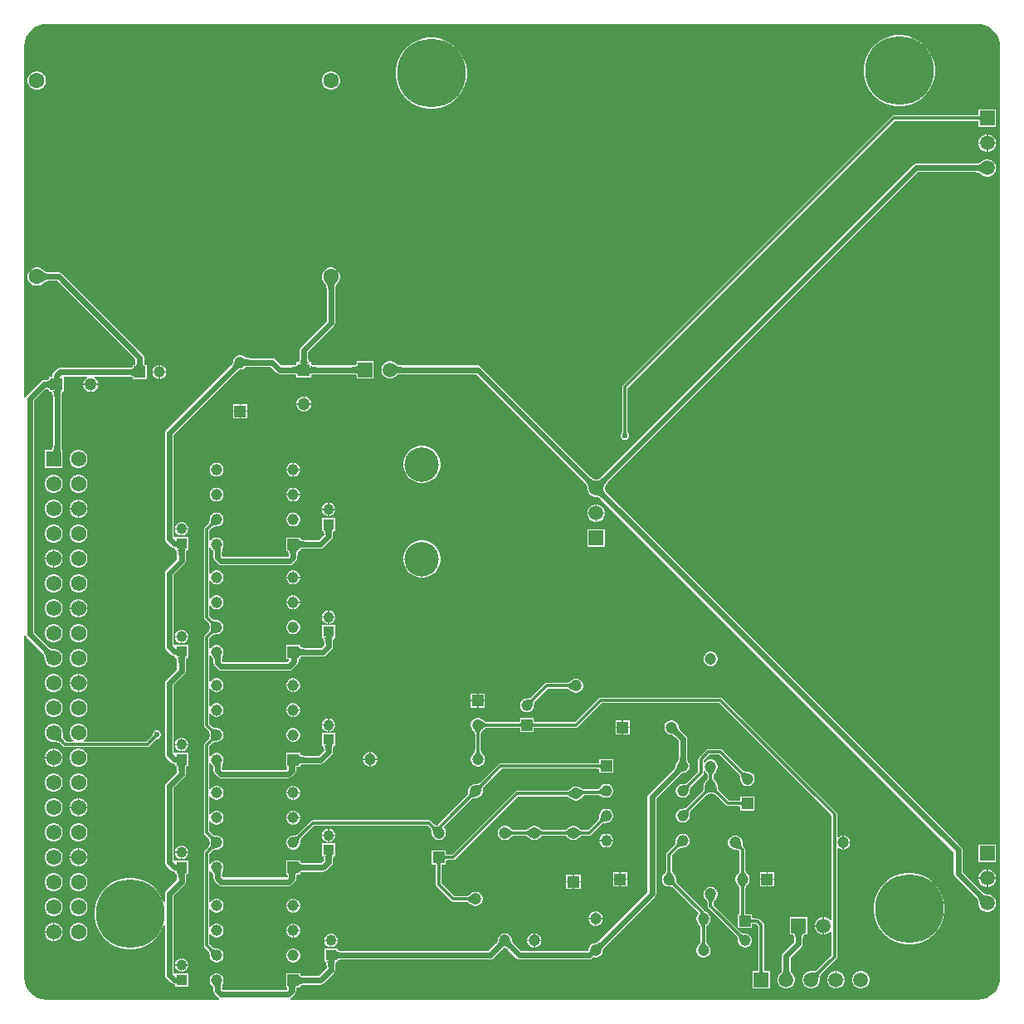
<source format=gtl>
G04*
G04 #@! TF.GenerationSoftware,Altium Limited,Altium Designer,23.1.1 (15)*
G04*
G04 Layer_Physical_Order=1*
G04 Layer_Color=255*
%FSLAX44Y44*%
%MOMM*%
G71*
G04*
G04 #@! TF.SameCoordinates,6738689B-69C8-4945-92D2-403F8773F2B1*
G04*
G04*
G04 #@! TF.FilePolarity,Positive*
G04*
G01*
G75*
%ADD36C,0.3000*%
%ADD37C,0.6000*%
%ADD38R,1.2000X1.2000*%
%ADD39C,1.2000*%
%ADD40C,1.1000*%
%ADD41R,1.1000X1.1000*%
%ADD42R,1.2750X1.2750*%
%ADD43C,1.2750*%
%ADD44C,1.1500*%
%ADD45R,1.1500X1.1500*%
%ADD46R,1.2750X1.2750*%
%ADD47C,1.5750*%
%ADD48R,1.5750X1.5750*%
%ADD49R,1.5000X1.5000*%
%ADD50C,1.5000*%
%ADD51R,1.2000X1.2000*%
%ADD52R,1.1500X1.1500*%
%ADD53R,1.1590X1.1590*%
%ADD54C,1.1590*%
%ADD55R,1.5080X1.5080*%
%ADD56C,1.5080*%
%ADD57C,7.0000*%
%ADD58C,1.6000*%
%ADD59C,3.5160*%
%ADD60C,0.5000*%
%ADD61C,0.6000*%
G36*
X979431Y997276D02*
X983692Y995984D01*
X987618Y993885D01*
X991060Y991060D01*
X993885Y987618D01*
X995984Y983692D01*
X997276Y979431D01*
X997703Y975090D01*
X997685Y975000D01*
Y25000D01*
X997703Y24910D01*
X997276Y20569D01*
X995984Y16308D01*
X993885Y12382D01*
X991060Y8940D01*
X987618Y6115D01*
X983692Y4017D01*
X979431Y2724D01*
X975090Y2297D01*
X975000Y2315D01*
X273640D01*
X273431Y2967D01*
X273428Y3584D01*
X274681Y4421D01*
X278196Y7936D01*
X279140Y9349D01*
X279443Y10874D01*
X279492Y10985D01*
X279512Y11923D01*
X279570Y12714D01*
X279662Y13382D01*
X279782Y13921D01*
X279918Y14322D01*
X280049Y14580D01*
X280146Y14707D01*
X280188Y14741D01*
X280198Y14745D01*
X280411Y14772D01*
X280522Y14835D01*
X282041D01*
X282159Y14770D01*
X282238Y14792D01*
X282314Y14761D01*
X282494Y14835D01*
X283615D01*
Y15862D01*
X283680Y15979D01*
X283720Y16332D01*
X283774Y16471D01*
X283873Y16607D01*
X284066Y16773D01*
X284398Y16960D01*
X284884Y17143D01*
X285525Y17302D01*
X286315Y17423D01*
X287247Y17499D01*
X288348Y17526D01*
X288394Y17546D01*
X304400D01*
X306066Y17878D01*
X307479Y18822D01*
X318078Y29422D01*
X319022Y30834D01*
X319354Y32500D01*
Y35954D01*
X319374Y36001D01*
X319398Y37106D01*
X319467Y38047D01*
X319576Y38848D01*
X319721Y39501D01*
X319889Y40000D01*
X320059Y40338D01*
X320203Y40525D01*
X320298Y40602D01*
X320365Y40631D01*
X320644Y40667D01*
X320754Y40730D01*
X321770D01*
Y41746D01*
X321833Y41856D01*
X321869Y42135D01*
X321898Y42203D01*
X321975Y42297D01*
X322162Y42441D01*
X322500Y42611D01*
X322999Y42779D01*
X323629Y42919D01*
X325415Y43102D01*
X326499Y43126D01*
X326546Y43146D01*
X477500D01*
X479166Y43478D01*
X480578Y44422D01*
X489291Y53134D01*
X489335Y53150D01*
X490217Y53967D01*
X490589Y54266D01*
X490947Y54524D01*
X491279Y54732D01*
X491579Y54892D01*
X491845Y55005D01*
X492075Y55076D01*
X492267Y55113D01*
X492500Y55127D01*
X492733Y55113D01*
X492925Y55076D01*
X493155Y55005D01*
X493421Y54892D01*
X493722Y54732D01*
X494053Y54524D01*
X494397Y54276D01*
X495211Y53586D01*
X495645Y53169D01*
X495693Y53150D01*
X504422Y44422D01*
X505834Y43478D01*
X507500Y43146D01*
X578485D01*
X580151Y43478D01*
X581564Y44422D01*
X582725Y45583D01*
X584043Y45230D01*
X585957D01*
X587806Y45725D01*
X589464Y46683D01*
X590817Y48036D01*
X591775Y49694D01*
X592270Y51543D01*
Y52269D01*
X592372Y52478D01*
X592387Y52733D01*
X592424Y52925D01*
X592495Y53155D01*
X592608Y53421D01*
X592768Y53721D01*
X592976Y54053D01*
X593224Y54397D01*
X593914Y55212D01*
X594331Y55645D01*
X594350Y55693D01*
X645579Y106922D01*
X646522Y108334D01*
X646854Y110000D01*
Y207247D01*
X671114Y231507D01*
X671162Y231526D01*
X671587Y231936D01*
X672375Y232614D01*
X672704Y232859D01*
X673017Y233062D01*
X673294Y233216D01*
X673532Y233324D01*
X673727Y233389D01*
X673875Y233420D01*
X674083Y233434D01*
X674288Y233535D01*
X674980D01*
X676777Y234016D01*
X678388Y234947D01*
X679703Y236262D01*
X680633Y237873D01*
X681115Y239670D01*
Y241530D01*
X680633Y243327D01*
X679703Y244938D01*
X679214Y245427D01*
X679141Y245644D01*
X679003Y245801D01*
X678920Y245927D01*
X678829Y246111D01*
X678736Y246355D01*
X678649Y246661D01*
X678573Y247025D01*
X678512Y247432D01*
X678434Y248468D01*
X678424Y249058D01*
X678404Y249106D01*
Y268450D01*
X678072Y270116D01*
X677129Y271528D01*
X671866Y276791D01*
X671850Y276835D01*
X671033Y277717D01*
X670734Y278089D01*
X670476Y278447D01*
X670268Y278779D01*
X670108Y279079D01*
X669995Y279345D01*
X669924Y279575D01*
X669887Y279767D01*
X669872Y280021D01*
X669770Y280231D01*
Y280957D01*
X669275Y282806D01*
X668317Y284464D01*
X666964Y285817D01*
X665306Y286775D01*
X663457Y287270D01*
X661543D01*
X659694Y286775D01*
X658036Y285817D01*
X656683Y284464D01*
X655725Y282806D01*
X655230Y280957D01*
Y279043D01*
X655725Y277194D01*
X656683Y275536D01*
X658036Y274183D01*
X659694Y273225D01*
X661543Y272730D01*
X662269D01*
X662478Y272628D01*
X662733Y272613D01*
X662925Y272576D01*
X663155Y272505D01*
X663421Y272391D01*
X663721Y272232D01*
X664053Y272024D01*
X664397Y271776D01*
X665211Y271086D01*
X665645Y270669D01*
X665693Y270650D01*
X669696Y266647D01*
Y249106D01*
X669676Y249058D01*
X669666Y248468D01*
X669588Y247432D01*
X669527Y247026D01*
X669451Y246661D01*
X669364Y246355D01*
X669271Y246111D01*
X669180Y245927D01*
X669097Y245801D01*
X668959Y245644D01*
X668886Y245427D01*
X668397Y244938D01*
X667467Y243327D01*
X666985Y241530D01*
Y240838D01*
X666884Y240633D01*
X666870Y240424D01*
X666839Y240277D01*
X666774Y240082D01*
X666666Y239844D01*
X666512Y239567D01*
X666309Y239254D01*
X666064Y238925D01*
X665386Y238136D01*
X664976Y237712D01*
X664957Y237664D01*
X639422Y212129D01*
X638478Y210716D01*
X638146Y209050D01*
Y111803D01*
X588209Y61866D01*
X588165Y61850D01*
X587283Y61033D01*
X586911Y60734D01*
X586553Y60476D01*
X586221Y60268D01*
X585921Y60108D01*
X585655Y59995D01*
X585425Y59924D01*
X585233Y59887D01*
X584978Y59872D01*
X584768Y59770D01*
X584043D01*
X582194Y59275D01*
X580536Y58317D01*
X579183Y56964D01*
X578226Y55306D01*
X577730Y53457D01*
Y52902D01*
X576682Y51854D01*
X509303D01*
X501866Y59291D01*
X501850Y59335D01*
X501033Y60217D01*
X500734Y60589D01*
X500476Y60947D01*
X500268Y61279D01*
X500108Y61579D01*
X499995Y61845D01*
X499924Y62075D01*
X499887Y62267D01*
X499872Y62522D01*
X499770Y62731D01*
Y63457D01*
X499275Y65306D01*
X498317Y66964D01*
X496964Y68317D01*
X495306Y69275D01*
X493457Y69770D01*
X491543D01*
X489694Y69275D01*
X488036Y68317D01*
X486683Y66964D01*
X485725Y65306D01*
X485230Y63457D01*
Y62731D01*
X485128Y62522D01*
X485113Y62267D01*
X485076Y62075D01*
X485005Y61845D01*
X484892Y61579D01*
X484732Y61279D01*
X484524Y60947D01*
X484276Y60603D01*
X483586Y59788D01*
X483169Y59355D01*
X483150Y59307D01*
X475697Y51854D01*
X326546D01*
X326499Y51874D01*
X325395Y51898D01*
X324453Y51967D01*
X323652Y52077D01*
X322999Y52221D01*
X322500Y52389D01*
X322162Y52559D01*
X321975Y52703D01*
X321898Y52797D01*
X321869Y52865D01*
X321833Y53144D01*
X321770Y53254D01*
Y54270D01*
X320649D01*
X320470Y54344D01*
X320384Y54309D01*
X320295Y54333D01*
X320185Y54270D01*
X308230D01*
Y42315D01*
X308167Y42205D01*
X308191Y42116D01*
X308156Y42031D01*
X308230Y41851D01*
Y40730D01*
X309246D01*
X309356Y40667D01*
X309635Y40631D01*
X309702Y40602D01*
X309797Y40525D01*
X309941Y40338D01*
X310111Y40000D01*
X310279Y39501D01*
X310418Y38871D01*
X310602Y37085D01*
X310626Y36001D01*
X310646Y35954D01*
Y34303D01*
X302597Y26254D01*
X288394D01*
X288348Y26274D01*
X287247Y26301D01*
X286315Y26377D01*
X285525Y26498D01*
X284884Y26657D01*
X284398Y26840D01*
X284066Y27027D01*
X283872Y27193D01*
X283774Y27329D01*
X283720Y27468D01*
X283680Y27820D01*
X283615Y27938D01*
Y28965D01*
X282494D01*
X282314Y29039D01*
X282238Y29007D01*
X282159Y29030D01*
X282041Y28965D01*
X269485D01*
Y16478D01*
X269438Y16408D01*
X269466Y16268D01*
X269411Y16135D01*
X269485Y15956D01*
Y14835D01*
X270344D01*
X270357Y14806D01*
X270454Y14503D01*
X270542Y14089D01*
X270657Y12769D01*
X269787Y11854D01*
X204838D01*
X203873Y12818D01*
Y14234D01*
X203894Y14283D01*
X203901Y14896D01*
X203952Y15961D01*
X204050Y16819D01*
X204109Y17138D01*
X204175Y17407D01*
X204241Y17608D01*
X204297Y17735D01*
X204383Y17881D01*
X204415Y18102D01*
X205033Y19173D01*
X205515Y20970D01*
Y22830D01*
X205033Y24627D01*
X204103Y26238D01*
X202788Y27553D01*
X201177Y28484D01*
X199380Y28965D01*
X197520D01*
X195723Y28484D01*
X194112Y27553D01*
X192797Y26238D01*
X191866Y24627D01*
X191385Y22830D01*
Y20970D01*
X191866Y19173D01*
X192797Y17562D01*
X194112Y16247D01*
X194296Y16140D01*
X194367Y16012D01*
X194525Y15885D01*
X194602Y15799D01*
X194692Y15663D01*
X194789Y15467D01*
X194884Y15206D01*
X194971Y14880D01*
X195040Y14509D01*
X195133Y13509D01*
X195145Y12931D01*
X195166Y12883D01*
Y11015D01*
X195497Y9349D01*
X196441Y7936D01*
X199956Y4421D01*
X201208Y3584D01*
X201206Y2967D01*
X200997Y2315D01*
X25000D01*
X24910Y2297D01*
X20569Y2724D01*
X16308Y4017D01*
X12382Y6115D01*
X8940Y8940D01*
X6115Y12382D01*
X4017Y16308D01*
X2724Y20569D01*
X2297Y24910D01*
X2315Y25000D01*
Y373263D01*
X2967Y373471D01*
X3584Y373474D01*
X4421Y372222D01*
X20468Y356175D01*
X20486Y356129D01*
X20980Y355601D01*
X21388Y355100D01*
X21742Y354594D01*
X22045Y354081D01*
X22297Y353562D01*
X22501Y353034D01*
X22657Y352495D01*
X22768Y351944D01*
X22832Y351377D01*
X22851Y350737D01*
X22955Y350507D01*
Y349496D01*
X23578Y347170D01*
X24782Y345085D01*
X26485Y343382D01*
X28570Y342178D01*
X30896Y341555D01*
X33304D01*
X35630Y342178D01*
X37715Y343382D01*
X39418Y345085D01*
X40622Y347170D01*
X41245Y349496D01*
Y351904D01*
X40622Y354230D01*
X39418Y356315D01*
X37715Y358018D01*
X35630Y359222D01*
X33304Y359845D01*
X32293D01*
X32063Y359949D01*
X31423Y359968D01*
X30856Y360032D01*
X30305Y360143D01*
X29766Y360299D01*
X29238Y360503D01*
X28719Y360755D01*
X28206Y361058D01*
X27700Y361412D01*
X27199Y361820D01*
X26672Y362314D01*
X26625Y362332D01*
X11854Y377103D01*
Y613197D01*
X24211Y625554D01*
X24654Y625515D01*
X25440Y625385D01*
X26077Y625214D01*
X26558Y625018D01*
X26889Y624817D01*
X27091Y624630D01*
X27207Y624458D01*
X27276Y624264D01*
X27319Y623855D01*
X27355Y623789D01*
Y622355D01*
X29373D01*
X29496Y622288D01*
X29905Y622245D01*
X30100Y622176D01*
X30273Y622062D01*
X30459Y621861D01*
X30659Y621533D01*
X30855Y621055D01*
X31025Y620423D01*
X31155Y619642D01*
X31237Y618717D01*
X31266Y617619D01*
X31286Y617573D01*
Y567827D01*
X31266Y567781D01*
X31237Y566679D01*
X31155Y565749D01*
X31025Y564964D01*
X30854Y564328D01*
X30658Y563846D01*
X30456Y563515D01*
X30269Y563311D01*
X30096Y563195D01*
X29900Y563125D01*
X29491Y563081D01*
X29426Y563045D01*
X22955D01*
Y544755D01*
X41245D01*
Y561372D01*
X41281Y561421D01*
X41254Y561590D01*
X41319Y561749D01*
X41245Y561926D01*
Y563045D01*
X40455D01*
X40416Y563140D01*
X40309Y563542D01*
X40214Y564075D01*
X40027Y566662D01*
X40014Y567760D01*
X39993Y567809D01*
Y617576D01*
X40014Y617623D01*
X40040Y618725D01*
X40114Y619659D01*
X40233Y620451D01*
X40390Y621094D01*
X40570Y621583D01*
X40753Y621915D01*
X40914Y622108D01*
X41041Y622202D01*
X41166Y622251D01*
X41504Y622290D01*
X41620Y622355D01*
X42645D01*
Y623476D01*
X42719Y623656D01*
X42687Y623734D01*
X42710Y623815D01*
X42645Y623931D01*
Y637645D01*
X43707Y638146D01*
X66280D01*
X66620Y636876D01*
X65306Y636118D01*
X63882Y634694D01*
X62876Y632951D01*
X62355Y631007D01*
Y630635D01*
X77645D01*
Y631007D01*
X77124Y632951D01*
X76118Y634694D01*
X74694Y636118D01*
X73380Y636876D01*
X73720Y638146D01*
X108201D01*
X108248Y638126D01*
X109349Y638100D01*
X110283Y638025D01*
X111074Y637905D01*
X111717Y637748D01*
X112205Y637567D01*
X112537Y637383D01*
X112730Y637221D01*
X112825Y637091D01*
X112875Y636963D01*
X112915Y636622D01*
X112980Y636505D01*
Y635480D01*
X114101D01*
X114281Y635406D01*
X114358Y635438D01*
X114439Y635415D01*
X114556Y635480D01*
X127020D01*
Y647944D01*
X127085Y648061D01*
X127062Y648142D01*
X127094Y648220D01*
X127020Y648399D01*
Y649520D01*
X125995D01*
X125878Y649585D01*
X125537Y649625D01*
X125408Y649675D01*
X125279Y649770D01*
X125117Y649962D01*
X124933Y650295D01*
X124752Y650783D01*
X124595Y651426D01*
X124475Y652217D01*
X124401Y653151D01*
X124374Y654252D01*
X124354Y654299D01*
Y657500D01*
X124022Y659166D01*
X123078Y660579D01*
X40578Y743079D01*
X39166Y744022D01*
X37500Y744354D01*
X27307D01*
X27262Y744374D01*
X26534Y744398D01*
X25884Y744466D01*
X25267Y744577D01*
X24681Y744731D01*
X24124Y744927D01*
X23594Y745166D01*
X23088Y745447D01*
X22603Y745773D01*
X22139Y746144D01*
X21656Y746600D01*
X21420Y746690D01*
X20692Y747418D01*
X18578Y748638D01*
X16220Y749270D01*
X13780D01*
X11422Y748638D01*
X9308Y747418D01*
X7582Y745692D01*
X6362Y743578D01*
X5730Y741220D01*
Y738780D01*
X6362Y736422D01*
X7582Y734308D01*
X9308Y732582D01*
X11422Y731362D01*
X13780Y730730D01*
X16220D01*
X18578Y731362D01*
X20692Y732582D01*
X21420Y733310D01*
X21656Y733400D01*
X22140Y733856D01*
X22603Y734227D01*
X23088Y734553D01*
X23594Y734834D01*
X24124Y735073D01*
X24681Y735269D01*
X25267Y735423D01*
X25884Y735534D01*
X26534Y735602D01*
X27262Y735626D01*
X27307Y735646D01*
X35697D01*
X115646Y655697D01*
Y654299D01*
X115626Y654252D01*
X115599Y653151D01*
X115525Y652217D01*
X115405Y651426D01*
X115248Y650783D01*
X115067Y650295D01*
X114883Y649962D01*
X114721Y649770D01*
X114591Y649675D01*
X114463Y649625D01*
X114122Y649585D01*
X114005Y649520D01*
X112980D01*
Y648495D01*
X112915Y648378D01*
X112875Y648037D01*
X112825Y647908D01*
X112730Y647779D01*
X112537Y647617D01*
X112205Y647433D01*
X111717Y647252D01*
X111074Y647095D01*
X110283Y646975D01*
X109349Y646901D01*
X108248Y646874D01*
X108201Y646854D01*
X38515D01*
X36849Y646522D01*
X35436Y645579D01*
X31922Y642064D01*
X30978Y640651D01*
X30646Y638985D01*
Y637645D01*
X27355D01*
Y636211D01*
X27319Y636145D01*
X27276Y635736D01*
X27207Y635542D01*
X27091Y635370D01*
X26889Y635183D01*
X26558Y634982D01*
X26077Y634786D01*
X25440Y634615D01*
X24654Y634485D01*
X23723Y634403D01*
X22620Y634374D01*
X22573Y634354D01*
X22500D01*
X20834Y634022D01*
X19421Y633078D01*
X4421Y618078D01*
X3584Y616826D01*
X2967Y616829D01*
X2315Y617037D01*
Y975000D01*
X2297Y975090D01*
X2724Y979431D01*
X4017Y983692D01*
X6115Y987618D01*
X8940Y991060D01*
X12382Y993885D01*
X16308Y995984D01*
X20569Y997276D01*
X24910Y997703D01*
X25000Y997685D01*
X975000D01*
X975090Y997703D01*
X979431Y997276D01*
D02*
G37*
G36*
X21237Y745106D02*
X21789Y744664D01*
X22369Y744274D01*
X22977Y743936D01*
X23613Y743650D01*
X24278Y743416D01*
X24970Y743234D01*
X25691Y743104D01*
X26439Y743026D01*
X27216Y743000D01*
Y737000D01*
X26439Y736974D01*
X25691Y736896D01*
X24970Y736766D01*
X24278Y736584D01*
X23613Y736350D01*
X22977Y736064D01*
X22369Y735726D01*
X21789Y735336D01*
X21237Y734894D01*
X20713Y734400D01*
Y745600D01*
X21237Y745106D01*
D02*
G37*
G36*
X123027Y653080D02*
X123109Y652059D01*
X123245Y651160D01*
X123435Y650379D01*
X123680Y649719D01*
X123979Y649180D01*
X124333Y648760D01*
X124740Y648459D01*
X125203Y648279D01*
X125719Y648220D01*
X114281D01*
X114797Y648279D01*
X115260Y648459D01*
X115667Y648760D01*
X116021Y649180D01*
X116320Y649719D01*
X116565Y650379D01*
X116755Y651160D01*
X116891Y652059D01*
X116973Y653080D01*
X117000Y654220D01*
X123000D01*
X123027Y653080D01*
D02*
G37*
G36*
X114281Y636781D02*
X114221Y637297D01*
X114040Y637760D01*
X113741Y638167D01*
X113321Y638521D01*
X112781Y638820D01*
X112121Y639065D01*
X111341Y639255D01*
X110441Y639391D01*
X109420Y639473D01*
X108280Y639500D01*
Y645500D01*
X109420Y645527D01*
X110441Y645609D01*
X111341Y645745D01*
X112121Y645935D01*
X112781Y646180D01*
X113321Y646479D01*
X113741Y646833D01*
X114040Y647241D01*
X114221Y647703D01*
X114281Y648220D01*
Y636781D01*
D02*
G37*
G36*
X28686Y624000D02*
X28626Y624570D01*
X28445Y625080D01*
X28143Y625530D01*
X27721Y625920D01*
X27178Y626250D01*
X26515Y626520D01*
X25731Y626730D01*
X24827Y626880D01*
X23801Y626970D01*
X22655Y627000D01*
Y633000D01*
X23801Y633030D01*
X24827Y633120D01*
X25731Y633270D01*
X26515Y633480D01*
X27178Y633750D01*
X27721Y634080D01*
X28143Y634470D01*
X28445Y634920D01*
X28626Y635430D01*
X28686Y636000D01*
Y624000D01*
D02*
G37*
G36*
X40831Y623596D02*
X40371Y623415D01*
X39965Y623116D01*
X39613Y622696D01*
X39316Y622155D01*
X39072Y621496D01*
X38883Y620715D01*
X38748Y619815D01*
X38667Y618796D01*
X38640Y617655D01*
X32640D01*
X32610Y618796D01*
X32520Y619815D01*
X32370Y620715D01*
X32160Y621496D01*
X31890Y622155D01*
X31560Y622696D01*
X31170Y623116D01*
X30720Y623415D01*
X30210Y623596D01*
X29640Y623656D01*
X41344D01*
X40831Y623596D01*
D02*
G37*
G36*
X38653Y566604D02*
X38849Y563904D01*
X38966Y563245D01*
X39109Y562705D01*
X39279Y562285D01*
X39475Y561985D01*
X39697Y561805D01*
X39945Y561744D01*
X29640Y561714D01*
X30210Y561776D01*
X30720Y561958D01*
X31170Y562261D01*
X31560Y562683D01*
X31890Y563226D01*
X32160Y563889D01*
X32370Y564673D01*
X32520Y565576D01*
X32610Y566600D01*
X32640Y567744D01*
X38640D01*
X38653Y566604D01*
D02*
G37*
G36*
X26293Y360785D02*
X26870Y360315D01*
X27462Y359901D01*
X28068Y359543D01*
X28690Y359241D01*
X29326Y358996D01*
X29978Y358806D01*
X30644Y358673D01*
X31325Y358596D01*
X32021Y358575D01*
X24225Y350779D01*
X24204Y351475D01*
X24127Y352156D01*
X23994Y352822D01*
X23805Y353474D01*
X23559Y354110D01*
X23257Y354732D01*
X22899Y355338D01*
X22485Y355930D01*
X22015Y356507D01*
X21489Y357068D01*
X25732Y361311D01*
X26293Y360785D01*
D02*
G37*
G36*
X668520Y279597D02*
X668588Y279241D01*
X668703Y278871D01*
X668866Y278487D01*
X669077Y278090D01*
X669335Y277680D01*
X669640Y277255D01*
X669993Y276818D01*
X670841Y275902D01*
X666599Y271659D01*
X666134Y272107D01*
X665245Y272860D01*
X664820Y273165D01*
X664410Y273423D01*
X664013Y273634D01*
X663629Y273797D01*
X663259Y273912D01*
X662903Y273980D01*
X662560Y274000D01*
X668500Y279940D01*
X668520Y279597D01*
D02*
G37*
G36*
X677060Y248405D02*
X677145Y247279D01*
X677219Y246782D01*
X677314Y246330D01*
X677430Y245923D01*
X677568Y245560D01*
X677726Y245242D01*
X677906Y244968D01*
X678107Y244738D01*
X669994D01*
X670194Y244968D01*
X670374Y245242D01*
X670532Y245560D01*
X670670Y245923D01*
X670786Y246330D01*
X670881Y246782D01*
X670955Y247279D01*
X671039Y248405D01*
X671050Y249035D01*
X677050D01*
X677060Y248405D01*
D02*
G37*
G36*
X673992Y234805D02*
X673688Y234785D01*
X673367Y234718D01*
X673030Y234605D01*
X672676Y234446D01*
X672306Y234240D01*
X671919Y233988D01*
X671516Y233689D01*
X670660Y232952D01*
X670207Y232514D01*
X665964Y236757D01*
X666402Y237210D01*
X667139Y238066D01*
X667438Y238469D01*
X667690Y238856D01*
X667896Y239226D01*
X668055Y239580D01*
X668168Y239917D01*
X668235Y240238D01*
X668255Y240542D01*
X673992Y234805D01*
D02*
G37*
G36*
X498520Y62097D02*
X498588Y61741D01*
X498703Y61371D01*
X498866Y60987D01*
X499077Y60590D01*
X499335Y60180D01*
X499640Y59755D01*
X499993Y59318D01*
X500841Y58401D01*
X496599Y54159D01*
X496134Y54607D01*
X495245Y55360D01*
X494820Y55665D01*
X494410Y55923D01*
X494013Y56134D01*
X493629Y56297D01*
X493259Y56412D01*
X492903Y56480D01*
X492560Y56500D01*
X498500Y62440D01*
X498520Y62097D01*
D02*
G37*
G36*
X492440Y56500D02*
X492097Y56480D01*
X491741Y56412D01*
X491371Y56297D01*
X490987Y56134D01*
X490590Y55923D01*
X490180Y55665D01*
X489755Y55360D01*
X489318Y55007D01*
X488401Y54159D01*
X484159Y58401D01*
X484607Y58866D01*
X485360Y59755D01*
X485665Y60180D01*
X485923Y60590D01*
X486134Y60987D01*
X486297Y61371D01*
X486412Y61741D01*
X486480Y62097D01*
X486500Y62440D01*
X492440Y56500D01*
D02*
G37*
G36*
X593341Y56599D02*
X592893Y56134D01*
X592140Y55245D01*
X591835Y54820D01*
X591577Y54410D01*
X591366Y54013D01*
X591203Y53629D01*
X591088Y53259D01*
X591020Y52903D01*
X591000Y52560D01*
X585060Y58500D01*
X585403Y58520D01*
X585759Y58588D01*
X586129Y58703D01*
X586513Y58866D01*
X586910Y59077D01*
X587320Y59335D01*
X587745Y59640D01*
X588182Y59993D01*
X589099Y60841D01*
X593341Y56599D01*
D02*
G37*
G36*
X320530Y52500D02*
X320709Y52080D01*
X321009Y51710D01*
X321429Y51389D01*
X321969Y51117D01*
X322630Y50895D01*
X323410Y50722D01*
X324310Y50599D01*
X325330Y50525D01*
X326469Y50500D01*
Y44500D01*
X325330Y44475D01*
X323410Y44278D01*
X322630Y44105D01*
X321969Y43883D01*
X321429Y43611D01*
X321009Y43290D01*
X320709Y42920D01*
X320530Y42500D01*
X320470Y42031D01*
X320000Y41971D01*
X319580Y41790D01*
X319210Y41491D01*
X318889Y41070D01*
X318617Y40531D01*
X318395Y39871D01*
X318222Y39090D01*
X318099Y38191D01*
X318025Y37171D01*
X318000Y36030D01*
X312000D01*
X311975Y37171D01*
X311778Y39090D01*
X311605Y39871D01*
X311383Y40531D01*
X311111Y41070D01*
X310790Y41491D01*
X310420Y41790D01*
X310000Y41971D01*
X309531Y42031D01*
X320470D01*
Y52969D01*
X320530Y52500D01*
D02*
G37*
G36*
X282374Y27139D02*
X282554Y26669D01*
X282854Y26255D01*
X283274Y25895D01*
X283815Y25591D01*
X284475Y25342D01*
X285254Y25149D01*
X286154Y25011D01*
X287174Y24928D01*
X288314Y24900D01*
Y18900D01*
X287174Y18872D01*
X286154Y18789D01*
X285254Y18651D01*
X284475Y18458D01*
X283815Y18209D01*
X283274Y17905D01*
X282854Y17545D01*
X282554Y17131D01*
X282374Y16661D01*
X282314Y16135D01*
Y27664D01*
X282374Y27139D01*
D02*
G37*
G36*
X203071Y18363D02*
X202955Y18098D01*
X202853Y17786D01*
X202765Y17428D01*
X202690Y17023D01*
X202581Y16073D01*
X202526Y14936D01*
X202520Y14297D01*
X196520Y12959D01*
X196507Y13587D01*
X196403Y14699D01*
X196313Y15184D01*
X196196Y15620D01*
X196054Y16009D01*
X195886Y16349D01*
X195692Y16642D01*
X195473Y16887D01*
X195227Y17084D01*
X203201Y18581D01*
X203071Y18363D01*
D02*
G37*
G36*
X279835Y16084D02*
X279475Y15931D01*
X279157Y15675D01*
X278881Y15316D01*
X278648Y14855D01*
X278457Y14292D01*
X278308Y13626D01*
X278202Y12858D01*
X278139Y11988D01*
X278117Y11015D01*
X272117D01*
X272104Y11988D01*
X271904Y14292D01*
X271784Y14855D01*
X271638Y15316D01*
X271465Y15675D01*
X271265Y15931D01*
X271039Y16084D01*
X270786Y16135D01*
X280238D01*
X279835Y16084D01*
D02*
G37*
%LPC*%
G36*
X316220Y949270D02*
X313780D01*
X311422Y948638D01*
X309308Y947418D01*
X307582Y945692D01*
X306362Y943578D01*
X305730Y941220D01*
Y938780D01*
X306362Y936422D01*
X307582Y934308D01*
X309308Y932582D01*
X311422Y931362D01*
X313780Y930730D01*
X316220D01*
X318578Y931362D01*
X320692Y932582D01*
X322418Y934308D01*
X323638Y936422D01*
X324270Y938780D01*
Y941220D01*
X323638Y943578D01*
X322418Y945692D01*
X320692Y947418D01*
X318578Y948638D01*
X316220Y949270D01*
D02*
G37*
G36*
X16220D02*
X13780D01*
X11422Y948638D01*
X9308Y947418D01*
X7582Y945692D01*
X6362Y943578D01*
X5730Y941220D01*
Y938780D01*
X6362Y936422D01*
X7582Y934308D01*
X9308Y932582D01*
X11422Y931362D01*
X13780Y930730D01*
X16220D01*
X18578Y931362D01*
X20692Y932582D01*
X22418Y934308D01*
X23638Y936422D01*
X24270Y938780D01*
Y941220D01*
X23638Y943578D01*
X22418Y945692D01*
X20692Y947418D01*
X18578Y948638D01*
X16220Y949270D01*
D02*
G37*
G36*
X897855Y986270D02*
X892145D01*
X886507Y985377D01*
X881077Y983613D01*
X875990Y981021D01*
X871372Y977665D01*
X867335Y973628D01*
X863979Y969010D01*
X861387Y963923D01*
X859623Y958493D01*
X858730Y952855D01*
Y947145D01*
X859623Y941507D01*
X861387Y936077D01*
X863979Y930990D01*
X867335Y926372D01*
X871372Y922335D01*
X875990Y918979D01*
X881077Y916387D01*
X886507Y914623D01*
X892145Y913730D01*
X897855D01*
X903493Y914623D01*
X908923Y916387D01*
X914010Y918979D01*
X918628Y922335D01*
X922665Y926372D01*
X926021Y930990D01*
X928613Y936077D01*
X930377Y941507D01*
X931270Y947145D01*
Y952855D01*
X930377Y958493D01*
X928613Y963923D01*
X926021Y969010D01*
X922665Y973628D01*
X918628Y977665D01*
X914010Y981021D01*
X908923Y983613D01*
X903493Y985377D01*
X897855Y986270D01*
D02*
G37*
G36*
X420354Y983770D02*
X414646D01*
X409007Y982877D01*
X403577Y981113D01*
X398490Y978521D01*
X393872Y975165D01*
X389835Y971128D01*
X386479Y966510D01*
X383887Y961423D01*
X382123Y955993D01*
X381230Y950355D01*
Y944645D01*
X382123Y939007D01*
X383887Y933577D01*
X386479Y928490D01*
X389835Y923872D01*
X393872Y919835D01*
X398490Y916479D01*
X403577Y913887D01*
X409007Y912123D01*
X414646Y911230D01*
X420354D01*
X425993Y912123D01*
X431423Y913887D01*
X436510Y916479D01*
X441128Y919835D01*
X445165Y923872D01*
X448521Y928490D01*
X451113Y933577D01*
X452877Y939007D01*
X453770Y944645D01*
Y950355D01*
X452877Y955993D01*
X451113Y961423D01*
X448521Y966510D01*
X445165Y971128D01*
X441128Y975165D01*
X436510Y978521D01*
X431423Y981113D01*
X425993Y982877D01*
X420354Y983770D01*
D02*
G37*
G36*
X993600Y910480D02*
X975980D01*
Y904881D01*
X975944Y904815D01*
X975940Y904781D01*
X975936Y904778D01*
X975783Y904716D01*
X975536Y904650D01*
X975200Y904595D01*
X974779Y904558D01*
X974245Y904544D01*
X974133Y904494D01*
X889170D01*
X888089Y904279D01*
X887173Y903667D01*
X613003Y629497D01*
X612391Y628581D01*
X612176Y627500D01*
X612176Y627500D01*
Y582058D01*
X612126Y581951D01*
X612104Y581374D01*
X612083Y581179D01*
X612054Y581001D01*
X612021Y580856D01*
X611987Y580746D01*
X611957Y580670D01*
X611935Y580629D01*
X611927Y580617D01*
X611872Y580555D01*
X611796Y580334D01*
X611380Y579919D01*
X610730Y578349D01*
Y576651D01*
X611380Y575081D01*
X612581Y573880D01*
X614151Y573230D01*
X615849D01*
X617419Y573880D01*
X618620Y575081D01*
X619270Y576651D01*
Y578349D01*
X618620Y579919D01*
X618204Y580334D01*
X618128Y580555D01*
X618073Y580617D01*
X618065Y580629D01*
X618043Y580670D01*
X618013Y580746D01*
X617979Y580856D01*
X617946Y581001D01*
X617920Y581162D01*
X617880Y581645D01*
X617874Y581924D01*
X617824Y582038D01*
Y626330D01*
X890340Y898846D01*
X974133D01*
X974245Y898796D01*
X974779Y898782D01*
X975200Y898745D01*
X975536Y898689D01*
X975783Y898624D01*
X975936Y898562D01*
X975940Y898559D01*
X975944Y898525D01*
X975980Y898459D01*
Y892860D01*
X993600D01*
Y910480D01*
D02*
G37*
G36*
X985950Y885080D02*
X985425D01*
Y876905D01*
X993600D01*
Y877430D01*
X993000Y879670D01*
X991840Y881679D01*
X990199Y883320D01*
X988191Y884480D01*
X985950Y885080D01*
D02*
G37*
G36*
X984155D02*
X983630D01*
X981389Y884480D01*
X979380Y883320D01*
X977740Y881679D01*
X976580Y879670D01*
X975980Y877430D01*
Y876905D01*
X984155D01*
Y885080D01*
D02*
G37*
G36*
X993600Y875635D02*
X985425D01*
Y867460D01*
X985950D01*
X988191Y868060D01*
X990199Y869220D01*
X991840Y870861D01*
X993000Y872869D01*
X993600Y875110D01*
Y875635D01*
D02*
G37*
G36*
X984155D02*
X975980D01*
Y875110D01*
X976580Y872869D01*
X977740Y870861D01*
X979380Y869220D01*
X981389Y868060D01*
X983630Y867460D01*
X984155D01*
Y875635D01*
D02*
G37*
G36*
X985950Y859680D02*
X983630D01*
X981389Y859080D01*
X979380Y857920D01*
X978701Y857240D01*
X978466Y857152D01*
X978048Y856760D01*
X977649Y856448D01*
X977224Y856172D01*
X976772Y855932D01*
X976290Y855727D01*
X975774Y855557D01*
X975224Y855423D01*
X974636Y855325D01*
X974011Y855265D01*
X973307Y855244D01*
X973261Y855224D01*
X912431D01*
X910765Y854892D01*
X909352Y853949D01*
X590765Y535360D01*
X590718Y535343D01*
X590205Y534860D01*
X589721Y534460D01*
X589236Y534114D01*
X588752Y533819D01*
X588267Y533575D01*
X587781Y533379D01*
X587292Y533229D01*
X586797Y533124D01*
X586294Y533063D01*
X585721Y533044D01*
X585691Y533030D01*
X585661Y533044D01*
X585088Y533063D01*
X584585Y533124D01*
X584090Y533229D01*
X583601Y533379D01*
X583115Y533575D01*
X582630Y533819D01*
X582146Y534114D01*
X581661Y534460D01*
X581177Y534860D01*
X580664Y535343D01*
X580618Y535360D01*
X467900Y648079D01*
X466487Y649022D01*
X464821Y649354D01*
X386861D01*
X386815Y649374D01*
X386113Y649395D01*
X385490Y649454D01*
X384905Y649550D01*
X384357Y649683D01*
X383846Y649851D01*
X383367Y650053D01*
X382920Y650290D01*
X382501Y650561D01*
X382108Y650868D01*
X381695Y651254D01*
X381461Y651342D01*
X380785Y652018D01*
X378785Y653172D01*
X376555Y653770D01*
X374245D01*
X372015Y653172D01*
X370015Y652018D01*
X368382Y650385D01*
X367228Y648385D01*
X366630Y646155D01*
Y643845D01*
X367228Y641615D01*
X368382Y639615D01*
X370015Y637982D01*
X372015Y636828D01*
X374245Y636230D01*
X376555D01*
X378785Y636828D01*
X380785Y637982D01*
X381461Y638658D01*
X381695Y638746D01*
X382108Y639132D01*
X382501Y639439D01*
X382920Y639711D01*
X383367Y639947D01*
X383846Y640149D01*
X384358Y640317D01*
X384905Y640450D01*
X385490Y640546D01*
X386113Y640605D01*
X386815Y640626D01*
X386861Y640646D01*
X463018D01*
X574461Y529203D01*
X574478Y529157D01*
X574961Y528644D01*
X575361Y528159D01*
X575707Y527675D01*
X576002Y527191D01*
X576246Y526706D01*
X576442Y526220D01*
X576592Y525731D01*
X576697Y525236D01*
X576758Y524733D01*
X576777Y524160D01*
X576881Y523932D01*
Y522970D01*
X577481Y520729D01*
X578641Y518721D01*
X580281Y517080D01*
X582290Y515920D01*
X584531Y515320D01*
X585493D01*
X585721Y515216D01*
X586294Y515197D01*
X586797Y515136D01*
X587292Y515031D01*
X587781Y514881D01*
X588267Y514685D01*
X588752Y514441D01*
X589236Y514146D01*
X589721Y513800D01*
X590205Y513400D01*
X590718Y512917D01*
X590765Y512900D01*
X950646Y153018D01*
Y130660D01*
X950978Y128994D01*
X951921Y127582D01*
X973560Y105943D01*
X973577Y105897D01*
X974060Y105384D01*
X974460Y104900D01*
X974806Y104415D01*
X975101Y103931D01*
X975345Y103446D01*
X975541Y102960D01*
X975691Y102471D01*
X975796Y101976D01*
X975857Y101473D01*
X975876Y100900D01*
X975980Y100672D01*
Y99710D01*
X976580Y97470D01*
X977740Y95461D01*
X979380Y93820D01*
X981389Y92660D01*
X983630Y92060D01*
X985950D01*
X988191Y92660D01*
X990199Y93820D01*
X991840Y95461D01*
X993000Y97470D01*
X993600Y99710D01*
Y102030D01*
X993000Y104270D01*
X991840Y106279D01*
X990199Y107920D01*
X988191Y109080D01*
X985950Y109680D01*
X984988D01*
X984760Y109783D01*
X984187Y109803D01*
X983684Y109864D01*
X983189Y109969D01*
X982700Y110119D01*
X982214Y110315D01*
X981729Y110559D01*
X981245Y110854D01*
X980760Y111200D01*
X980276Y111600D01*
X979763Y112083D01*
X979716Y112100D01*
X959354Y132463D01*
Y154821D01*
X959022Y156487D01*
X958079Y157900D01*
X596921Y519057D01*
X596904Y519103D01*
X596421Y519616D01*
X596021Y520100D01*
X595675Y520585D01*
X595380Y521069D01*
X595136Y521554D01*
X594940Y522040D01*
X594790Y522529D01*
X594685Y523024D01*
X594623Y523527D01*
X594604Y524100D01*
X594591Y524130D01*
X594604Y524160D01*
X594623Y524733D01*
X594685Y525236D01*
X594790Y525731D01*
X594940Y526220D01*
X595136Y526706D01*
X595380Y527191D01*
X595675Y527675D01*
X596021Y528160D01*
X596421Y528644D01*
X596904Y529157D01*
X596921Y529203D01*
X914234Y846516D01*
X973261D01*
X973307Y846496D01*
X974011Y846475D01*
X974637Y846415D01*
X975223Y846317D01*
X975774Y846183D01*
X976290Y846013D01*
X976772Y845808D01*
X977225Y845568D01*
X977649Y845292D01*
X978048Y844980D01*
X978466Y844588D01*
X978701Y844500D01*
X979380Y843820D01*
X981389Y842660D01*
X983630Y842060D01*
X985950D01*
X988191Y842660D01*
X990199Y843820D01*
X991840Y845461D01*
X993000Y847469D01*
X993600Y849710D01*
Y852030D01*
X993000Y854270D01*
X991840Y856279D01*
X990199Y857920D01*
X988191Y859080D01*
X985950Y859680D01*
D02*
G37*
G36*
X316220Y749270D02*
X313780D01*
X311422Y748638D01*
X309308Y747418D01*
X307582Y745692D01*
X306362Y743578D01*
X305730Y741220D01*
Y738780D01*
X306362Y736422D01*
X307582Y734308D01*
X308310Y733580D01*
X308400Y733344D01*
X308856Y732860D01*
X309227Y732397D01*
X309553Y731912D01*
X309834Y731406D01*
X310073Y730876D01*
X310269Y730319D01*
X310423Y729733D01*
X310534Y729116D01*
X310602Y728466D01*
X310626Y727738D01*
X310646Y727693D01*
Y694303D01*
X284422Y668079D01*
X283478Y666666D01*
X283146Y665000D01*
Y657427D01*
X283126Y657381D01*
X283097Y656277D01*
X283015Y655346D01*
X282885Y654560D01*
X282714Y653924D01*
X282518Y653442D01*
X282317Y653111D01*
X282130Y652909D01*
X281958Y652793D01*
X281764Y652724D01*
X281355Y652681D01*
X281289Y652645D01*
X279855D01*
Y651211D01*
X279819Y651145D01*
X279776Y650736D01*
X279707Y650542D01*
X279591Y650370D01*
X279389Y650183D01*
X279058Y649982D01*
X278576Y649786D01*
X277940Y649615D01*
X277154Y649485D01*
X276223Y649403D01*
X275119Y649374D01*
X275073Y649354D01*
X264303D01*
X258078Y655579D01*
X256666Y656522D01*
X255000Y656854D01*
X231392D01*
X231349Y656874D01*
X230148Y656920D01*
X229674Y656971D01*
X229237Y657042D01*
X228856Y657129D01*
X228531Y657229D01*
X228263Y657337D01*
X228050Y657449D01*
X227888Y657559D01*
X227697Y657728D01*
X227477Y657804D01*
X226964Y658317D01*
X225306Y659275D01*
X223457Y659770D01*
X221543D01*
X219694Y659275D01*
X218036Y658317D01*
X216683Y656964D01*
X215725Y655306D01*
X215230Y653457D01*
Y652731D01*
X215128Y652522D01*
X215113Y652267D01*
X215076Y652075D01*
X215005Y651845D01*
X214891Y651579D01*
X214732Y651279D01*
X214524Y650947D01*
X214276Y650603D01*
X213586Y649789D01*
X213169Y649355D01*
X213150Y649307D01*
X146922Y583078D01*
X145978Y581666D01*
X145646Y580000D01*
Y472500D01*
X145978Y470834D01*
X146922Y469422D01*
X151922Y464422D01*
X153334Y463478D01*
X154910Y463164D01*
X155348Y462609D01*
X155656Y462030D01*
X155730Y461851D01*
Y460730D01*
X156746D01*
X156856Y460667D01*
X157135Y460631D01*
X157203Y460602D01*
X157297Y460525D01*
X157441Y460338D01*
X157611Y460000D01*
X157779Y459501D01*
X157919Y458871D01*
X158102Y457085D01*
X158126Y456001D01*
X158146Y455954D01*
Y451803D01*
X146922Y440578D01*
X145978Y439166D01*
X145646Y437500D01*
Y362500D01*
X145978Y360834D01*
X146922Y359422D01*
X151922Y354422D01*
X153334Y353478D01*
X154910Y353164D01*
X155348Y352609D01*
X155656Y352030D01*
X155730Y351851D01*
Y350730D01*
X156746D01*
X156856Y350667D01*
X157135Y350631D01*
X157203Y350602D01*
X157297Y350525D01*
X157441Y350338D01*
X157611Y350000D01*
X157779Y349501D01*
X157919Y348871D01*
X158102Y347085D01*
X158126Y346001D01*
X158146Y345954D01*
Y339303D01*
X146922Y328078D01*
X145978Y326666D01*
X145646Y325000D01*
Y252500D01*
X145978Y250834D01*
X146922Y249422D01*
X151922Y244422D01*
X153334Y243478D01*
X154910Y243164D01*
X155348Y242609D01*
X155656Y242031D01*
X155730Y241851D01*
Y240730D01*
X156746D01*
X156856Y240667D01*
X157135Y240631D01*
X157203Y240602D01*
X157297Y240525D01*
X157441Y240338D01*
X157611Y240000D01*
X157779Y239501D01*
X157919Y238871D01*
X158102Y237085D01*
X158126Y236001D01*
X158146Y235954D01*
Y234303D01*
X146922Y223078D01*
X145978Y221666D01*
X145646Y220000D01*
Y142500D01*
X145978Y140834D01*
X146922Y139422D01*
X151922Y134422D01*
X153334Y133478D01*
X154910Y133164D01*
X155348Y132609D01*
X155656Y132030D01*
X155730Y131851D01*
Y130730D01*
X156746D01*
X156856Y130667D01*
X157135Y130631D01*
X157203Y130602D01*
X157297Y130525D01*
X157441Y130338D01*
X157611Y130000D01*
X157779Y129501D01*
X157919Y128871D01*
X158102Y127085D01*
X158126Y126001D01*
X158146Y125954D01*
Y124303D01*
X146922Y113078D01*
X145978Y111666D01*
X145646Y110000D01*
Y101774D01*
X144376Y101573D01*
X143613Y103923D01*
X141021Y109010D01*
X137665Y113628D01*
X133628Y117665D01*
X129010Y121021D01*
X123923Y123613D01*
X118493Y125377D01*
X112854Y126270D01*
X107146D01*
X101507Y125377D01*
X96077Y123613D01*
X90990Y121021D01*
X86372Y117665D01*
X82335Y113628D01*
X78979Y109010D01*
X76387Y103923D01*
X74623Y98493D01*
X73730Y92854D01*
Y87146D01*
X74623Y81507D01*
X76387Y76077D01*
X78979Y70990D01*
X82335Y66372D01*
X86372Y62335D01*
X90990Y58979D01*
X96077Y56387D01*
X101507Y54623D01*
X107146Y53730D01*
X112854D01*
X118493Y54623D01*
X123923Y56387D01*
X129010Y58979D01*
X133628Y62335D01*
X137665Y66372D01*
X141021Y70990D01*
X143613Y76077D01*
X144376Y78427D01*
X145646Y78226D01*
Y27500D01*
X145978Y25834D01*
X146922Y24422D01*
X151922Y19421D01*
X153334Y18478D01*
X155000Y18146D01*
X155730D01*
Y15730D01*
X169270D01*
Y29270D01*
X160421D01*
X160000Y29354D01*
X159579Y29270D01*
X155730D01*
Y29270D01*
X155585Y29210D01*
X154354Y30075D01*
Y108197D01*
X165578Y119422D01*
X166522Y120834D01*
X166854Y122500D01*
Y125954D01*
X166874Y126001D01*
X166898Y127106D01*
X166967Y128047D01*
X167076Y128848D01*
X167221Y129501D01*
X167389Y130000D01*
X167559Y130338D01*
X167703Y130525D01*
X167798Y130602D01*
X167865Y130631D01*
X168144Y130667D01*
X168254Y130730D01*
X169270D01*
Y131851D01*
X169344Y132030D01*
X169309Y132116D01*
X169333Y132205D01*
X169270Y132315D01*
Y144270D01*
X155730D01*
Y144270D01*
X155585Y144210D01*
X154354Y145075D01*
Y218197D01*
X165578Y229422D01*
X166522Y230834D01*
X166854Y232500D01*
Y235954D01*
X166874Y236001D01*
X166898Y237106D01*
X166967Y238047D01*
X167076Y238848D01*
X167221Y239501D01*
X167389Y240000D01*
X167559Y240338D01*
X167703Y240525D01*
X167798Y240602D01*
X167865Y240631D01*
X168144Y240667D01*
X168254Y240730D01*
X169270D01*
Y241851D01*
X169344Y242031D01*
X169309Y242116D01*
X169333Y242205D01*
X169270Y242315D01*
Y254270D01*
X155730D01*
Y254270D01*
X155585Y254210D01*
X154354Y255075D01*
Y323197D01*
X165578Y334422D01*
X166522Y335834D01*
X166854Y337500D01*
Y345954D01*
X166874Y346001D01*
X166898Y347105D01*
X166967Y348047D01*
X167076Y348848D01*
X167221Y349501D01*
X167389Y350000D01*
X167559Y350338D01*
X167703Y350525D01*
X167798Y350602D01*
X167865Y350631D01*
X168144Y350667D01*
X168254Y350730D01*
X169270D01*
Y351851D01*
X169344Y352030D01*
X169309Y352116D01*
X169333Y352205D01*
X169270Y352315D01*
Y364270D01*
X155730D01*
Y364270D01*
X155585Y364210D01*
X154354Y365075D01*
Y435697D01*
X165578Y446922D01*
X166522Y448334D01*
X166854Y450000D01*
Y455954D01*
X166874Y456001D01*
X166898Y457105D01*
X166967Y458047D01*
X167076Y458848D01*
X167221Y459501D01*
X167389Y460000D01*
X167559Y460338D01*
X167703Y460525D01*
X167798Y460602D01*
X167865Y460631D01*
X168144Y460667D01*
X168254Y460730D01*
X169270D01*
Y461851D01*
X169344Y462030D01*
X169309Y462116D01*
X169333Y462205D01*
X169270Y462315D01*
Y474270D01*
X155730D01*
Y474270D01*
X155585Y474210D01*
X154354Y475075D01*
Y578197D01*
X219291Y643134D01*
X219335Y643150D01*
X220217Y643967D01*
X220589Y644266D01*
X220947Y644524D01*
X221279Y644732D01*
X221579Y644892D01*
X221845Y645005D01*
X222075Y645076D01*
X222267Y645113D01*
X222522Y645128D01*
X222731Y645230D01*
X223457D01*
X225306Y645725D01*
X226964Y646683D01*
X227477Y647196D01*
X227697Y647272D01*
X227888Y647441D01*
X228050Y647551D01*
X228263Y647663D01*
X228531Y647771D01*
X228856Y647871D01*
X229237Y647958D01*
X229657Y648027D01*
X230720Y648114D01*
X231322Y648126D01*
X231369Y648146D01*
X253197D01*
X259422Y641921D01*
X260834Y640978D01*
X262500Y640646D01*
X275073D01*
X275119Y640626D01*
X276223Y640597D01*
X277154Y640515D01*
X277940Y640385D01*
X278576Y640214D01*
X279058Y640018D01*
X279389Y639817D01*
X279591Y639630D01*
X279707Y639458D01*
X279776Y639264D01*
X279819Y638855D01*
X279855Y638789D01*
Y637355D01*
X295145D01*
Y638789D01*
X295181Y638855D01*
X295224Y639264D01*
X295293Y639458D01*
X295409Y639630D01*
X295611Y639817D01*
X295942Y640018D01*
X296424Y640214D01*
X297060Y640385D01*
X297846Y640515D01*
X298777Y640597D01*
X299881Y640626D01*
X299927Y640646D01*
X336449D01*
X336495Y640626D01*
X337598Y640597D01*
X338529Y640515D01*
X339315Y640385D01*
X339951Y640214D01*
X340433Y640018D01*
X340764Y639817D01*
X340966Y639630D01*
X341082Y639458D01*
X341151Y639264D01*
X341194Y638855D01*
X341230Y638789D01*
Y636230D01*
X358770D01*
Y653770D01*
X341230D01*
Y651211D01*
X341194Y651145D01*
X341151Y650736D01*
X341082Y650542D01*
X340966Y650370D01*
X340764Y650183D01*
X340433Y649982D01*
X339951Y649786D01*
X339315Y649615D01*
X338529Y649485D01*
X337598Y649403D01*
X336495Y649374D01*
X336449Y649354D01*
X299927D01*
X299881Y649374D01*
X298777Y649403D01*
X297846Y649485D01*
X297060Y649615D01*
X296424Y649786D01*
X295942Y649982D01*
X295611Y650183D01*
X295409Y650370D01*
X295293Y650542D01*
X295224Y650736D01*
X295181Y651145D01*
X295145Y651211D01*
Y652645D01*
X293711D01*
X293645Y652681D01*
X293236Y652724D01*
X293042Y652793D01*
X292870Y652909D01*
X292683Y653111D01*
X292482Y653442D01*
X292286Y653924D01*
X292115Y654560D01*
X291985Y655346D01*
X291903Y656277D01*
X291874Y657381D01*
X291854Y657427D01*
Y663197D01*
X318078Y689421D01*
X319022Y690834D01*
X319354Y692500D01*
Y727693D01*
X319374Y727738D01*
X319398Y728466D01*
X319466Y729116D01*
X319577Y729733D01*
X319731Y730319D01*
X319927Y730876D01*
X320166Y731406D01*
X320447Y731912D01*
X320773Y732397D01*
X321144Y732860D01*
X321600Y733344D01*
X321690Y733580D01*
X322418Y734308D01*
X323638Y736422D01*
X324270Y738780D01*
Y741220D01*
X323638Y743578D01*
X322418Y745692D01*
X320692Y747418D01*
X318578Y748638D01*
X316220Y749270D01*
D02*
G37*
G36*
X140924Y649520D02*
X140635D01*
Y643135D01*
X147020D01*
Y643424D01*
X146542Y645210D01*
X145617Y646810D01*
X144310Y648117D01*
X142710Y649042D01*
X140924Y649520D01*
D02*
G37*
G36*
X139365D02*
X139076D01*
X137290Y649042D01*
X135690Y648117D01*
X134383Y646810D01*
X133458Y645210D01*
X132980Y643424D01*
Y643135D01*
X139365D01*
Y649520D01*
D02*
G37*
G36*
X147020Y641865D02*
X140635D01*
Y635480D01*
X140924D01*
X142710Y635958D01*
X144310Y636883D01*
X145617Y638190D01*
X146542Y639790D01*
X147020Y641576D01*
Y641865D01*
D02*
G37*
G36*
X139365D02*
X132980D01*
Y641576D01*
X133458Y639790D01*
X134383Y638190D01*
X135690Y636883D01*
X137290Y635958D01*
X139076Y635480D01*
X139365D01*
Y641865D01*
D02*
G37*
G36*
X77645Y629365D02*
X70635D01*
Y622355D01*
X71006D01*
X72951Y622876D01*
X74694Y623882D01*
X76118Y625306D01*
X77124Y627049D01*
X77645Y628993D01*
Y629365D01*
D02*
G37*
G36*
X69365D02*
X62355D01*
Y628993D01*
X62876Y627049D01*
X63882Y625306D01*
X65306Y623882D01*
X67049Y622876D01*
X68994Y622355D01*
X69365D01*
Y629365D01*
D02*
G37*
G36*
X288507Y617645D02*
X288135D01*
Y610635D01*
X295145D01*
Y611007D01*
X294624Y612951D01*
X293617Y614694D01*
X292194Y616118D01*
X290451Y617124D01*
X288507Y617645D01*
D02*
G37*
G36*
X286865D02*
X286493D01*
X284549Y617124D01*
X282806Y616118D01*
X281383Y614694D01*
X280376Y612951D01*
X279855Y611007D01*
Y610635D01*
X286865D01*
Y617645D01*
D02*
G37*
G36*
X229770Y609770D02*
X223135D01*
Y603135D01*
X229770D01*
Y609770D01*
D02*
G37*
G36*
X221865D02*
X215230D01*
Y603135D01*
X221865D01*
Y609770D01*
D02*
G37*
G36*
X295145Y609365D02*
X288135D01*
Y602355D01*
X288507D01*
X290451Y602876D01*
X292194Y603882D01*
X293617Y605306D01*
X294624Y607049D01*
X295145Y608993D01*
Y609365D01*
D02*
G37*
G36*
X286865D02*
X279855D01*
Y608993D01*
X280376Y607049D01*
X281383Y605306D01*
X282806Y603882D01*
X284549Y602876D01*
X286493Y602355D01*
X286865D01*
Y609365D01*
D02*
G37*
G36*
X229770Y601865D02*
X223135D01*
Y595230D01*
X229770D01*
Y601865D01*
D02*
G37*
G36*
X221865D02*
X215230D01*
Y595230D01*
X221865D01*
Y601865D01*
D02*
G37*
G36*
X58704Y563045D02*
X56296D01*
X53970Y562422D01*
X51885Y561218D01*
X50182Y559515D01*
X48978Y557430D01*
X48355Y555104D01*
Y552696D01*
X48978Y550370D01*
X50182Y548285D01*
X51885Y546582D01*
X53970Y545378D01*
X56296Y544755D01*
X58704D01*
X61030Y545378D01*
X63115Y546582D01*
X64818Y548285D01*
X66022Y550370D01*
X66645Y552696D01*
Y555104D01*
X66022Y557430D01*
X64818Y559515D01*
X63115Y561218D01*
X61030Y562422D01*
X58704Y563045D01*
D02*
G37*
G36*
X277480Y550165D02*
X277185D01*
Y543735D01*
X283615D01*
Y544030D01*
X283134Y545827D01*
X282203Y547438D01*
X280888Y548753D01*
X279277Y549683D01*
X277480Y550165D01*
D02*
G37*
G36*
X275915D02*
X275620D01*
X273823Y549683D01*
X272212Y548753D01*
X270897Y547438D01*
X269967Y545827D01*
X269485Y544030D01*
Y543735D01*
X275915D01*
Y550165D01*
D02*
G37*
G36*
X283615Y542465D02*
X277185D01*
Y536035D01*
X277480D01*
X279277Y536516D01*
X280888Y537447D01*
X282203Y538762D01*
X283134Y540373D01*
X283615Y542170D01*
Y542465D01*
D02*
G37*
G36*
X275915D02*
X269485D01*
Y542170D01*
X269967Y540373D01*
X270897Y538762D01*
X272212Y537447D01*
X273823Y536516D01*
X275620Y536035D01*
X275915D01*
Y542465D01*
D02*
G37*
G36*
X199380Y550165D02*
X197520D01*
X195723Y549683D01*
X194112Y548753D01*
X192797Y547438D01*
X191866Y545827D01*
X191385Y544030D01*
Y542170D01*
X191866Y540373D01*
X192797Y538762D01*
X194112Y537447D01*
X195723Y536516D01*
X197520Y536035D01*
X199380D01*
X201177Y536516D01*
X202788Y537447D01*
X204103Y538762D01*
X205033Y540373D01*
X205515Y542170D01*
Y544030D01*
X205033Y545827D01*
X204103Y547438D01*
X202788Y548753D01*
X201177Y549683D01*
X199380Y550165D01*
D02*
G37*
G36*
X409748Y567110D02*
X406034D01*
X402393Y566386D01*
X398962Y564965D01*
X395875Y562902D01*
X393249Y560276D01*
X391186Y557189D01*
X389765Y553758D01*
X389041Y550117D01*
Y546403D01*
X389765Y542762D01*
X391186Y539331D01*
X393249Y536244D01*
X395875Y533618D01*
X398962Y531555D01*
X402393Y530134D01*
X406034Y529410D01*
X409748D01*
X413389Y530134D01*
X416820Y531555D01*
X419907Y533618D01*
X422533Y536244D01*
X424596Y539331D01*
X426017Y542762D01*
X426741Y546403D01*
Y550117D01*
X426017Y553758D01*
X424596Y557189D01*
X422533Y560276D01*
X419907Y562902D01*
X416820Y564965D01*
X413389Y566386D01*
X409748Y567110D01*
D02*
G37*
G36*
X58704Y537645D02*
X56296D01*
X53970Y537022D01*
X51885Y535818D01*
X50182Y534115D01*
X48978Y532030D01*
X48355Y529704D01*
Y527296D01*
X48978Y524970D01*
X50182Y522885D01*
X51885Y521182D01*
X53970Y519978D01*
X56296Y519355D01*
X58704D01*
X61030Y519978D01*
X63115Y521182D01*
X64818Y522885D01*
X66022Y524970D01*
X66645Y527296D01*
Y529704D01*
X66022Y532030D01*
X64818Y534115D01*
X63115Y535818D01*
X61030Y537022D01*
X58704Y537645D01*
D02*
G37*
G36*
X33304D02*
X30896D01*
X28570Y537022D01*
X26485Y535818D01*
X24782Y534115D01*
X23578Y532030D01*
X22955Y529704D01*
Y527296D01*
X23578Y524970D01*
X24782Y522885D01*
X26485Y521182D01*
X28570Y519978D01*
X30896Y519355D01*
X33304D01*
X35630Y519978D01*
X37715Y521182D01*
X39418Y522885D01*
X40622Y524970D01*
X41245Y527296D01*
Y529704D01*
X40622Y532030D01*
X39418Y534115D01*
X37715Y535818D01*
X35630Y537022D01*
X33304Y537645D01*
D02*
G37*
G36*
X277480Y524765D02*
X277185D01*
Y518335D01*
X283615D01*
Y518630D01*
X283134Y520427D01*
X282203Y522038D01*
X280888Y523353D01*
X279277Y524283D01*
X277480Y524765D01*
D02*
G37*
G36*
X275915D02*
X275620D01*
X273823Y524283D01*
X272212Y523353D01*
X270897Y522038D01*
X269967Y520427D01*
X269485Y518630D01*
Y518335D01*
X275915D01*
Y524765D01*
D02*
G37*
G36*
X283615Y517065D02*
X277185D01*
Y510635D01*
X277480D01*
X279277Y511116D01*
X280888Y512047D01*
X282203Y513362D01*
X283134Y514973D01*
X283615Y516770D01*
Y517065D01*
D02*
G37*
G36*
X275915D02*
X269485D01*
Y516770D01*
X269967Y514973D01*
X270897Y513362D01*
X272212Y512047D01*
X273823Y511116D01*
X275620Y510635D01*
X275915D01*
Y517065D01*
D02*
G37*
G36*
X199380Y524765D02*
X197520D01*
X195723Y524283D01*
X194112Y523353D01*
X192797Y522038D01*
X191866Y520427D01*
X191385Y518630D01*
Y516770D01*
X191866Y514973D01*
X192797Y513362D01*
X194112Y512047D01*
X195723Y511116D01*
X197520Y510635D01*
X199380D01*
X201177Y511116D01*
X202788Y512047D01*
X204103Y513362D01*
X205033Y514973D01*
X205515Y516770D01*
Y518630D01*
X205033Y520427D01*
X204103Y522038D01*
X202788Y523353D01*
X201177Y524283D01*
X199380Y524765D01*
D02*
G37*
G36*
X58704Y512245D02*
X58135D01*
Y503735D01*
X66645D01*
Y504304D01*
X66022Y506630D01*
X64818Y508715D01*
X63115Y510418D01*
X61030Y511622D01*
X58704Y512245D01*
D02*
G37*
G36*
X56865D02*
X56296D01*
X53970Y511622D01*
X51885Y510418D01*
X50182Y508715D01*
X48978Y506630D01*
X48355Y504304D01*
Y503735D01*
X56865D01*
Y512245D01*
D02*
G37*
G36*
X313391Y509270D02*
X313135D01*
Y503135D01*
X319270D01*
Y503391D01*
X318809Y505113D01*
X317917Y506657D01*
X316657Y507917D01*
X315113Y508809D01*
X313391Y509270D01*
D02*
G37*
G36*
X311865D02*
X311609D01*
X309887Y508809D01*
X308343Y507917D01*
X307083Y506657D01*
X306191Y505113D01*
X305730Y503391D01*
Y503135D01*
X311865D01*
Y509270D01*
D02*
G37*
G36*
X586851Y507540D02*
X586326D01*
Y499365D01*
X594501D01*
Y499890D01*
X593901Y502131D01*
X592741Y504140D01*
X591101Y505780D01*
X589091Y506940D01*
X586851Y507540D01*
D02*
G37*
G36*
X585056D02*
X584531D01*
X582290Y506940D01*
X580281Y505780D01*
X578641Y504140D01*
X577481Y502131D01*
X576881Y499890D01*
Y499365D01*
X585056D01*
Y507540D01*
D02*
G37*
G36*
X319270Y501865D02*
X313135D01*
Y495730D01*
X313391D01*
X315113Y496191D01*
X316657Y497083D01*
X317917Y498343D01*
X318809Y499887D01*
X319270Y501609D01*
Y501865D01*
D02*
G37*
G36*
X311865D02*
X305730D01*
Y501609D01*
X306191Y499887D01*
X307083Y498343D01*
X308343Y497083D01*
X309887Y496191D01*
X311609Y495730D01*
X311865D01*
Y501865D01*
D02*
G37*
G36*
X66645Y502465D02*
X58135D01*
Y493955D01*
X58704D01*
X61030Y494578D01*
X63115Y495782D01*
X64818Y497485D01*
X66022Y499570D01*
X66645Y501896D01*
Y502465D01*
D02*
G37*
G36*
X56865D02*
X48355D01*
Y501896D01*
X48978Y499570D01*
X50182Y497485D01*
X51885Y495782D01*
X53970Y494578D01*
X56296Y493955D01*
X56865D01*
Y502465D01*
D02*
G37*
G36*
X33304Y512245D02*
X30896D01*
X28570Y511622D01*
X26485Y510418D01*
X24782Y508715D01*
X23578Y506630D01*
X22955Y504304D01*
Y501896D01*
X23578Y499570D01*
X24782Y497485D01*
X26485Y495782D01*
X28570Y494578D01*
X30896Y493955D01*
X33304D01*
X35630Y494578D01*
X37715Y495782D01*
X39418Y497485D01*
X40622Y499570D01*
X41245Y501896D01*
Y504304D01*
X40622Y506630D01*
X39418Y508715D01*
X37715Y510418D01*
X35630Y511622D01*
X33304Y512245D01*
D02*
G37*
G36*
X594501Y498095D02*
X586326D01*
Y489920D01*
X586851D01*
X589091Y490520D01*
X591101Y491680D01*
X592741Y493321D01*
X593901Y495330D01*
X594501Y497570D01*
Y498095D01*
D02*
G37*
G36*
X585056D02*
X576881D01*
Y497570D01*
X577481Y495330D01*
X578641Y493321D01*
X580281Y491680D01*
X582290Y490520D01*
X584531Y489920D01*
X585056D01*
Y498095D01*
D02*
G37*
G36*
X277480Y499365D02*
X275620D01*
X273823Y498884D01*
X272212Y497953D01*
X270897Y496638D01*
X269967Y495027D01*
X269485Y493230D01*
Y491370D01*
X269967Y489573D01*
X270897Y487962D01*
X272212Y486647D01*
X273823Y485717D01*
X275620Y485235D01*
X277480D01*
X279277Y485717D01*
X280888Y486647D01*
X282203Y487962D01*
X283134Y489573D01*
X283615Y491370D01*
Y493230D01*
X283134Y495027D01*
X282203Y496638D01*
X280888Y497953D01*
X279277Y498884D01*
X277480Y499365D01*
D02*
G37*
G36*
X163391Y489270D02*
X163135D01*
Y483135D01*
X169270D01*
Y483391D01*
X168809Y485113D01*
X167917Y486657D01*
X166657Y487917D01*
X165113Y488809D01*
X163391Y489270D01*
D02*
G37*
G36*
X161865D02*
X161609D01*
X159887Y488809D01*
X158343Y487917D01*
X157083Y486657D01*
X156191Y485113D01*
X155730Y483391D01*
Y483135D01*
X161865D01*
Y489270D01*
D02*
G37*
G36*
X169270Y481865D02*
X163135D01*
Y475730D01*
X163391D01*
X165113Y476191D01*
X166657Y477083D01*
X167917Y478343D01*
X168809Y479887D01*
X169270Y481609D01*
Y481865D01*
D02*
G37*
G36*
X161865D02*
X155730D01*
Y481609D01*
X156191Y479887D01*
X157083Y478343D01*
X158343Y477083D01*
X159887Y476191D01*
X161609Y475730D01*
X161865D01*
Y481865D01*
D02*
G37*
G36*
X58704Y486845D02*
X56296D01*
X53970Y486222D01*
X51885Y485018D01*
X50182Y483315D01*
X48978Y481230D01*
X48355Y478904D01*
Y476496D01*
X48978Y474170D01*
X50182Y472085D01*
X51885Y470382D01*
X53970Y469178D01*
X56296Y468555D01*
X58704D01*
X61030Y469178D01*
X63115Y470382D01*
X64818Y472085D01*
X66022Y474170D01*
X66645Y476496D01*
Y478904D01*
X66022Y481230D01*
X64818Y483315D01*
X63115Y485018D01*
X61030Y486222D01*
X58704Y486845D01*
D02*
G37*
G36*
X33304D02*
X30896D01*
X28570Y486222D01*
X26485Y485018D01*
X24782Y483315D01*
X23578Y481230D01*
X22955Y478904D01*
Y476496D01*
X23578Y474170D01*
X24782Y472085D01*
X26485Y470382D01*
X28570Y469178D01*
X30896Y468555D01*
X33304D01*
X35630Y469178D01*
X37715Y470382D01*
X39418Y472085D01*
X40622Y474170D01*
X41245Y476496D01*
Y478904D01*
X40622Y481230D01*
X39418Y483315D01*
X37715Y485018D01*
X35630Y486222D01*
X33304Y486845D01*
D02*
G37*
G36*
X594501Y482140D02*
X576881D01*
Y464520D01*
X594501D01*
Y482140D01*
D02*
G37*
G36*
X33304Y461445D02*
X32735D01*
Y452935D01*
X41245D01*
Y453504D01*
X40622Y455830D01*
X39418Y457915D01*
X37715Y459618D01*
X35630Y460822D01*
X33304Y461445D01*
D02*
G37*
G36*
X31465D02*
X30896D01*
X28570Y460822D01*
X26485Y459618D01*
X24782Y457915D01*
X23578Y455830D01*
X22955Y453504D01*
Y452935D01*
X31465D01*
Y461445D01*
D02*
G37*
G36*
X199380Y499365D02*
X197520D01*
X195723Y498884D01*
X194112Y497953D01*
X192797Y496638D01*
X191866Y495027D01*
X191385Y493230D01*
Y492504D01*
X191281Y492262D01*
X191271Y491602D01*
X191231Y491020D01*
X191161Y490483D01*
X191064Y489992D01*
X190942Y489545D01*
X190795Y489143D01*
X190627Y488782D01*
X190438Y488460D01*
X190230Y488173D01*
X189951Y487864D01*
X189914Y487758D01*
X186158Y484002D01*
X185546Y483086D01*
X185331Y482005D01*
X185331Y482005D01*
Y392595D01*
X185331Y392595D01*
X185546Y391514D01*
X186158Y390598D01*
X189914Y386842D01*
X189951Y386736D01*
X190230Y386427D01*
X190439Y386140D01*
X190627Y385818D01*
X190795Y385457D01*
X190942Y385055D01*
X191064Y384608D01*
X191161Y384117D01*
X191231Y383580D01*
X191271Y382998D01*
X191281Y382337D01*
X191297Y382300D01*
X191281Y382262D01*
X191271Y381602D01*
X191231Y381020D01*
X191161Y380483D01*
X191064Y379992D01*
X190942Y379545D01*
X190795Y379143D01*
X190627Y378782D01*
X190438Y378460D01*
X190230Y378173D01*
X189951Y377864D01*
X189914Y377758D01*
X186158Y374002D01*
X185546Y373086D01*
X185331Y372005D01*
X185331Y372005D01*
Y282611D01*
X185331Y282610D01*
X185546Y281530D01*
X186158Y280613D01*
X189919Y276852D01*
X189957Y276746D01*
X190235Y276437D01*
X190444Y276150D01*
X190633Y275828D01*
X190800Y275468D01*
X190946Y275065D01*
X191068Y274619D01*
X191165Y274128D01*
X191233Y273592D01*
X191272Y273011D01*
X191281Y272351D01*
X191300Y272307D01*
X191281Y272262D01*
X191271Y271602D01*
X191231Y271020D01*
X191161Y270483D01*
X191064Y269992D01*
X190942Y269545D01*
X190795Y269143D01*
X190627Y268782D01*
X190438Y268460D01*
X190230Y268173D01*
X189951Y267864D01*
X189914Y267758D01*
X186158Y264002D01*
X185546Y263086D01*
X185331Y262005D01*
X185331Y262005D01*
Y172795D01*
X185331Y172795D01*
X185546Y171714D01*
X186158Y170798D01*
X189914Y167042D01*
X189951Y166936D01*
X190230Y166627D01*
X190439Y166340D01*
X190627Y166018D01*
X190795Y165657D01*
X190942Y165255D01*
X191064Y164808D01*
X191161Y164317D01*
X191231Y163780D01*
X191271Y163198D01*
X191281Y162537D01*
X191297Y162500D01*
X191281Y162462D01*
X191271Y161802D01*
X191231Y161220D01*
X191161Y160683D01*
X191064Y160192D01*
X190942Y159745D01*
X190795Y159343D01*
X190627Y158982D01*
X190438Y158660D01*
X190230Y158373D01*
X189951Y158064D01*
X189914Y157958D01*
X186158Y154202D01*
X185546Y153286D01*
X185331Y152205D01*
X185331Y152205D01*
Y57595D01*
X185331Y57595D01*
X185546Y56514D01*
X186158Y55598D01*
X189914Y51842D01*
X189951Y51736D01*
X190230Y51427D01*
X190439Y51140D01*
X190627Y50818D01*
X190795Y50457D01*
X190942Y50055D01*
X191064Y49608D01*
X191161Y49117D01*
X191231Y48580D01*
X191271Y47998D01*
X191281Y47337D01*
X191385Y47096D01*
Y46370D01*
X191866Y44573D01*
X192797Y42962D01*
X194112Y41647D01*
X195723Y40717D01*
X197520Y40235D01*
X199380D01*
X201177Y40717D01*
X202788Y41647D01*
X204103Y42962D01*
X205033Y44573D01*
X205515Y46370D01*
Y48230D01*
X205033Y50027D01*
X204103Y51638D01*
X202788Y52953D01*
X201177Y53884D01*
X199380Y54365D01*
X198654D01*
X198412Y54469D01*
X197752Y54479D01*
X197170Y54519D01*
X196633Y54588D01*
X196142Y54686D01*
X195695Y54808D01*
X195293Y54955D01*
X194932Y55123D01*
X194610Y55311D01*
X194323Y55520D01*
X194014Y55799D01*
X193908Y55837D01*
X190979Y58765D01*
Y68970D01*
X192249Y69310D01*
X192797Y68362D01*
X194112Y67047D01*
X195723Y66116D01*
X197520Y65635D01*
X199380D01*
X201177Y66116D01*
X202788Y67047D01*
X204103Y68362D01*
X205033Y69973D01*
X205515Y71770D01*
Y73630D01*
X205033Y75427D01*
X204103Y77038D01*
X202788Y78353D01*
X201177Y79283D01*
X199380Y79765D01*
X197520D01*
X195723Y79283D01*
X194112Y78353D01*
X192797Y77038D01*
X192249Y76090D01*
X190979Y76430D01*
Y94370D01*
X192249Y94710D01*
X192797Y93762D01*
X194112Y92447D01*
X195723Y91517D01*
X197520Y91035D01*
X199380D01*
X201177Y91517D01*
X202788Y92447D01*
X204103Y93762D01*
X205033Y95373D01*
X205515Y97170D01*
Y99030D01*
X205033Y100827D01*
X204103Y102438D01*
X202788Y103753D01*
X201177Y104684D01*
X199380Y105165D01*
X197520D01*
X195723Y104684D01*
X194112Y103753D01*
X192797Y102438D01*
X192249Y101490D01*
X190979Y101830D01*
Y133370D01*
X192249Y133710D01*
X192797Y132762D01*
X194112Y131447D01*
X194296Y131340D01*
X194367Y131211D01*
X194525Y131085D01*
X194602Y130999D01*
X194692Y130863D01*
X194789Y130667D01*
X194884Y130406D01*
X194971Y130080D01*
X195040Y129709D01*
X195133Y128709D01*
X195145Y128131D01*
X195166Y128083D01*
Y126015D01*
X195497Y124349D01*
X196441Y122936D01*
X199956Y119422D01*
X201368Y118478D01*
X203034Y118146D01*
X271803D01*
X273469Y118478D01*
X274881Y119422D01*
X278396Y122936D01*
X279340Y124349D01*
X279643Y125872D01*
X279692Y125983D01*
X279714Y126957D01*
X279777Y127778D01*
X279878Y128472D01*
X280009Y129030D01*
X280158Y129448D01*
X280304Y129721D01*
X280419Y129864D01*
X280490Y129918D01*
X280543Y129939D01*
X280803Y129971D01*
X280917Y130035D01*
X282041D01*
X282159Y129970D01*
X282238Y129993D01*
X282314Y129961D01*
X282494Y130035D01*
X283615D01*
Y131062D01*
X283680Y131179D01*
X283720Y131531D01*
X283774Y131671D01*
X283873Y131807D01*
X284066Y131973D01*
X284398Y132160D01*
X284884Y132343D01*
X285525Y132502D01*
X286315Y132623D01*
X287247Y132699D01*
X288348Y132726D01*
X288394Y132746D01*
X307100D01*
X308766Y133078D01*
X310178Y134021D01*
X315578Y139422D01*
X316522Y140834D01*
X316854Y142500D01*
Y143454D01*
X316874Y143501D01*
X316898Y144606D01*
X316967Y145547D01*
X317076Y146348D01*
X317221Y147001D01*
X317389Y147500D01*
X317559Y147838D01*
X317703Y148025D01*
X317798Y148102D01*
X317865Y148131D01*
X318144Y148167D01*
X318254Y148230D01*
X319270D01*
Y149351D01*
X319344Y149530D01*
X319309Y149616D01*
X319333Y149705D01*
X319270Y149815D01*
Y161770D01*
X305730D01*
Y149815D01*
X305667Y149705D01*
X305691Y149616D01*
X305656Y149530D01*
X305730Y149351D01*
Y148230D01*
X306746D01*
X306856Y148167D01*
X307135Y148131D01*
X307202Y148102D01*
X307297Y148025D01*
X307441Y147838D01*
X307611Y147500D01*
X307779Y147001D01*
X307918Y146371D01*
X308102Y144585D01*
X308109Y144266D01*
X305297Y141454D01*
X288394D01*
X288348Y141474D01*
X287247Y141501D01*
X286315Y141577D01*
X285525Y141698D01*
X284884Y141857D01*
X284398Y142040D01*
X284066Y142227D01*
X283872Y142393D01*
X283774Y142529D01*
X283720Y142668D01*
X283680Y143020D01*
X283615Y143138D01*
Y144165D01*
X282494D01*
X282314Y144239D01*
X282238Y144207D01*
X282159Y144230D01*
X282041Y144165D01*
X269485D01*
Y131663D01*
X269433Y131583D01*
X269461Y131456D01*
X269411Y131335D01*
X269485Y131156D01*
Y130035D01*
X270447D01*
X270504Y129929D01*
X270613Y129618D01*
X270722Y129157D01*
X270812Y128573D01*
X270871Y127763D01*
X269999Y126854D01*
X204838D01*
X203873Y127818D01*
Y129434D01*
X203894Y129483D01*
X203901Y130096D01*
X203952Y131161D01*
X204050Y132019D01*
X204109Y132338D01*
X204175Y132607D01*
X204241Y132808D01*
X204297Y132935D01*
X204383Y133081D01*
X204415Y133301D01*
X205033Y134373D01*
X205515Y136170D01*
Y138030D01*
X205033Y139827D01*
X204103Y141438D01*
X202788Y142753D01*
X201177Y143683D01*
X199380Y144165D01*
X197520D01*
X195723Y143683D01*
X194112Y142753D01*
X192797Y141438D01*
X192249Y140490D01*
X190979Y140830D01*
Y151035D01*
X193908Y153963D01*
X194014Y154001D01*
X194323Y154280D01*
X194610Y154488D01*
X194932Y154677D01*
X195293Y154845D01*
X195695Y154992D01*
X196142Y155114D01*
X196633Y155211D01*
X197170Y155281D01*
X197752Y155321D01*
X198412Y155331D01*
X198654Y155435D01*
X199380D01*
X201177Y155916D01*
X202788Y156847D01*
X204103Y158162D01*
X205033Y159773D01*
X205515Y161570D01*
Y163430D01*
X205033Y165227D01*
X204103Y166838D01*
X202788Y168153D01*
X201177Y169083D01*
X199380Y169565D01*
X198654D01*
X198412Y169669D01*
X197752Y169679D01*
X197170Y169719D01*
X196633Y169788D01*
X196142Y169886D01*
X195695Y170008D01*
X195293Y170154D01*
X194932Y170323D01*
X194610Y170511D01*
X194323Y170720D01*
X194014Y170999D01*
X193908Y171036D01*
X190979Y173965D01*
Y184170D01*
X192249Y184510D01*
X192797Y183562D01*
X194112Y182246D01*
X195723Y181316D01*
X197520Y180835D01*
X199380D01*
X201177Y181316D01*
X202788Y182246D01*
X204103Y183562D01*
X205033Y185173D01*
X205515Y186970D01*
Y188830D01*
X205033Y190627D01*
X204103Y192238D01*
X202788Y193553D01*
X201177Y194483D01*
X199380Y194965D01*
X197520D01*
X195723Y194483D01*
X194112Y193553D01*
X192797Y192238D01*
X192249Y191290D01*
X190979Y191630D01*
Y209570D01*
X192249Y209910D01*
X192797Y208962D01*
X194112Y207647D01*
X195723Y206716D01*
X197520Y206235D01*
X199380D01*
X201177Y206716D01*
X202788Y207647D01*
X204103Y208962D01*
X205033Y210573D01*
X205515Y212370D01*
Y214230D01*
X205033Y216027D01*
X204103Y217638D01*
X202788Y218953D01*
X201177Y219883D01*
X199380Y220365D01*
X197520D01*
X195723Y219883D01*
X194112Y218953D01*
X192797Y217638D01*
X192249Y216690D01*
X190979Y217030D01*
Y243170D01*
X192249Y243510D01*
X192797Y242562D01*
X194112Y241247D01*
X194296Y241140D01*
X194367Y241012D01*
X194525Y240885D01*
X194602Y240799D01*
X194692Y240663D01*
X194789Y240467D01*
X194884Y240206D01*
X194971Y239880D01*
X195040Y239509D01*
X195133Y238509D01*
X195145Y237931D01*
X195166Y237883D01*
Y236015D01*
X195497Y234349D01*
X196441Y232936D01*
X199956Y229422D01*
X201368Y228478D01*
X203034Y228146D01*
X271603D01*
X273269Y228478D01*
X274681Y229422D01*
X278196Y232936D01*
X279140Y234349D01*
X279443Y235874D01*
X279492Y235985D01*
X279512Y236922D01*
X279570Y237714D01*
X279662Y238382D01*
X279782Y238921D01*
X279918Y239322D01*
X280049Y239580D01*
X280146Y239706D01*
X280188Y239741D01*
X280198Y239745D01*
X280411Y239772D01*
X280522Y239835D01*
X282041D01*
X282159Y239770D01*
X282238Y239792D01*
X282314Y239761D01*
X282494Y239835D01*
X283615D01*
Y240862D01*
X283680Y240979D01*
X283720Y241332D01*
X283774Y241471D01*
X283873Y241607D01*
X284066Y241773D01*
X284398Y241959D01*
X284884Y242143D01*
X285525Y242302D01*
X286315Y242423D01*
X287247Y242499D01*
X288348Y242526D01*
X288394Y242546D01*
X304400D01*
X306066Y242878D01*
X307479Y243822D01*
X315578Y251922D01*
X316522Y253334D01*
X316854Y255000D01*
Y255954D01*
X316874Y256001D01*
X316898Y257106D01*
X316967Y258047D01*
X317076Y258848D01*
X317221Y259501D01*
X317389Y260000D01*
X317559Y260338D01*
X317703Y260525D01*
X317798Y260602D01*
X317865Y260631D01*
X318144Y260667D01*
X318254Y260730D01*
X319270D01*
Y261851D01*
X319344Y262031D01*
X319309Y262116D01*
X319333Y262205D01*
X319270Y262315D01*
Y274270D01*
X305730D01*
Y262315D01*
X305667Y262205D01*
X305691Y262116D01*
X305656Y262031D01*
X305730Y261851D01*
Y260730D01*
X306746D01*
X306856Y260667D01*
X307135Y260631D01*
X307202Y260602D01*
X307297Y260525D01*
X307441Y260338D01*
X307611Y260000D01*
X307779Y259501D01*
X307918Y258871D01*
X308102Y257085D01*
X308109Y256766D01*
X302597Y251254D01*
X288394D01*
X288348Y251274D01*
X287247Y251301D01*
X286315Y251377D01*
X285525Y251498D01*
X284884Y251657D01*
X284398Y251840D01*
X284066Y252027D01*
X283872Y252193D01*
X283774Y252329D01*
X283720Y252468D01*
X283680Y252820D01*
X283615Y252938D01*
Y253965D01*
X282494D01*
X282314Y254039D01*
X282238Y254007D01*
X282159Y254030D01*
X282041Y253965D01*
X269485D01*
Y241478D01*
X269438Y241408D01*
X269466Y241268D01*
X269411Y241136D01*
X269485Y240956D01*
Y239835D01*
X270344D01*
X270357Y239806D01*
X270454Y239503D01*
X270542Y239089D01*
X270657Y237769D01*
X269787Y236854D01*
X204838D01*
X203873Y237818D01*
Y239234D01*
X203894Y239283D01*
X203901Y239896D01*
X203952Y240961D01*
X204050Y241819D01*
X204109Y242138D01*
X204175Y242407D01*
X204241Y242608D01*
X204297Y242735D01*
X204383Y242880D01*
X204415Y243102D01*
X205033Y244173D01*
X205515Y245970D01*
Y247830D01*
X205033Y249627D01*
X204103Y251238D01*
X202788Y252553D01*
X201177Y253484D01*
X199380Y253965D01*
X197520D01*
X195723Y253484D01*
X194112Y252553D01*
X192797Y251238D01*
X192249Y250290D01*
X190979Y250630D01*
Y260835D01*
X193908Y263764D01*
X194014Y263801D01*
X194323Y264080D01*
X194610Y264289D01*
X194932Y264477D01*
X195293Y264645D01*
X195695Y264792D01*
X196142Y264914D01*
X196633Y265011D01*
X197170Y265081D01*
X197752Y265121D01*
X198412Y265131D01*
X198654Y265235D01*
X199380D01*
X201177Y265716D01*
X202788Y266647D01*
X204103Y267962D01*
X205033Y269573D01*
X205515Y271370D01*
Y273230D01*
X205033Y275027D01*
X204103Y276638D01*
X202788Y277953D01*
X201177Y278883D01*
X199380Y279365D01*
X198666D01*
X198426Y279469D01*
X197766Y279480D01*
X197183Y279521D01*
X196645Y279592D01*
X196153Y279689D01*
X195706Y279813D01*
X195303Y279960D01*
X194942Y280128D01*
X194620Y280317D01*
X194333Y280526D01*
X194024Y280805D01*
X193918Y280842D01*
X190979Y283780D01*
Y293970D01*
X192249Y294310D01*
X192797Y293362D01*
X194112Y292047D01*
X195723Y291117D01*
X197520Y290635D01*
X199380D01*
X201177Y291117D01*
X202788Y292047D01*
X204103Y293362D01*
X205033Y294973D01*
X205515Y296770D01*
Y298630D01*
X205033Y300427D01*
X204103Y302038D01*
X202788Y303353D01*
X201177Y304284D01*
X199380Y304765D01*
X197520D01*
X195723Y304284D01*
X194112Y303353D01*
X192797Y302038D01*
X192249Y301090D01*
X190979Y301430D01*
Y319370D01*
X192249Y319710D01*
X192797Y318762D01*
X194112Y317447D01*
X195723Y316516D01*
X197520Y316035D01*
X199380D01*
X201177Y316516D01*
X202788Y317447D01*
X204103Y318762D01*
X205033Y320373D01*
X205515Y322170D01*
Y324030D01*
X205033Y325827D01*
X204103Y327438D01*
X202788Y328753D01*
X201177Y329683D01*
X199380Y330165D01*
X197520D01*
X195723Y329683D01*
X194112Y328753D01*
X192797Y327438D01*
X192249Y326490D01*
X190979Y326830D01*
Y353170D01*
X192249Y353510D01*
X192797Y352562D01*
X194112Y351247D01*
X194296Y351140D01*
X194367Y351012D01*
X194525Y350885D01*
X194602Y350799D01*
X194692Y350663D01*
X194789Y350467D01*
X194884Y350206D01*
X194971Y349880D01*
X195040Y349509D01*
X195133Y348509D01*
X195145Y347931D01*
X195166Y347883D01*
Y346015D01*
X195497Y344349D01*
X196441Y342936D01*
X199956Y339422D01*
X201368Y338478D01*
X203034Y338146D01*
X272500D01*
X274166Y338478D01*
X275578Y339422D01*
X280578Y344422D01*
X281522Y345834D01*
X281827Y347364D01*
X281874Y347473D01*
X281896Y348587D01*
X282314Y349761D01*
X282494Y349835D01*
X283615D01*
Y350862D01*
X283680Y350979D01*
X283720Y351332D01*
X283774Y351471D01*
X283873Y351607D01*
X284066Y351773D01*
X284398Y351959D01*
X284884Y352143D01*
X285525Y352302D01*
X286315Y352423D01*
X287247Y352499D01*
X288348Y352526D01*
X288394Y352546D01*
X306900D01*
X308566Y352878D01*
X309979Y353821D01*
X315578Y359422D01*
X316522Y360834D01*
X316854Y362500D01*
Y365954D01*
X316874Y366001D01*
X316898Y367105D01*
X316967Y368047D01*
X317076Y368848D01*
X317221Y369501D01*
X317389Y370000D01*
X317559Y370338D01*
X317703Y370525D01*
X317798Y370602D01*
X317865Y370631D01*
X318144Y370667D01*
X318254Y370730D01*
X319270D01*
Y371851D01*
X319344Y372030D01*
X319309Y372116D01*
X319333Y372205D01*
X319270Y372315D01*
Y384270D01*
X305730D01*
Y372315D01*
X305667Y372205D01*
X305691Y372116D01*
X305656Y372030D01*
X305730Y371851D01*
Y370730D01*
X306746D01*
X306856Y370667D01*
X307135Y370631D01*
X307202Y370602D01*
X307297Y370525D01*
X307441Y370338D01*
X307611Y370000D01*
X307779Y369501D01*
X307918Y368871D01*
X308102Y367085D01*
X308126Y366001D01*
X308146Y365954D01*
Y364303D01*
X305097Y361254D01*
X288394D01*
X288348Y361274D01*
X287247Y361301D01*
X286315Y361377D01*
X285525Y361498D01*
X284884Y361657D01*
X284398Y361840D01*
X284066Y362027D01*
X283872Y362193D01*
X283774Y362329D01*
X283720Y362468D01*
X283680Y362821D01*
X283615Y362938D01*
Y363965D01*
X282494D01*
X282314Y364039D01*
X282238Y364007D01*
X282159Y364030D01*
X282041Y363965D01*
X269485D01*
Y349835D01*
X271882D01*
X272408Y348565D01*
X270697Y346854D01*
X204838D01*
X203873Y347818D01*
Y349234D01*
X203894Y349283D01*
X203901Y349896D01*
X203952Y350961D01*
X204050Y351819D01*
X204109Y352138D01*
X204175Y352407D01*
X204241Y352608D01*
X204297Y352735D01*
X204383Y352881D01*
X204415Y353102D01*
X205033Y354173D01*
X205515Y355970D01*
Y357830D01*
X205033Y359627D01*
X204103Y361238D01*
X202788Y362553D01*
X201177Y363484D01*
X199380Y363965D01*
X197520D01*
X195723Y363484D01*
X194112Y362553D01*
X192797Y361238D01*
X192249Y360290D01*
X190979Y360630D01*
Y370835D01*
X193908Y373764D01*
X194014Y373801D01*
X194323Y374080D01*
X194610Y374288D01*
X194932Y374477D01*
X195293Y374645D01*
X195695Y374792D01*
X196142Y374914D01*
X196633Y375011D01*
X197170Y375081D01*
X197752Y375121D01*
X198412Y375131D01*
X198654Y375235D01*
X199380D01*
X201177Y375717D01*
X202788Y376647D01*
X204103Y377962D01*
X205033Y379573D01*
X205515Y381370D01*
Y383230D01*
X205033Y385027D01*
X204103Y386638D01*
X202788Y387953D01*
X201177Y388884D01*
X199380Y389365D01*
X198654D01*
X198412Y389469D01*
X197752Y389479D01*
X197170Y389519D01*
X196633Y389589D01*
X196142Y389686D01*
X195695Y389808D01*
X195293Y389955D01*
X194932Y390123D01*
X194610Y390312D01*
X194323Y390520D01*
X194014Y390799D01*
X193908Y390836D01*
X190979Y393765D01*
Y403970D01*
X192249Y404310D01*
X192797Y403362D01*
X194112Y402047D01*
X195723Y401116D01*
X197520Y400635D01*
X199380D01*
X201177Y401116D01*
X202788Y402047D01*
X204103Y403362D01*
X205033Y404973D01*
X205515Y406770D01*
Y408630D01*
X205033Y410427D01*
X204103Y412038D01*
X202788Y413353D01*
X201177Y414283D01*
X199380Y414765D01*
X197520D01*
X195723Y414283D01*
X194112Y413353D01*
X192797Y412038D01*
X192249Y411090D01*
X190979Y411430D01*
Y429370D01*
X192249Y429710D01*
X192797Y428762D01*
X194112Y427447D01*
X195723Y426516D01*
X197520Y426035D01*
X199380D01*
X201177Y426516D01*
X202788Y427447D01*
X204103Y428762D01*
X205033Y430373D01*
X205515Y432170D01*
Y434030D01*
X205033Y435827D01*
X204103Y437438D01*
X202788Y438753D01*
X201177Y439683D01*
X199380Y440165D01*
X197520D01*
X195723Y439683D01*
X194112Y438753D01*
X192797Y437438D01*
X192249Y436490D01*
X190979Y436830D01*
Y463170D01*
X192249Y463510D01*
X192797Y462562D01*
X194112Y461247D01*
X194296Y461140D01*
X194367Y461012D01*
X194525Y460885D01*
X194602Y460799D01*
X194692Y460663D01*
X194789Y460467D01*
X194884Y460206D01*
X194971Y459880D01*
X195040Y459509D01*
X195133Y458509D01*
X195145Y457931D01*
X195166Y457883D01*
Y453515D01*
X195497Y451849D01*
X196441Y450436D01*
X199956Y446922D01*
X201368Y445978D01*
X203034Y445646D01*
X273035D01*
X274701Y445978D01*
X276114Y446922D01*
X279629Y450436D01*
X280572Y451849D01*
X280904Y453515D01*
Y455056D01*
X280924Y455102D01*
X280951Y456203D01*
X281027Y457135D01*
X281148Y457925D01*
X281307Y458566D01*
X281490Y459052D01*
X281677Y459384D01*
X281843Y459577D01*
X281979Y459676D01*
X282118Y459729D01*
X282470Y459770D01*
X282588Y459835D01*
X283615D01*
Y460862D01*
X283680Y460979D01*
X283720Y461332D01*
X283774Y461471D01*
X283873Y461607D01*
X284066Y461773D01*
X284398Y461959D01*
X284884Y462143D01*
X285525Y462302D01*
X286315Y462423D01*
X287247Y462499D01*
X288348Y462526D01*
X288394Y462546D01*
X304400D01*
X306066Y462878D01*
X307479Y463821D01*
X315578Y471922D01*
X316522Y473334D01*
X316854Y475000D01*
Y475954D01*
X316874Y476001D01*
X316898Y477105D01*
X316967Y478047D01*
X317076Y478848D01*
X317221Y479501D01*
X317389Y480000D01*
X317559Y480338D01*
X317703Y480525D01*
X317798Y480602D01*
X317865Y480631D01*
X318144Y480667D01*
X318254Y480730D01*
X319270D01*
Y481851D01*
X319344Y482030D01*
X319309Y482116D01*
X319333Y482205D01*
X319270Y482315D01*
Y494270D01*
X305730D01*
Y482315D01*
X305667Y482205D01*
X305691Y482116D01*
X305656Y482030D01*
X305730Y481851D01*
Y480730D01*
X306746D01*
X306856Y480667D01*
X307135Y480631D01*
X307202Y480602D01*
X307297Y480525D01*
X307441Y480338D01*
X307611Y480000D01*
X307779Y479501D01*
X307918Y478871D01*
X308102Y477085D01*
X308109Y476766D01*
X302597Y471254D01*
X288394D01*
X288348Y471274D01*
X287247Y471301D01*
X286315Y471377D01*
X285525Y471498D01*
X284884Y471657D01*
X284398Y471840D01*
X284066Y472027D01*
X283872Y472193D01*
X283774Y472329D01*
X283720Y472468D01*
X283680Y472821D01*
X283615Y472938D01*
Y473965D01*
X282494D01*
X282314Y474039D01*
X282238Y474007D01*
X282159Y474030D01*
X282041Y473965D01*
X269485D01*
Y461409D01*
X269420Y461292D01*
X269443Y461212D01*
X269411Y461135D01*
X269485Y460956D01*
Y459835D01*
X270512D01*
X270630Y459770D01*
X270982Y459729D01*
X271121Y459676D01*
X271257Y459577D01*
X271423Y459384D01*
X271610Y459052D01*
X271793Y458566D01*
X271952Y457925D01*
X272073Y457135D01*
X272149Y456203D01*
X272171Y455293D01*
X271232Y454354D01*
X204838D01*
X203873Y455318D01*
Y459234D01*
X203894Y459283D01*
X203901Y459896D01*
X203952Y460961D01*
X204050Y461819D01*
X204109Y462138D01*
X204175Y462407D01*
X204241Y462608D01*
X204297Y462735D01*
X204383Y462881D01*
X204415Y463102D01*
X205033Y464173D01*
X205515Y465970D01*
Y467830D01*
X205033Y469627D01*
X204103Y471238D01*
X202788Y472553D01*
X201177Y473484D01*
X199380Y473965D01*
X197520D01*
X195723Y473484D01*
X194112Y472553D01*
X192797Y471238D01*
X192249Y470290D01*
X190979Y470630D01*
Y480835D01*
X193908Y483763D01*
X194014Y483801D01*
X194323Y484080D01*
X194610Y484288D01*
X194932Y484477D01*
X195293Y484645D01*
X195695Y484792D01*
X196142Y484914D01*
X196633Y485011D01*
X197170Y485081D01*
X197752Y485121D01*
X198412Y485131D01*
X198654Y485235D01*
X199380D01*
X201177Y485717D01*
X202788Y486647D01*
X204103Y487962D01*
X205033Y489573D01*
X205515Y491370D01*
Y493230D01*
X205033Y495027D01*
X204103Y496638D01*
X202788Y497953D01*
X201177Y498884D01*
X199380Y499365D01*
D02*
G37*
G36*
X58704Y461445D02*
X56296D01*
X53970Y460822D01*
X51885Y459618D01*
X50182Y457915D01*
X48978Y455830D01*
X48355Y453504D01*
Y451096D01*
X48978Y448770D01*
X50182Y446685D01*
X51885Y444982D01*
X53970Y443778D01*
X56296Y443155D01*
X58704D01*
X61030Y443778D01*
X63115Y444982D01*
X64818Y446685D01*
X66022Y448770D01*
X66645Y451096D01*
Y453504D01*
X66022Y455830D01*
X64818Y457915D01*
X63115Y459618D01*
X61030Y460822D01*
X58704Y461445D01*
D02*
G37*
G36*
X41245Y451665D02*
X32735D01*
Y443155D01*
X33304D01*
X35630Y443778D01*
X37715Y444982D01*
X39418Y446685D01*
X40622Y448770D01*
X41245Y451096D01*
Y451665D01*
D02*
G37*
G36*
X31465D02*
X22955D01*
Y451096D01*
X23578Y448770D01*
X24782Y446685D01*
X26485Y444982D01*
X28570Y443778D01*
X30896Y443155D01*
X31465D01*
Y451665D01*
D02*
G37*
G36*
X277480Y440165D02*
X277185D01*
Y433735D01*
X283615D01*
Y434030D01*
X283134Y435827D01*
X282203Y437438D01*
X280888Y438753D01*
X279277Y439683D01*
X277480Y440165D01*
D02*
G37*
G36*
X275915D02*
X275620D01*
X273823Y439683D01*
X272212Y438753D01*
X270897Y437438D01*
X269967Y435827D01*
X269485Y434030D01*
Y433735D01*
X275915D01*
Y440165D01*
D02*
G37*
G36*
X409748Y470590D02*
X406034D01*
X402393Y469866D01*
X398962Y468445D01*
X395875Y466382D01*
X393249Y463756D01*
X391186Y460669D01*
X389765Y457238D01*
X389041Y453597D01*
Y449883D01*
X389765Y446242D01*
X391186Y442811D01*
X393249Y439724D01*
X395875Y437098D01*
X398962Y435035D01*
X402393Y433614D01*
X406034Y432890D01*
X409748D01*
X413389Y433614D01*
X416820Y435035D01*
X419907Y437098D01*
X422533Y439724D01*
X424596Y442811D01*
X426017Y446242D01*
X426741Y449883D01*
Y453597D01*
X426017Y457238D01*
X424596Y460669D01*
X422533Y463756D01*
X419907Y466382D01*
X416820Y468445D01*
X413389Y469866D01*
X409748Y470590D01*
D02*
G37*
G36*
X283615Y432465D02*
X277185D01*
Y426035D01*
X277480D01*
X279277Y426516D01*
X280888Y427447D01*
X282203Y428762D01*
X283134Y430373D01*
X283615Y432170D01*
Y432465D01*
D02*
G37*
G36*
X275915D02*
X269485D01*
Y432170D01*
X269967Y430373D01*
X270897Y428762D01*
X272212Y427447D01*
X273823Y426516D01*
X275620Y426035D01*
X275915D01*
Y432465D01*
D02*
G37*
G36*
X58704Y436045D02*
X56296D01*
X53970Y435422D01*
X51885Y434218D01*
X50182Y432515D01*
X48978Y430430D01*
X48355Y428104D01*
Y425696D01*
X48978Y423370D01*
X50182Y421285D01*
X51885Y419582D01*
X53970Y418378D01*
X56296Y417755D01*
X58704D01*
X61030Y418378D01*
X63115Y419582D01*
X64818Y421285D01*
X66022Y423370D01*
X66645Y425696D01*
Y428104D01*
X66022Y430430D01*
X64818Y432515D01*
X63115Y434218D01*
X61030Y435422D01*
X58704Y436045D01*
D02*
G37*
G36*
X33304D02*
X30896D01*
X28570Y435422D01*
X26485Y434218D01*
X24782Y432515D01*
X23578Y430430D01*
X22955Y428104D01*
Y425696D01*
X23578Y423370D01*
X24782Y421285D01*
X26485Y419582D01*
X28570Y418378D01*
X30896Y417755D01*
X33304D01*
X35630Y418378D01*
X37715Y419582D01*
X39418Y421285D01*
X40622Y423370D01*
X41245Y425696D01*
Y428104D01*
X40622Y430430D01*
X39418Y432515D01*
X37715Y434218D01*
X35630Y435422D01*
X33304Y436045D01*
D02*
G37*
G36*
X277480Y414765D02*
X277185D01*
Y408335D01*
X283615D01*
Y408630D01*
X283134Y410427D01*
X282203Y412038D01*
X280888Y413353D01*
X279277Y414283D01*
X277480Y414765D01*
D02*
G37*
G36*
X275915D02*
X275620D01*
X273823Y414283D01*
X272212Y413353D01*
X270897Y412038D01*
X269967Y410427D01*
X269485Y408630D01*
Y408335D01*
X275915D01*
Y414765D01*
D02*
G37*
G36*
X58704Y410645D02*
X58135D01*
Y402135D01*
X66645D01*
Y402704D01*
X66022Y405030D01*
X64818Y407115D01*
X63115Y408818D01*
X61030Y410022D01*
X58704Y410645D01*
D02*
G37*
G36*
X56865D02*
X56296D01*
X53970Y410022D01*
X51885Y408818D01*
X50182Y407115D01*
X48978Y405030D01*
X48355Y402704D01*
Y402135D01*
X56865D01*
Y410645D01*
D02*
G37*
G36*
X283615Y407065D02*
X277185D01*
Y400635D01*
X277480D01*
X279277Y401116D01*
X280888Y402047D01*
X282203Y403362D01*
X283134Y404973D01*
X283615Y406770D01*
Y407065D01*
D02*
G37*
G36*
X275915D02*
X269485D01*
Y406770D01*
X269967Y404973D01*
X270897Y403362D01*
X272212Y402047D01*
X273823Y401116D01*
X275620Y400635D01*
X275915D01*
Y407065D01*
D02*
G37*
G36*
X313391Y399270D02*
X313135D01*
Y393135D01*
X319270D01*
Y393391D01*
X318809Y395113D01*
X317917Y396657D01*
X316657Y397917D01*
X315113Y398809D01*
X313391Y399270D01*
D02*
G37*
G36*
X311865D02*
X311609D01*
X309887Y398809D01*
X308343Y397917D01*
X307083Y396657D01*
X306191Y395113D01*
X305730Y393391D01*
Y393135D01*
X311865D01*
Y399270D01*
D02*
G37*
G36*
X66645Y400865D02*
X58135D01*
Y392355D01*
X58704D01*
X61030Y392978D01*
X63115Y394182D01*
X64818Y395885D01*
X66022Y397970D01*
X66645Y400296D01*
Y400865D01*
D02*
G37*
G36*
X56865D02*
X48355D01*
Y400296D01*
X48978Y397970D01*
X50182Y395885D01*
X51885Y394182D01*
X53970Y392978D01*
X56296Y392355D01*
X56865D01*
Y400865D01*
D02*
G37*
G36*
X33304Y410645D02*
X30896D01*
X28570Y410022D01*
X26485Y408818D01*
X24782Y407115D01*
X23578Y405030D01*
X22955Y402704D01*
Y400296D01*
X23578Y397970D01*
X24782Y395885D01*
X26485Y394182D01*
X28570Y392978D01*
X30896Y392355D01*
X33304D01*
X35630Y392978D01*
X37715Y394182D01*
X39418Y395885D01*
X40622Y397970D01*
X41245Y400296D01*
Y402704D01*
X40622Y405030D01*
X39418Y407115D01*
X37715Y408818D01*
X35630Y410022D01*
X33304Y410645D01*
D02*
G37*
G36*
X319270Y391865D02*
X313135D01*
Y385730D01*
X313391D01*
X315113Y386191D01*
X316657Y387083D01*
X317917Y388343D01*
X318809Y389887D01*
X319270Y391609D01*
Y391865D01*
D02*
G37*
G36*
X311865D02*
X305730D01*
Y391609D01*
X306191Y389887D01*
X307083Y388343D01*
X308343Y387083D01*
X309887Y386191D01*
X311609Y385730D01*
X311865D01*
Y391865D01*
D02*
G37*
G36*
X277480Y389365D02*
X275620D01*
X273823Y388884D01*
X272212Y387953D01*
X270897Y386638D01*
X269967Y385027D01*
X269485Y383230D01*
Y381370D01*
X269967Y379573D01*
X270897Y377962D01*
X272212Y376647D01*
X273823Y375717D01*
X275620Y375235D01*
X277480D01*
X279277Y375717D01*
X280888Y376647D01*
X282203Y377962D01*
X283134Y379573D01*
X283615Y381370D01*
Y383230D01*
X283134Y385027D01*
X282203Y386638D01*
X280888Y387953D01*
X279277Y388884D01*
X277480Y389365D01*
D02*
G37*
G36*
X163391Y379270D02*
X163135D01*
Y373135D01*
X169270D01*
Y373391D01*
X168809Y375113D01*
X167917Y376657D01*
X166657Y377917D01*
X165113Y378809D01*
X163391Y379270D01*
D02*
G37*
G36*
X161865D02*
X161609D01*
X159887Y378809D01*
X158343Y377917D01*
X157083Y376657D01*
X156191Y375113D01*
X155730Y373391D01*
Y373135D01*
X161865D01*
Y379270D01*
D02*
G37*
G36*
X58704Y385245D02*
X56296D01*
X53970Y384622D01*
X51885Y383418D01*
X50182Y381715D01*
X48978Y379630D01*
X48355Y377304D01*
Y374896D01*
X48978Y372570D01*
X50182Y370485D01*
X51885Y368782D01*
X53970Y367578D01*
X56296Y366955D01*
X58704D01*
X61030Y367578D01*
X63115Y368782D01*
X64818Y370485D01*
X66022Y372570D01*
X66645Y374896D01*
Y377304D01*
X66022Y379630D01*
X64818Y381715D01*
X63115Y383418D01*
X61030Y384622D01*
X58704Y385245D01*
D02*
G37*
G36*
X33304D02*
X30896D01*
X28570Y384622D01*
X26485Y383418D01*
X24782Y381715D01*
X23578Y379630D01*
X22955Y377304D01*
Y374896D01*
X23578Y372570D01*
X24782Y370485D01*
X26485Y368782D01*
X28570Y367578D01*
X30896Y366955D01*
X33304D01*
X35630Y367578D01*
X37715Y368782D01*
X39418Y370485D01*
X40622Y372570D01*
X41245Y374896D01*
Y377304D01*
X40622Y379630D01*
X39418Y381715D01*
X37715Y383418D01*
X35630Y384622D01*
X33304Y385245D01*
D02*
G37*
G36*
X169270Y371865D02*
X163135D01*
Y365730D01*
X163391D01*
X165113Y366191D01*
X166657Y367083D01*
X167917Y368343D01*
X168809Y369887D01*
X169270Y371609D01*
Y371865D01*
D02*
G37*
G36*
X161865D02*
X155730D01*
Y371609D01*
X156191Y369887D01*
X157083Y368343D01*
X158343Y367083D01*
X159887Y366191D01*
X161609Y365730D01*
X161865D01*
Y371865D01*
D02*
G37*
G36*
X703457Y357270D02*
X701543D01*
X699694Y356774D01*
X698036Y355817D01*
X696683Y354464D01*
X695725Y352806D01*
X695230Y350957D01*
Y349043D01*
X695725Y347194D01*
X696683Y345536D01*
X698036Y344183D01*
X699694Y343225D01*
X701543Y342730D01*
X703457D01*
X705306Y343225D01*
X706964Y344183D01*
X708317Y345536D01*
X709275Y347194D01*
X709770Y349043D01*
Y350957D01*
X709275Y352806D01*
X708317Y354464D01*
X706964Y355817D01*
X705306Y356774D01*
X703457Y357270D01*
D02*
G37*
G36*
X58704Y359845D02*
X56296D01*
X53970Y359222D01*
X51885Y358018D01*
X50182Y356315D01*
X48978Y354230D01*
X48355Y351904D01*
Y349496D01*
X48978Y347170D01*
X50182Y345085D01*
X51885Y343382D01*
X53970Y342178D01*
X56296Y341555D01*
X58704D01*
X61030Y342178D01*
X63115Y343382D01*
X64818Y345085D01*
X66022Y347170D01*
X66645Y349496D01*
Y351904D01*
X66022Y354230D01*
X64818Y356315D01*
X63115Y358018D01*
X61030Y359222D01*
X58704Y359845D01*
D02*
G37*
G36*
Y334445D02*
X58135D01*
Y325935D01*
X66645D01*
Y326504D01*
X66022Y328830D01*
X64818Y330915D01*
X63115Y332618D01*
X61030Y333822D01*
X58704Y334445D01*
D02*
G37*
G36*
X56865D02*
X56296D01*
X53970Y333822D01*
X51885Y332618D01*
X50182Y330915D01*
X48978Y328830D01*
X48355Y326504D01*
Y325935D01*
X56865D01*
Y334445D01*
D02*
G37*
G36*
X277480Y330165D02*
X277185D01*
Y323735D01*
X283615D01*
Y324030D01*
X283134Y325827D01*
X282203Y327438D01*
X280888Y328753D01*
X279277Y329683D01*
X277480Y330165D01*
D02*
G37*
G36*
X275915D02*
X275620D01*
X273823Y329683D01*
X272212Y328753D01*
X270897Y327438D01*
X269967Y325827D01*
X269485Y324030D01*
Y323735D01*
X275915D01*
Y330165D01*
D02*
G37*
G36*
X66645Y324665D02*
X58135D01*
Y316155D01*
X58704D01*
X61030Y316778D01*
X63115Y317982D01*
X64818Y319685D01*
X66022Y321770D01*
X66645Y324096D01*
Y324665D01*
D02*
G37*
G36*
X56865D02*
X48355D01*
Y324096D01*
X48978Y321770D01*
X50182Y319685D01*
X51885Y317982D01*
X53970Y316778D01*
X56296Y316155D01*
X56865D01*
Y324665D01*
D02*
G37*
G36*
X33304Y334445D02*
X30896D01*
X28570Y333822D01*
X26485Y332618D01*
X24782Y330915D01*
X23578Y328830D01*
X22955Y326504D01*
Y324096D01*
X23578Y321770D01*
X24782Y319685D01*
X26485Y317982D01*
X28570Y316778D01*
X30896Y316155D01*
X33304D01*
X35630Y316778D01*
X37715Y317982D01*
X39418Y319685D01*
X40622Y321770D01*
X41245Y324096D01*
Y326504D01*
X40622Y328830D01*
X39418Y330915D01*
X37715Y332618D01*
X35630Y333822D01*
X33304Y334445D01*
D02*
G37*
G36*
X283615Y322465D02*
X277185D01*
Y316035D01*
X277480D01*
X279277Y316516D01*
X280888Y317447D01*
X282203Y318762D01*
X283134Y320373D01*
X283615Y322170D01*
Y322465D01*
D02*
G37*
G36*
X275915D02*
X269485D01*
Y322170D01*
X269967Y320373D01*
X270897Y318762D01*
X272212Y317447D01*
X273823Y316516D01*
X275620Y316035D01*
X275915D01*
Y322465D01*
D02*
G37*
G36*
X565957Y329770D02*
X564043D01*
X562194Y329275D01*
X560536Y328317D01*
X560002Y327783D01*
X559757Y327686D01*
X559255Y327197D01*
X558788Y326789D01*
X558334Y326436D01*
X557894Y326138D01*
X557471Y325893D01*
X557064Y325699D01*
X556674Y325554D01*
X556300Y325454D01*
X555940Y325396D01*
X555516Y325373D01*
X555415Y325324D01*
X535000D01*
X533919Y325109D01*
X533003Y324497D01*
X533003Y324497D01*
X519490Y310984D01*
X519384Y310947D01*
X519076Y310669D01*
X518791Y310461D01*
X518472Y310273D01*
X518115Y310107D01*
X517717Y309961D01*
X517277Y309839D01*
X516791Y309743D01*
X516262Y309674D01*
X515688Y309634D01*
X515037Y309624D01*
X514795Y309520D01*
X514076D01*
X512290Y309042D01*
X510690Y308117D01*
X509383Y306810D01*
X508458Y305210D01*
X507980Y303424D01*
Y301576D01*
X508458Y299790D01*
X509383Y298190D01*
X510690Y296883D01*
X512290Y295958D01*
X514076Y295480D01*
X515924D01*
X517710Y295958D01*
X519310Y296883D01*
X520617Y298190D01*
X521542Y299790D01*
X522020Y301576D01*
Y302295D01*
X522124Y302537D01*
X522134Y303188D01*
X522174Y303762D01*
X522243Y304291D01*
X522339Y304777D01*
X522461Y305217D01*
X522607Y305615D01*
X522774Y305972D01*
X522961Y306291D01*
X523169Y306576D01*
X523447Y306884D01*
X523484Y306990D01*
X536170Y319676D01*
X555415D01*
X555516Y319627D01*
X555940Y319604D01*
X556300Y319546D01*
X556674Y319446D01*
X557064Y319301D01*
X557471Y319107D01*
X557894Y318863D01*
X558317Y318576D01*
X559269Y317789D01*
X559757Y317314D01*
X560002Y317217D01*
X560536Y316683D01*
X562194Y315725D01*
X564043Y315230D01*
X565957D01*
X567806Y315725D01*
X569464Y316683D01*
X570817Y318036D01*
X571774Y319694D01*
X572270Y321543D01*
Y323457D01*
X571774Y325306D01*
X570817Y326964D01*
X569464Y328317D01*
X567806Y329275D01*
X565957Y329770D01*
D02*
G37*
G36*
X712500Y310324D02*
X712500Y310324D01*
X590000D01*
X590000Y310324D01*
X588919Y310109D01*
X588003Y309497D01*
X588003Y309497D01*
X563830Y285324D01*
X523867D01*
X523755Y285374D01*
X523221Y285388D01*
X522800Y285425D01*
X522463Y285480D01*
X522217Y285546D01*
X522064Y285608D01*
X522060Y285611D01*
X522056Y285645D01*
X522020Y285711D01*
Y289520D01*
X507980D01*
Y285711D01*
X507944Y285645D01*
X507940Y285611D01*
X507936Y285608D01*
X507783Y285546D01*
X507537Y285480D01*
X507200Y285425D01*
X506779Y285388D01*
X506245Y285374D01*
X506133Y285324D01*
X474585D01*
X474484Y285373D01*
X474060Y285396D01*
X473700Y285454D01*
X473326Y285554D01*
X472936Y285699D01*
X472529Y285893D01*
X472106Y286137D01*
X471683Y286424D01*
X470731Y287211D01*
X470243Y287686D01*
X469998Y287783D01*
X469464Y288317D01*
X467806Y289275D01*
X465957Y289770D01*
X464043D01*
X462194Y289275D01*
X460536Y288317D01*
X459183Y286964D01*
X458225Y285306D01*
X457730Y283457D01*
Y281543D01*
X458225Y279694D01*
X459183Y278036D01*
X459717Y277502D01*
X459814Y277257D01*
X460303Y276755D01*
X460711Y276288D01*
X461064Y275834D01*
X461362Y275394D01*
X461607Y274971D01*
X461801Y274564D01*
X461946Y274174D01*
X462046Y273800D01*
X462104Y273440D01*
X462127Y273016D01*
X462176Y272915D01*
Y257085D01*
X462127Y256984D01*
X462104Y256560D01*
X462046Y256200D01*
X461946Y255826D01*
X461801Y255436D01*
X461607Y255030D01*
X461363Y254606D01*
X461076Y254183D01*
X460289Y253231D01*
X459814Y252743D01*
X459717Y252498D01*
X459183Y251964D01*
X458225Y250306D01*
X457730Y248457D01*
Y246543D01*
X458225Y244694D01*
X459183Y243036D01*
X460536Y241682D01*
X462194Y240725D01*
X464043Y240230D01*
X465957D01*
X467806Y240725D01*
X469464Y241682D01*
X470817Y243036D01*
X471774Y244694D01*
X472270Y246543D01*
Y248457D01*
X471774Y250306D01*
X470817Y251964D01*
X470283Y252498D01*
X470186Y252743D01*
X469697Y253245D01*
X469289Y253712D01*
X468936Y254166D01*
X468638Y254606D01*
X468393Y255029D01*
X468199Y255436D01*
X468054Y255826D01*
X467954Y256200D01*
X467896Y256560D01*
X467873Y256984D01*
X467824Y257085D01*
Y272915D01*
X467873Y273016D01*
X467896Y273440D01*
X467954Y273800D01*
X468054Y274174D01*
X468199Y274564D01*
X468393Y274970D01*
X468637Y275394D01*
X468924Y275817D01*
X469711Y276769D01*
X470186Y277257D01*
X470202Y277298D01*
X470243Y277314D01*
X470745Y277803D01*
X471212Y278211D01*
X471666Y278564D01*
X472106Y278862D01*
X472529Y279107D01*
X472936Y279301D01*
X473326Y279446D01*
X473700Y279546D01*
X474060Y279604D01*
X474484Y279627D01*
X474585Y279676D01*
X506133D01*
X506245Y279626D01*
X506779Y279612D01*
X507200Y279575D01*
X507537Y279520D01*
X507783Y279454D01*
X507936Y279392D01*
X507940Y279389D01*
X507944Y279355D01*
X507980Y279289D01*
Y275480D01*
X522020D01*
Y279289D01*
X522056Y279355D01*
X522060Y279389D01*
X522064Y279392D01*
X522217Y279454D01*
X522463Y279520D01*
X522800Y279575D01*
X523221Y279612D01*
X523755Y279626D01*
X523867Y279676D01*
X565000D01*
X565000Y279676D01*
X566081Y279891D01*
X566997Y280503D01*
X591170Y304676D01*
X711330D01*
X825906Y190100D01*
Y83021D01*
X824636Y82681D01*
X824518Y82885D01*
X822885Y84518D01*
X820885Y85672D01*
X818655Y86270D01*
X818135D01*
Y77500D01*
Y68730D01*
X818655D01*
X820885Y69328D01*
X822885Y70482D01*
X824518Y72115D01*
X824636Y72319D01*
X825906Y71979D01*
Y47400D01*
X811513Y33007D01*
X811411Y32972D01*
X811044Y32650D01*
X810681Y32404D01*
X810248Y32175D01*
X809739Y31968D01*
X809153Y31786D01*
X808491Y31635D01*
X807769Y31518D01*
X806033Y31384D01*
X805062Y31374D01*
X804817Y31270D01*
X803845D01*
X801615Y30672D01*
X799615Y29518D01*
X797982Y27885D01*
X796828Y25885D01*
X796230Y23655D01*
Y21345D01*
X796828Y19115D01*
X797982Y17115D01*
X799615Y15482D01*
X801615Y14328D01*
X803845Y13730D01*
X806155D01*
X808385Y14328D01*
X810385Y15482D01*
X812018Y17115D01*
X813172Y19115D01*
X813770Y21345D01*
Y22303D01*
X813874Y22533D01*
X813933Y24453D01*
X814015Y25252D01*
X814135Y25991D01*
X814286Y26653D01*
X814468Y27239D01*
X814675Y27748D01*
X814904Y28181D01*
X815150Y28544D01*
X815472Y28911D01*
X815507Y29013D01*
X830727Y44233D01*
X831339Y45149D01*
X831554Y46230D01*
X831554Y46230D01*
Y156368D01*
X832824Y156894D01*
X833036Y156683D01*
X834694Y155725D01*
X836543Y155230D01*
X836865D01*
Y162500D01*
Y169770D01*
X836543D01*
X834694Y169275D01*
X833036Y168317D01*
X832824Y168106D01*
X831554Y168632D01*
Y191270D01*
X831339Y192351D01*
X830727Y193267D01*
X830727Y193267D01*
X714497Y309497D01*
X713581Y310109D01*
X712500Y310324D01*
D02*
G37*
G36*
X472270Y314770D02*
X465635D01*
Y308135D01*
X472270D01*
Y314770D01*
D02*
G37*
G36*
X464365D02*
X457730D01*
Y308135D01*
X464365D01*
Y314770D01*
D02*
G37*
G36*
X472270Y306865D02*
X465635D01*
Y300230D01*
X472270D01*
Y306865D01*
D02*
G37*
G36*
X464365D02*
X457730D01*
Y300230D01*
X464365D01*
Y306865D01*
D02*
G37*
G36*
X277480Y304765D02*
X277185D01*
Y298335D01*
X283615D01*
Y298630D01*
X283134Y300427D01*
X282203Y302038D01*
X280888Y303353D01*
X279277Y304284D01*
X277480Y304765D01*
D02*
G37*
G36*
X275915D02*
X275620D01*
X273823Y304284D01*
X272212Y303353D01*
X270897Y302038D01*
X269967Y300427D01*
X269485Y298630D01*
Y298335D01*
X275915D01*
Y304765D01*
D02*
G37*
G36*
X58704Y309045D02*
X56296D01*
X53970Y308422D01*
X51885Y307218D01*
X50182Y305515D01*
X48978Y303430D01*
X48355Y301104D01*
Y298696D01*
X48978Y296370D01*
X50182Y294285D01*
X51885Y292582D01*
X53970Y291378D01*
X56296Y290755D01*
X58704D01*
X61030Y291378D01*
X63115Y292582D01*
X64818Y294285D01*
X66022Y296370D01*
X66645Y298696D01*
Y301104D01*
X66022Y303430D01*
X64818Y305515D01*
X63115Y307218D01*
X61030Y308422D01*
X58704Y309045D01*
D02*
G37*
G36*
X33304D02*
X30896D01*
X28570Y308422D01*
X26485Y307218D01*
X24782Y305515D01*
X23578Y303430D01*
X22955Y301104D01*
Y298696D01*
X23578Y296370D01*
X24782Y294285D01*
X26485Y292582D01*
X28570Y291378D01*
X30896Y290755D01*
X33304D01*
X35630Y291378D01*
X37715Y292582D01*
X39418Y294285D01*
X40622Y296370D01*
X41245Y298696D01*
Y301104D01*
X40622Y303430D01*
X39418Y305515D01*
X37715Y307218D01*
X35630Y308422D01*
X33304Y309045D01*
D02*
G37*
G36*
X283615Y297065D02*
X277185D01*
Y290635D01*
X277480D01*
X279277Y291117D01*
X280888Y292047D01*
X282203Y293362D01*
X283134Y294973D01*
X283615Y296770D01*
Y297065D01*
D02*
G37*
G36*
X275915D02*
X269485D01*
Y296770D01*
X269967Y294973D01*
X270897Y293362D01*
X272212Y292047D01*
X273823Y291117D01*
X275620Y290635D01*
X275915D01*
Y297065D01*
D02*
G37*
G36*
X313391Y289270D02*
X313135D01*
Y283135D01*
X319270D01*
Y283391D01*
X318809Y285113D01*
X317917Y286657D01*
X316657Y287917D01*
X315113Y288809D01*
X313391Y289270D01*
D02*
G37*
G36*
X311865D02*
X311609D01*
X309887Y288809D01*
X308343Y287917D01*
X307083Y286657D01*
X306191Y285113D01*
X305730Y283391D01*
Y283135D01*
X311865D01*
Y289270D01*
D02*
G37*
G36*
X619770Y287270D02*
X613135D01*
Y280635D01*
X619770D01*
Y287270D01*
D02*
G37*
G36*
X611865D02*
X605230D01*
Y280635D01*
X611865D01*
Y287270D01*
D02*
G37*
G36*
X319270Y281865D02*
X313135D01*
Y275730D01*
X313391D01*
X315113Y276191D01*
X316657Y277083D01*
X317917Y278343D01*
X318809Y279887D01*
X319270Y281609D01*
Y281865D01*
D02*
G37*
G36*
X311865D02*
X305730D01*
Y281609D01*
X306191Y279887D01*
X307083Y278343D01*
X308343Y277083D01*
X309887Y276191D01*
X311609Y275730D01*
X311865D01*
Y281865D01*
D02*
G37*
G36*
X619770Y279365D02*
X613135D01*
Y272730D01*
X619770D01*
Y279365D01*
D02*
G37*
G36*
X611865D02*
X605230D01*
Y272730D01*
X611865D01*
Y279365D01*
D02*
G37*
G36*
X58704Y283645D02*
X56296D01*
X53970Y283022D01*
X51885Y281818D01*
X50182Y280115D01*
X48978Y278030D01*
X48355Y275704D01*
Y273296D01*
X48978Y270970D01*
X50182Y268885D01*
X51885Y267182D01*
X52470Y266844D01*
X52130Y265574D01*
X45020D01*
X43038Y267556D01*
X43004Y267657D01*
X42673Y268037D01*
X42417Y268417D01*
X42180Y268876D01*
X41965Y269417D01*
X41776Y270043D01*
X41618Y270753D01*
X41497Y271528D01*
X41359Y273391D01*
X41349Y274434D01*
X41245Y274679D01*
Y275704D01*
X40622Y278030D01*
X39418Y280115D01*
X37715Y281818D01*
X35630Y283022D01*
X33304Y283645D01*
X30896D01*
X28570Y283022D01*
X26485Y281818D01*
X24782Y280115D01*
X23578Y278030D01*
X22955Y275704D01*
Y273296D01*
X23578Y270970D01*
X24782Y268885D01*
X26485Y267182D01*
X28570Y265978D01*
X30896Y265355D01*
X31907D01*
X32138Y265251D01*
X34195Y265191D01*
X35054Y265105D01*
X35847Y264982D01*
X36557Y264824D01*
X37183Y264636D01*
X37724Y264420D01*
X38183Y264183D01*
X38563Y263928D01*
X38943Y263596D01*
X39044Y263562D01*
X41853Y260753D01*
X41853Y260753D01*
X42769Y260141D01*
X43850Y259926D01*
X127750D01*
X127750Y259926D01*
X128831Y260141D01*
X129747Y260753D01*
X136274Y267280D01*
X136385Y267321D01*
X136808Y267713D01*
X136961Y267836D01*
X137108Y267942D01*
X137234Y268021D01*
X137335Y268075D01*
X137410Y268106D01*
X137455Y268120D01*
X137469Y268123D01*
X137551Y268128D01*
X137762Y268230D01*
X138349D01*
X139919Y268880D01*
X141120Y270081D01*
X141770Y271651D01*
Y273349D01*
X141120Y274919D01*
X139919Y276120D01*
X138349Y276770D01*
X136651D01*
X135081Y276120D01*
X133880Y274919D01*
X133230Y273349D01*
Y272762D01*
X133128Y272551D01*
X133123Y272469D01*
X133120Y272455D01*
X133106Y272410D01*
X133075Y272335D01*
X133021Y272233D01*
X132942Y272108D01*
X132846Y271975D01*
X132533Y271605D01*
X132339Y271404D01*
X132294Y271288D01*
X126580Y265574D01*
X62870D01*
X62530Y266844D01*
X63115Y267182D01*
X64818Y268885D01*
X66022Y270970D01*
X66645Y273296D01*
Y275704D01*
X66022Y278030D01*
X64818Y280115D01*
X63115Y281818D01*
X61030Y283022D01*
X58704Y283645D01*
D02*
G37*
G36*
X277480Y279365D02*
X275620D01*
X273823Y278883D01*
X272212Y277953D01*
X270897Y276638D01*
X269967Y275027D01*
X269485Y273230D01*
Y271370D01*
X269967Y269573D01*
X270897Y267962D01*
X272212Y266647D01*
X273823Y265716D01*
X275620Y265235D01*
X277480D01*
X279277Y265716D01*
X280888Y266647D01*
X282203Y267962D01*
X283134Y269573D01*
X283615Y271370D01*
Y273230D01*
X283134Y275027D01*
X282203Y276638D01*
X280888Y277953D01*
X279277Y278883D01*
X277480Y279365D01*
D02*
G37*
G36*
X163391Y269270D02*
X163135D01*
Y263135D01*
X169270D01*
Y263391D01*
X168809Y265113D01*
X167917Y266657D01*
X166657Y267917D01*
X165113Y268809D01*
X163391Y269270D01*
D02*
G37*
G36*
X161865D02*
X161609D01*
X159887Y268809D01*
X158343Y267917D01*
X157083Y266657D01*
X156191Y265113D01*
X155730Y263391D01*
Y263135D01*
X161865D01*
Y269270D01*
D02*
G37*
G36*
X712500Y257824D02*
X712500Y257824D01*
X700000D01*
X700000Y257824D01*
X698919Y257609D01*
X698003Y256997D01*
X690503Y249497D01*
X689891Y248581D01*
X689676Y247500D01*
X689676Y247500D01*
Y234820D01*
X678592Y223736D01*
X678486Y223699D01*
X678177Y223420D01*
X677890Y223211D01*
X677568Y223023D01*
X677207Y222855D01*
X676805Y222708D01*
X676358Y222586D01*
X675867Y222488D01*
X675330Y222419D01*
X674748Y222379D01*
X674088Y222369D01*
X673846Y222265D01*
X673120D01*
X671323Y221784D01*
X669712Y220853D01*
X668397Y219538D01*
X667467Y217927D01*
X666985Y216130D01*
Y214270D01*
X667467Y212473D01*
X668397Y210862D01*
X669712Y209547D01*
X671323Y208616D01*
X673120Y208135D01*
X674980D01*
X676777Y208616D01*
X678388Y209547D01*
X679703Y210862D01*
X680633Y212473D01*
X681115Y214270D01*
Y214996D01*
X681219Y215237D01*
X681229Y215898D01*
X681269Y216480D01*
X681339Y217017D01*
X681436Y217508D01*
X681558Y217955D01*
X681705Y218357D01*
X681873Y218718D01*
X682061Y219040D01*
X682270Y219327D01*
X682549Y219636D01*
X682587Y219742D01*
X694497Y231653D01*
X695109Y232569D01*
X695324Y233650D01*
X695324Y233650D01*
Y235349D01*
X696594Y235689D01*
X696683Y235536D01*
X697217Y235002D01*
X697314Y234757D01*
X697803Y234255D01*
X698211Y233788D01*
X698565Y233334D01*
X698862Y232894D01*
X699107Y232471D01*
X699301Y232064D01*
X699446Y231674D01*
X699546Y231300D01*
X699604Y230940D01*
X699627Y230516D01*
X699676Y230415D01*
Y229585D01*
X699627Y229484D01*
X699604Y229060D01*
X699546Y228700D01*
X699446Y228326D01*
X699301Y227936D01*
X699107Y227530D01*
X698863Y227106D01*
X698576Y226683D01*
X697789Y225731D01*
X697314Y225243D01*
X697217Y224998D01*
X696683Y224464D01*
X695725Y222806D01*
X695230Y220957D01*
Y219398D01*
X695169Y219205D01*
X695225Y218540D01*
X695239Y217960D01*
X695214Y217425D01*
X695154Y216937D01*
X695062Y216495D01*
X694938Y216095D01*
X694786Y215737D01*
X694607Y215413D01*
X694399Y215121D01*
X694110Y214797D01*
X694098Y214762D01*
X694065Y214744D01*
X694040Y214659D01*
X678009Y198628D01*
X677902Y198590D01*
X677602Y198318D01*
X677314Y198104D01*
X676983Y197901D01*
X676607Y197711D01*
X676184Y197535D01*
X675714Y197376D01*
X675212Y197240D01*
X673999Y197012D01*
X673328Y196933D01*
X673206Y196865D01*
X673120D01*
X671323Y196383D01*
X669712Y195453D01*
X668397Y194138D01*
X667467Y192527D01*
X666985Y190730D01*
Y188870D01*
X667467Y187073D01*
X668397Y185462D01*
X669712Y184147D01*
X671323Y183216D01*
X673120Y182735D01*
X674980D01*
X676777Y183216D01*
X678388Y184147D01*
X679703Y185462D01*
X680633Y187073D01*
X681115Y188870D01*
Y190407D01*
X681175Y190597D01*
X681120Y191222D01*
X681107Y191766D01*
X681131Y192267D01*
X681189Y192725D01*
X681278Y193141D01*
X681397Y193518D01*
X681544Y193858D01*
X681718Y194168D01*
X681921Y194451D01*
X682205Y194767D01*
X682219Y194807D01*
X682255Y194827D01*
X682280Y194910D01*
X698297Y210928D01*
X698403Y210966D01*
X698710Y211242D01*
X699006Y211460D01*
X699350Y211667D01*
X699743Y211862D01*
X700188Y212042D01*
X700685Y212206D01*
X701217Y212346D01*
X702502Y212579D01*
X702870Y212621D01*
X703241Y212616D01*
X703860Y212575D01*
X704431Y212503D01*
X704952Y212403D01*
X705425Y212277D01*
X705850Y212126D01*
X706228Y211953D01*
X706563Y211760D01*
X706859Y211546D01*
X707175Y211262D01*
X707280Y211225D01*
X718003Y200503D01*
X718003Y200503D01*
X718919Y199891D01*
X720000Y199676D01*
X730882D01*
X730995Y199626D01*
X731529Y199612D01*
X731950Y199575D01*
X732287Y199520D01*
X732533Y199454D01*
X732686Y199392D01*
X732690Y199389D01*
X732694Y199355D01*
X732730Y199289D01*
Y195230D01*
X747270D01*
Y209770D01*
X732730D01*
Y205711D01*
X732694Y205645D01*
X732690Y205611D01*
X732686Y205608D01*
X732533Y205546D01*
X732287Y205480D01*
X731950Y205425D01*
X731529Y205388D01*
X730995Y205374D01*
X730882Y205324D01*
X721170D01*
X711275Y215219D01*
X711237Y215325D01*
X710954Y215641D01*
X710740Y215937D01*
X710547Y216272D01*
X710374Y216651D01*
X710223Y217075D01*
X710097Y217547D01*
X710000Y218049D01*
X709884Y219279D01*
X709874Y219959D01*
X709770Y220201D01*
Y220957D01*
X709275Y222806D01*
X708317Y224464D01*
X707783Y224998D01*
X707686Y225243D01*
X707197Y225745D01*
X706789Y226212D01*
X706435Y226666D01*
X706138Y227106D01*
X705893Y227529D01*
X705699Y227936D01*
X705554Y228326D01*
X705454Y228700D01*
X705396Y229060D01*
X705373Y229484D01*
X705324Y229585D01*
Y230415D01*
X705373Y230516D01*
X705396Y230940D01*
X705454Y231300D01*
X705554Y231674D01*
X705699Y232064D01*
X705893Y232470D01*
X706137Y232894D01*
X706424Y233317D01*
X707211Y234269D01*
X707686Y234757D01*
X707783Y235002D01*
X708317Y235536D01*
X709275Y237194D01*
X709770Y239043D01*
Y240957D01*
X709275Y242806D01*
X708317Y244464D01*
X706964Y245817D01*
X705306Y246775D01*
X703457Y247270D01*
X701543D01*
X699694Y246775D01*
X698036Y245817D01*
X696683Y244464D01*
X696594Y244311D01*
X695324Y244651D01*
Y246330D01*
X701170Y252176D01*
X711330D01*
X731225Y232281D01*
X731263Y232175D01*
X731546Y231859D01*
X731760Y231563D01*
X731953Y231228D01*
X732126Y230849D01*
X732277Y230425D01*
X732403Y229953D01*
X732500Y229451D01*
X732616Y228221D01*
X732626Y227541D01*
X732730Y227299D01*
Y226543D01*
X733225Y224694D01*
X734183Y223036D01*
X735536Y221683D01*
X737194Y220725D01*
X739043Y220230D01*
X740957D01*
X742806Y220725D01*
X744464Y221683D01*
X745817Y223036D01*
X746775Y224694D01*
X747270Y226543D01*
Y228457D01*
X746775Y230306D01*
X745817Y231964D01*
X744464Y233317D01*
X742806Y234275D01*
X740957Y234770D01*
X740201D01*
X739959Y234874D01*
X739259Y234884D01*
X738640Y234925D01*
X738069Y234997D01*
X737548Y235097D01*
X737075Y235223D01*
X736650Y235374D01*
X736272Y235547D01*
X735937Y235740D01*
X735641Y235954D01*
X735325Y236238D01*
X735219Y236275D01*
X714497Y256997D01*
X713581Y257609D01*
X712500Y257824D01*
D02*
G37*
G36*
X169270Y261865D02*
X163135D01*
Y255730D01*
X163391D01*
X165113Y256191D01*
X166657Y257083D01*
X167917Y258343D01*
X168809Y259887D01*
X169270Y261609D01*
Y261865D01*
D02*
G37*
G36*
X161865D02*
X155730D01*
Y261609D01*
X156191Y259887D01*
X157083Y258343D01*
X158343Y257083D01*
X159887Y256191D01*
X161609Y255730D01*
X161865D01*
Y261865D01*
D02*
G37*
G36*
X33304Y258245D02*
X32735D01*
Y249735D01*
X41245D01*
Y250304D01*
X40622Y252630D01*
X39418Y254715D01*
X37715Y256418D01*
X35630Y257622D01*
X33304Y258245D01*
D02*
G37*
G36*
X31465D02*
X30896D01*
X28570Y257622D01*
X26485Y256418D01*
X24782Y254715D01*
X23578Y252630D01*
X22955Y250304D01*
Y249735D01*
X31465D01*
Y258245D01*
D02*
G37*
G36*
X355957Y254770D02*
X355635D01*
Y248135D01*
X362270D01*
Y248457D01*
X361775Y250306D01*
X360817Y251964D01*
X359464Y253317D01*
X357806Y254275D01*
X355957Y254770D01*
D02*
G37*
G36*
X354365D02*
X354043D01*
X352194Y254275D01*
X350536Y253317D01*
X349183Y251964D01*
X348225Y250306D01*
X347730Y248457D01*
Y248135D01*
X354365D01*
Y254770D01*
D02*
G37*
G36*
X362270Y246865D02*
X355635D01*
Y240230D01*
X355957D01*
X357806Y240725D01*
X359464Y241682D01*
X360817Y243036D01*
X361775Y244694D01*
X362270Y246543D01*
Y246865D01*
D02*
G37*
G36*
X354365D02*
X347730D01*
Y246543D01*
X348225Y244694D01*
X349183Y243036D01*
X350536Y241682D01*
X352194Y240725D01*
X354043Y240230D01*
X354365D01*
Y246865D01*
D02*
G37*
G36*
X58704Y258245D02*
X56296D01*
X53970Y257622D01*
X51885Y256418D01*
X50182Y254715D01*
X48978Y252630D01*
X48355Y250304D01*
Y247896D01*
X48978Y245570D01*
X50182Y243485D01*
X51885Y241782D01*
X53970Y240578D01*
X56296Y239955D01*
X58704D01*
X61030Y240578D01*
X63115Y241782D01*
X64818Y243485D01*
X66022Y245570D01*
X66645Y247896D01*
Y250304D01*
X66022Y252630D01*
X64818Y254715D01*
X63115Y256418D01*
X61030Y257622D01*
X58704Y258245D01*
D02*
G37*
G36*
X41245Y248465D02*
X32735D01*
Y239955D01*
X33304D01*
X35630Y240578D01*
X37715Y241782D01*
X39418Y243485D01*
X40622Y245570D01*
X41245Y247896D01*
Y248465D01*
D02*
G37*
G36*
X31465D02*
X22955D01*
Y247896D01*
X23578Y245570D01*
X24782Y243485D01*
X26485Y241782D01*
X28570Y240578D01*
X30896Y239955D01*
X31465D01*
Y248465D01*
D02*
G37*
G36*
X603015Y247665D02*
X588885D01*
Y243811D01*
X588849Y243745D01*
X588845Y243711D01*
X588841Y243708D01*
X588688Y243646D01*
X588442Y243580D01*
X588105Y243525D01*
X587684Y243488D01*
X587150Y243474D01*
X587038Y243424D01*
X488100D01*
X487019Y243209D01*
X486103Y242597D01*
X486103Y242597D01*
X467281Y223775D01*
X467175Y223738D01*
X466858Y223454D01*
X466563Y223240D01*
X466228Y223047D01*
X465849Y222874D01*
X465425Y222723D01*
X464953Y222597D01*
X464451Y222500D01*
X463221Y222384D01*
X462541Y222374D01*
X462299Y222270D01*
X461543D01*
X459694Y221775D01*
X458036Y220817D01*
X456683Y219464D01*
X455725Y217806D01*
X455230Y215957D01*
Y215201D01*
X455126Y214959D01*
X455116Y214279D01*
X455000Y213049D01*
X454903Y212547D01*
X454777Y212075D01*
X454626Y211651D01*
X454453Y211272D01*
X454260Y210937D01*
X454046Y210641D01*
X453763Y210325D01*
X453725Y210219D01*
X424825Y181319D01*
X424213Y180403D01*
X424113Y179900D01*
X423740Y179925D01*
X423169Y179996D01*
X422648Y180097D01*
X422175Y180223D01*
X421750Y180374D01*
X421372Y180547D01*
X421037Y180740D01*
X420741Y180954D01*
X420425Y181238D01*
X420320Y181275D01*
X417097Y184497D01*
X416181Y185109D01*
X415100Y185324D01*
X415100Y185324D01*
X296550D01*
X295469Y185109D01*
X294553Y184497D01*
X294553Y184497D01*
X281092Y171036D01*
X280986Y170999D01*
X280677Y170720D01*
X280390Y170511D01*
X280068Y170323D01*
X279707Y170154D01*
X279305Y170008D01*
X278858Y169886D01*
X278367Y169788D01*
X277830Y169719D01*
X277248Y169679D01*
X276588Y169669D01*
X276346Y169565D01*
X275620D01*
X273823Y169083D01*
X272212Y168153D01*
X270897Y166838D01*
X269967Y165227D01*
X269485Y163430D01*
Y161570D01*
X269967Y159773D01*
X270897Y158162D01*
X272212Y156847D01*
X273823Y155916D01*
X275620Y155435D01*
X277480D01*
X279277Y155916D01*
X280888Y156847D01*
X282203Y158162D01*
X283134Y159773D01*
X283615Y161570D01*
Y162296D01*
X283719Y162537D01*
X283729Y163198D01*
X283769Y163780D01*
X283839Y164317D01*
X283936Y164808D01*
X284058Y165255D01*
X284205Y165657D01*
X284373Y166018D01*
X284562Y166340D01*
X284770Y166627D01*
X285049Y166936D01*
X285086Y167042D01*
X297720Y179676D01*
X413930D01*
X416325Y177280D01*
X416362Y177175D01*
X416646Y176859D01*
X416860Y176563D01*
X417053Y176228D01*
X417226Y175849D01*
X417377Y175425D01*
X417503Y174953D01*
X417599Y174451D01*
X417716Y173221D01*
X417726Y172541D01*
X417830Y172299D01*
Y171543D01*
X418325Y169694D01*
X419282Y168036D01*
X420636Y166682D01*
X422294Y165725D01*
X424143Y165230D01*
X426057D01*
X427906Y165725D01*
X429564Y166682D01*
X430917Y168036D01*
X431875Y169694D01*
X432370Y171543D01*
Y173457D01*
X431875Y175306D01*
X430917Y176964D01*
X429688Y178194D01*
X457719Y206225D01*
X457825Y206262D01*
X458142Y206546D01*
X458437Y206760D01*
X458772Y206953D01*
X459151Y207126D01*
X459575Y207277D01*
X460047Y207403D01*
X460569Y207503D01*
X461140Y207575D01*
X461759Y207616D01*
X462459Y207626D01*
X462701Y207730D01*
X463457D01*
X465306Y208225D01*
X466964Y209183D01*
X468317Y210536D01*
X469275Y212194D01*
X469770Y214043D01*
Y214799D01*
X469874Y215041D01*
X469884Y215741D01*
X469925Y216360D01*
X469996Y216931D01*
X470097Y217453D01*
X470223Y217925D01*
X470374Y218349D01*
X470547Y218728D01*
X470740Y219063D01*
X470954Y219359D01*
X471237Y219675D01*
X471275Y219781D01*
X489270Y237776D01*
X587038D01*
X587150Y237726D01*
X587684Y237712D01*
X588105Y237675D01*
X588442Y237619D01*
X588688Y237554D01*
X588841Y237492D01*
X588845Y237489D01*
X588849Y237455D01*
X588885Y237388D01*
Y233535D01*
X603015D01*
Y247665D01*
D02*
G37*
G36*
X596880Y222265D02*
X595020D01*
X593223Y221784D01*
X591612Y220853D01*
X590297Y219538D01*
X590023Y219063D01*
X589827Y218929D01*
X589507Y218435D01*
X589207Y218041D01*
X588905Y217708D01*
X588603Y217432D01*
X588300Y217208D01*
X587997Y217032D01*
X587689Y216899D01*
X587371Y216804D01*
X587036Y216747D01*
X586604Y216723D01*
X586503Y216674D01*
X586412D01*
X586348Y216684D01*
X586335Y216674D01*
X574050D01*
X573947Y216723D01*
X573556Y216742D01*
X573194Y216793D01*
X572790Y216881D01*
X572348Y217010D01*
X571869Y217183D01*
X571380Y217388D01*
X569591Y218331D01*
X568958Y218722D01*
X568958Y218722D01*
X568958D01*
X568953Y218726D01*
X568680Y218770D01*
X567806Y219275D01*
X565957Y219770D01*
X564043D01*
X562194Y219275D01*
X560536Y218317D01*
X560002Y217783D01*
X559757Y217686D01*
X559255Y217197D01*
X558788Y216789D01*
X558334Y216436D01*
X557894Y216138D01*
X557471Y215893D01*
X557064Y215699D01*
X556674Y215554D01*
X556300Y215454D01*
X555940Y215396D01*
X555516Y215373D01*
X555415Y215324D01*
X505000D01*
X505000Y215324D01*
X503919Y215109D01*
X503003Y214497D01*
X503003Y214497D01*
X438830Y150324D01*
X434217D01*
X434105Y150374D01*
X433571Y150388D01*
X433150Y150425D01*
X432813Y150480D01*
X432567Y150546D01*
X432414Y150608D01*
X432410Y150611D01*
X432406Y150645D01*
X432370Y150711D01*
Y154770D01*
X417830D01*
Y140230D01*
X421833D01*
X421956Y140163D01*
X421993Y140159D01*
X421995Y140158D01*
X422055Y140010D01*
X422120Y139768D01*
X422175Y139437D01*
X422212Y139022D01*
X422226Y138494D01*
X422276Y138382D01*
Y119900D01*
X422276Y119900D01*
X422491Y118819D01*
X423103Y117903D01*
X438003Y103003D01*
X438919Y102391D01*
X440000Y102176D01*
X452915D01*
X453016Y102127D01*
X453440Y102104D01*
X453800Y102046D01*
X454174Y101946D01*
X454564Y101801D01*
X454971Y101607D01*
X455394Y101363D01*
X455817Y101076D01*
X456769Y100289D01*
X457257Y99814D01*
X457502Y99717D01*
X458036Y99183D01*
X459694Y98225D01*
X461543Y97730D01*
X463457D01*
X465306Y98225D01*
X466964Y99183D01*
X468317Y100536D01*
X469275Y102194D01*
X469770Y104043D01*
Y105957D01*
X469275Y107806D01*
X468317Y109464D01*
X466964Y110817D01*
X465306Y111775D01*
X463457Y112270D01*
X461543D01*
X459694Y111775D01*
X458036Y110817D01*
X457502Y110283D01*
X457257Y110186D01*
X456755Y109698D01*
X456288Y109289D01*
X455834Y108935D01*
X455394Y108638D01*
X454971Y108393D01*
X454564Y108199D01*
X454174Y108054D01*
X453800Y107954D01*
X453440Y107896D01*
X453016Y107873D01*
X452915Y107824D01*
X441170D01*
X427924Y121070D01*
Y138382D01*
X427974Y138494D01*
X427988Y139022D01*
X428025Y139437D01*
X428080Y139768D01*
X428145Y140010D01*
X428205Y140158D01*
X428206Y140159D01*
X428244Y140163D01*
X428367Y140230D01*
X432370D01*
Y144289D01*
X432406Y144355D01*
X432410Y144389D01*
X432414Y144392D01*
X432567Y144454D01*
X432813Y144520D01*
X433150Y144575D01*
X433571Y144612D01*
X434105Y144626D01*
X434217Y144676D01*
X440000D01*
X440000Y144676D01*
X441081Y144891D01*
X441997Y145503D01*
X506170Y209676D01*
X555415D01*
X555516Y209627D01*
X555940Y209604D01*
X556300Y209546D01*
X556674Y209446D01*
X557064Y209301D01*
X557471Y209107D01*
X557894Y208863D01*
X558317Y208576D01*
X559269Y207789D01*
X559757Y207314D01*
X560002Y207217D01*
X560536Y206683D01*
X562194Y205725D01*
X564043Y205230D01*
X565957D01*
X567806Y205725D01*
X569464Y206683D01*
X570817Y208036D01*
X571078Y208487D01*
X571268Y208616D01*
X571613Y209140D01*
X571937Y209561D01*
X572262Y209920D01*
X572587Y210217D01*
X572911Y210458D01*
X573233Y210648D01*
X573557Y210791D01*
X573889Y210891D01*
X574234Y210952D01*
X574676Y210978D01*
X574776Y211026D01*
X574839D01*
X574918Y211013D01*
X574936Y211026D01*
X587259D01*
X587363Y210977D01*
X587748Y210959D01*
X588104Y210912D01*
X588496Y210829D01*
X588923Y210709D01*
X589383Y210549D01*
X589849Y210359D01*
X591553Y209482D01*
X592158Y209116D01*
X592431Y209074D01*
X593223Y208616D01*
X595020Y208135D01*
X596880D01*
X598677Y208616D01*
X600288Y209547D01*
X601603Y210862D01*
X602533Y212473D01*
X603015Y214270D01*
Y216130D01*
X602533Y217927D01*
X601603Y219538D01*
X600288Y220853D01*
X598677Y221784D01*
X596880Y222265D01*
D02*
G37*
G36*
X58704Y232845D02*
X56296D01*
X53970Y232222D01*
X51885Y231018D01*
X50182Y229315D01*
X48978Y227230D01*
X48355Y224904D01*
Y222496D01*
X48978Y220170D01*
X50182Y218085D01*
X51885Y216382D01*
X53970Y215178D01*
X56296Y214555D01*
X58704D01*
X61030Y215178D01*
X63115Y216382D01*
X64818Y218085D01*
X66022Y220170D01*
X66645Y222496D01*
Y224904D01*
X66022Y227230D01*
X64818Y229315D01*
X63115Y231018D01*
X61030Y232222D01*
X58704Y232845D01*
D02*
G37*
G36*
X33304D02*
X30896D01*
X28570Y232222D01*
X26485Y231018D01*
X24782Y229315D01*
X23578Y227230D01*
X22955Y224904D01*
Y222496D01*
X23578Y220170D01*
X24782Y218085D01*
X26485Y216382D01*
X28570Y215178D01*
X30896Y214555D01*
X33304D01*
X35630Y215178D01*
X37715Y216382D01*
X39418Y218085D01*
X40622Y220170D01*
X41245Y222496D01*
Y224904D01*
X40622Y227230D01*
X39418Y229315D01*
X37715Y231018D01*
X35630Y232222D01*
X33304Y232845D01*
D02*
G37*
G36*
X277480Y220365D02*
X277185D01*
Y213935D01*
X283615D01*
Y214230D01*
X283134Y216027D01*
X282203Y217638D01*
X280888Y218953D01*
X279277Y219883D01*
X277480Y220365D01*
D02*
G37*
G36*
X275915D02*
X275620D01*
X273823Y219883D01*
X272212Y218953D01*
X270897Y217638D01*
X269967Y216027D01*
X269485Y214230D01*
Y213935D01*
X275915D01*
Y220365D01*
D02*
G37*
G36*
X283615Y212665D02*
X277185D01*
Y206235D01*
X277480D01*
X279277Y206716D01*
X280888Y207647D01*
X282203Y208962D01*
X283134Y210573D01*
X283615Y212370D01*
Y212665D01*
D02*
G37*
G36*
X275915D02*
X269485D01*
Y212370D01*
X269967Y210573D01*
X270897Y208962D01*
X272212Y207647D01*
X273823Y206716D01*
X275620Y206235D01*
X275915D01*
Y212665D01*
D02*
G37*
G36*
X58704Y207445D02*
X58135D01*
Y198935D01*
X66645D01*
Y199504D01*
X66022Y201830D01*
X64818Y203915D01*
X63115Y205618D01*
X61030Y206822D01*
X58704Y207445D01*
D02*
G37*
G36*
X56865D02*
X56296D01*
X53970Y206822D01*
X51885Y205618D01*
X50182Y203915D01*
X48978Y201830D01*
X48355Y199504D01*
Y198935D01*
X56865D01*
Y207445D01*
D02*
G37*
G36*
X66645Y197665D02*
X58135D01*
Y189155D01*
X58704D01*
X61030Y189778D01*
X63115Y190982D01*
X64818Y192685D01*
X66022Y194770D01*
X66645Y197096D01*
Y197665D01*
D02*
G37*
G36*
X56865D02*
X48355D01*
Y197096D01*
X48978Y194770D01*
X50182Y192685D01*
X51885Y190982D01*
X53970Y189778D01*
X56296Y189155D01*
X56865D01*
Y197665D01*
D02*
G37*
G36*
X33304Y207445D02*
X30896D01*
X28570Y206822D01*
X26485Y205618D01*
X24782Y203915D01*
X23578Y201830D01*
X22955Y199504D01*
Y197096D01*
X23578Y194770D01*
X24782Y192685D01*
X26485Y190982D01*
X28570Y189778D01*
X30896Y189155D01*
X33304D01*
X35630Y189778D01*
X37715Y190982D01*
X39418Y192685D01*
X40622Y194770D01*
X41245Y197096D01*
Y199504D01*
X40622Y201830D01*
X39418Y203915D01*
X37715Y205618D01*
X35630Y206822D01*
X33304Y207445D01*
D02*
G37*
G36*
X277480Y194965D02*
X277185D01*
Y188535D01*
X283615D01*
Y188830D01*
X283134Y190627D01*
X282203Y192238D01*
X280888Y193553D01*
X279277Y194483D01*
X277480Y194965D01*
D02*
G37*
G36*
X275915D02*
X275620D01*
X273823Y194483D01*
X272212Y193553D01*
X270897Y192238D01*
X269967Y190627D01*
X269485Y188830D01*
Y188535D01*
X275915D01*
Y194965D01*
D02*
G37*
G36*
X283615Y187265D02*
X277185D01*
Y180835D01*
X277480D01*
X279277Y181316D01*
X280888Y182246D01*
X282203Y183562D01*
X283134Y185173D01*
X283615Y186970D01*
Y187265D01*
D02*
G37*
G36*
X275915D02*
X269485D01*
Y186970D01*
X269967Y185173D01*
X270897Y183562D01*
X272212Y182246D01*
X273823Y181316D01*
X275620Y180835D01*
X275915D01*
Y187265D01*
D02*
G37*
G36*
X596880Y196865D02*
X595020D01*
X593223Y196383D01*
X591612Y195453D01*
X590297Y194138D01*
X589366Y192527D01*
X588885Y190730D01*
Y190004D01*
X588781Y189762D01*
X588771Y189102D01*
X588731Y188520D01*
X588661Y187983D01*
X588564Y187492D01*
X588442Y187045D01*
X588295Y186643D01*
X588127Y186282D01*
X587938Y185960D01*
X587729Y185673D01*
X587451Y185364D01*
X587413Y185258D01*
X577480Y175324D01*
X572085D01*
X571984Y175373D01*
X571560Y175396D01*
X571200Y175454D01*
X570826Y175554D01*
X570436Y175699D01*
X570029Y175893D01*
X569606Y176137D01*
X569183Y176424D01*
X568231Y177211D01*
X567743Y177686D01*
X567498Y177783D01*
X566964Y178317D01*
X565306Y179275D01*
X563457Y179770D01*
X561543D01*
X559694Y179275D01*
X558036Y178317D01*
X557502Y177783D01*
X557257Y177686D01*
X556755Y177197D01*
X556288Y176789D01*
X555834Y176436D01*
X555394Y176138D01*
X554971Y175893D01*
X554564Y175699D01*
X554174Y175554D01*
X553800Y175454D01*
X553440Y175396D01*
X553016Y175373D01*
X552915Y175324D01*
X532085D01*
X531984Y175373D01*
X531560Y175396D01*
X531200Y175454D01*
X530826Y175554D01*
X530436Y175699D01*
X530029Y175893D01*
X529606Y176138D01*
X529183Y176424D01*
X528231Y177211D01*
X527743Y177686D01*
X527498Y177783D01*
X526964Y178317D01*
X525306Y179275D01*
X523457Y179770D01*
X521543D01*
X519694Y179275D01*
X518036Y178317D01*
X517502Y177783D01*
X517257Y177686D01*
X516755Y177197D01*
X516288Y176789D01*
X515834Y176436D01*
X515394Y176138D01*
X514971Y175893D01*
X514564Y175699D01*
X514174Y175554D01*
X513800Y175454D01*
X513440Y175396D01*
X513016Y175373D01*
X512915Y175324D01*
X502085D01*
X501984Y175373D01*
X501560Y175396D01*
X501200Y175454D01*
X500826Y175554D01*
X500436Y175699D01*
X500029Y175893D01*
X499606Y176137D01*
X499183Y176424D01*
X498231Y177211D01*
X497743Y177686D01*
X497498Y177783D01*
X496964Y178317D01*
X495306Y179275D01*
X493457Y179770D01*
X491543D01*
X489694Y179275D01*
X488036Y178317D01*
X486683Y176964D01*
X485725Y175306D01*
X485230Y173457D01*
Y171543D01*
X485725Y169694D01*
X486683Y168036D01*
X488036Y166682D01*
X489694Y165725D01*
X491543Y165230D01*
X493457D01*
X495306Y165725D01*
X496964Y166682D01*
X497498Y167217D01*
X497743Y167314D01*
X498245Y167803D01*
X498712Y168211D01*
X499166Y168564D01*
X499606Y168862D01*
X500029Y169107D01*
X500436Y169301D01*
X500826Y169446D01*
X501200Y169546D01*
X501560Y169604D01*
X501984Y169627D01*
X502085Y169676D01*
X512915D01*
X513016Y169627D01*
X513440Y169604D01*
X513800Y169546D01*
X514174Y169446D01*
X514564Y169301D01*
X514971Y169107D01*
X515394Y168863D01*
X515817Y168576D01*
X516769Y167789D01*
X517257Y167314D01*
X517502Y167217D01*
X518036Y166682D01*
X519694Y165725D01*
X521543Y165230D01*
X523457D01*
X525306Y165725D01*
X526964Y166682D01*
X527498Y167217D01*
X527743Y167314D01*
X528245Y167802D01*
X528712Y168211D01*
X529166Y168564D01*
X529606Y168862D01*
X530029Y169107D01*
X530436Y169301D01*
X530826Y169446D01*
X531200Y169546D01*
X531560Y169604D01*
X531984Y169627D01*
X532085Y169676D01*
X552915D01*
X553016Y169627D01*
X553440Y169604D01*
X553800Y169546D01*
X554174Y169446D01*
X554564Y169301D01*
X554971Y169107D01*
X555394Y168863D01*
X555817Y168576D01*
X556769Y167789D01*
X557257Y167314D01*
X557502Y167217D01*
X558036Y166683D01*
X559694Y165725D01*
X561543Y165230D01*
X563457D01*
X565306Y165725D01*
X566964Y166683D01*
X567498Y167217D01*
X567743Y167314D01*
X568245Y167803D01*
X568712Y168211D01*
X569166Y168564D01*
X569606Y168862D01*
X570029Y169107D01*
X570436Y169301D01*
X570826Y169446D01*
X571200Y169546D01*
X571560Y169604D01*
X571984Y169627D01*
X572085Y169676D01*
X578650D01*
X578650Y169676D01*
X579731Y169891D01*
X580647Y170503D01*
X591408Y181263D01*
X591514Y181301D01*
X591823Y181580D01*
X592110Y181789D01*
X592432Y181977D01*
X592793Y182145D01*
X593195Y182292D01*
X593642Y182414D01*
X594133Y182511D01*
X594670Y182581D01*
X595252Y182621D01*
X595913Y182631D01*
X596154Y182735D01*
X596880D01*
X598677Y183216D01*
X600288Y184147D01*
X601603Y185462D01*
X602533Y187073D01*
X603015Y188870D01*
Y190730D01*
X602533Y192527D01*
X601603Y194138D01*
X600288Y195453D01*
X598677Y196383D01*
X596880Y196865D01*
D02*
G37*
G36*
X313391Y176770D02*
X313135D01*
Y170635D01*
X319270D01*
Y170891D01*
X318809Y172613D01*
X317917Y174157D01*
X316657Y175417D01*
X315113Y176309D01*
X313391Y176770D01*
D02*
G37*
G36*
X311865D02*
X311609D01*
X309887Y176309D01*
X308343Y175417D01*
X307083Y174157D01*
X306191Y172613D01*
X305730Y170891D01*
Y170635D01*
X311865D01*
Y176770D01*
D02*
G37*
G36*
X596880Y171465D02*
X596585D01*
Y165035D01*
X603015D01*
Y165330D01*
X602533Y167127D01*
X601603Y168738D01*
X600288Y170053D01*
X598677Y170984D01*
X596880Y171465D01*
D02*
G37*
G36*
X595315D02*
X595020D01*
X593223Y170984D01*
X591612Y170053D01*
X590297Y168738D01*
X589366Y167127D01*
X588885Y165330D01*
Y165035D01*
X595315D01*
Y171465D01*
D02*
G37*
G36*
X58704Y182045D02*
X56296D01*
X53970Y181422D01*
X51885Y180218D01*
X50182Y178515D01*
X48978Y176430D01*
X48355Y174104D01*
Y171696D01*
X48978Y169370D01*
X50182Y167285D01*
X51885Y165582D01*
X53970Y164378D01*
X56296Y163755D01*
X58704D01*
X61030Y164378D01*
X63115Y165582D01*
X64818Y167285D01*
X66022Y169370D01*
X66645Y171696D01*
Y174104D01*
X66022Y176430D01*
X64818Y178515D01*
X63115Y180218D01*
X61030Y181422D01*
X58704Y182045D01*
D02*
G37*
G36*
X33304D02*
X30896D01*
X28570Y181422D01*
X26485Y180218D01*
X24782Y178515D01*
X23578Y176430D01*
X22955Y174104D01*
Y171696D01*
X23578Y169370D01*
X24782Y167285D01*
X26485Y165582D01*
X28570Y164378D01*
X30896Y163755D01*
X33304D01*
X35630Y164378D01*
X37715Y165582D01*
X39418Y167285D01*
X40622Y169370D01*
X41245Y171696D01*
Y174104D01*
X40622Y176430D01*
X39418Y178515D01*
X37715Y180218D01*
X35630Y181422D01*
X33304Y182045D01*
D02*
G37*
G36*
X319270Y169365D02*
X313135D01*
Y163230D01*
X313391D01*
X315113Y163691D01*
X316657Y164583D01*
X317917Y165843D01*
X318809Y167387D01*
X319270Y169109D01*
Y169365D01*
D02*
G37*
G36*
X311865D02*
X305730D01*
Y169109D01*
X306191Y167387D01*
X307083Y165843D01*
X308343Y164583D01*
X309887Y163691D01*
X311609Y163230D01*
X311865D01*
Y169365D01*
D02*
G37*
G36*
X838457Y169770D02*
X838135D01*
Y163135D01*
X844770D01*
Y163457D01*
X844275Y165306D01*
X843317Y166964D01*
X841964Y168317D01*
X840306Y169275D01*
X838457Y169770D01*
D02*
G37*
G36*
X603015Y163765D02*
X596585D01*
Y157335D01*
X596880D01*
X598677Y157816D01*
X600288Y158747D01*
X601603Y160062D01*
X602533Y161673D01*
X603015Y163470D01*
Y163765D01*
D02*
G37*
G36*
X595315D02*
X588885D01*
Y163470D01*
X589366Y161673D01*
X590297Y160062D01*
X591612Y158747D01*
X593223Y157816D01*
X595020Y157335D01*
X595315D01*
Y163765D01*
D02*
G37*
G36*
X844770Y161865D02*
X838135D01*
Y155230D01*
X838457D01*
X840306Y155725D01*
X841964Y156683D01*
X843317Y158036D01*
X844275Y159694D01*
X844770Y161543D01*
Y161865D01*
D02*
G37*
G36*
X163391Y159270D02*
X163135D01*
Y153135D01*
X169270D01*
Y153391D01*
X168809Y155113D01*
X167917Y156657D01*
X166657Y157917D01*
X165113Y158809D01*
X163391Y159270D01*
D02*
G37*
G36*
X161865D02*
X161609D01*
X159887Y158809D01*
X158343Y157917D01*
X157083Y156657D01*
X156191Y155113D01*
X155730Y153391D01*
Y153135D01*
X161865D01*
Y159270D01*
D02*
G37*
G36*
X58704Y156645D02*
X58135D01*
Y148135D01*
X66645D01*
Y148704D01*
X66022Y151030D01*
X64818Y153115D01*
X63115Y154818D01*
X61030Y156022D01*
X58704Y156645D01*
D02*
G37*
G36*
X56865D02*
X56296D01*
X53970Y156022D01*
X51885Y154818D01*
X50182Y153115D01*
X48978Y151030D01*
X48355Y148704D01*
Y148135D01*
X56865D01*
Y156645D01*
D02*
G37*
G36*
X169270Y151865D02*
X163135D01*
Y145730D01*
X163391D01*
X165113Y146191D01*
X166657Y147083D01*
X167917Y148343D01*
X168809Y149887D01*
X169270Y151609D01*
Y151865D01*
D02*
G37*
G36*
X161865D02*
X155730D01*
Y151609D01*
X156191Y149887D01*
X157083Y148343D01*
X158343Y147083D01*
X159887Y146191D01*
X161609Y145730D01*
X161865D01*
Y151865D01*
D02*
G37*
G36*
X993600Y160480D02*
X975980D01*
Y142860D01*
X993600D01*
Y160480D01*
D02*
G37*
G36*
X66645Y146865D02*
X58135D01*
Y138355D01*
X58704D01*
X61030Y138978D01*
X63115Y140182D01*
X64818Y141885D01*
X66022Y143970D01*
X66645Y146296D01*
Y146865D01*
D02*
G37*
G36*
X56865D02*
X48355D01*
Y146296D01*
X48978Y143970D01*
X50182Y141885D01*
X51885Y140182D01*
X53970Y138978D01*
X56296Y138355D01*
X56865D01*
Y146865D01*
D02*
G37*
G36*
X33304Y156645D02*
X30896D01*
X28570Y156022D01*
X26485Y154818D01*
X24782Y153115D01*
X23578Y151030D01*
X22955Y148704D01*
Y146296D01*
X23578Y143970D01*
X24782Y141885D01*
X26485Y140182D01*
X28570Y138978D01*
X30896Y138355D01*
X33304D01*
X35630Y138978D01*
X37715Y140182D01*
X39418Y141885D01*
X40622Y143970D01*
X41245Y146296D01*
Y148704D01*
X40622Y151030D01*
X39418Y153115D01*
X37715Y154818D01*
X35630Y156022D01*
X33304Y156645D01*
D02*
G37*
G36*
X985950Y135080D02*
X985425D01*
Y126905D01*
X993600D01*
Y127430D01*
X993000Y129670D01*
X991840Y131679D01*
X990199Y133320D01*
X988191Y134480D01*
X985950Y135080D01*
D02*
G37*
G36*
X984155D02*
X983630D01*
X981389Y134480D01*
X979380Y133320D01*
X977740Y131679D01*
X976580Y129670D01*
X975980Y127430D01*
Y126905D01*
X984155D01*
Y135080D01*
D02*
G37*
G36*
X617270Y132270D02*
X610635D01*
Y125635D01*
X617270D01*
Y132270D01*
D02*
G37*
G36*
X609365D02*
X602730D01*
Y125635D01*
X609365D01*
Y132270D01*
D02*
G37*
G36*
X767270D02*
X760635D01*
Y125635D01*
X767270D01*
Y132270D01*
D02*
G37*
G36*
X759365D02*
X752730D01*
Y125635D01*
X759365D01*
Y132270D01*
D02*
G37*
G36*
X569770Y129770D02*
X563135D01*
Y123135D01*
X569770D01*
Y129770D01*
D02*
G37*
G36*
X561865D02*
X555230D01*
Y123135D01*
X561865D01*
Y129770D01*
D02*
G37*
G36*
X767270Y124365D02*
X760635D01*
Y117730D01*
X767270D01*
Y124365D01*
D02*
G37*
G36*
X759365D02*
X752730D01*
Y117730D01*
X759365D01*
Y124365D01*
D02*
G37*
G36*
X617270Y124365D02*
X610635D01*
Y117730D01*
X617270D01*
Y124365D01*
D02*
G37*
G36*
X609365D02*
X602730D01*
Y117730D01*
X609365D01*
Y124365D01*
D02*
G37*
G36*
X993600Y125635D02*
X985425D01*
Y117460D01*
X985950D01*
X988191Y118060D01*
X990199Y119220D01*
X991840Y120861D01*
X993000Y122870D01*
X993600Y125110D01*
Y125635D01*
D02*
G37*
G36*
X984155D02*
X975980D01*
Y125110D01*
X976580Y122870D01*
X977740Y120861D01*
X979380Y119220D01*
X981389Y118060D01*
X983630Y117460D01*
X984155D01*
Y125635D01*
D02*
G37*
G36*
X569770Y121865D02*
X563135D01*
Y115230D01*
X569770D01*
Y121865D01*
D02*
G37*
G36*
X561865D02*
X555230D01*
Y115230D01*
X561865D01*
Y121865D01*
D02*
G37*
G36*
X58704Y131245D02*
X56296D01*
X53970Y130622D01*
X51885Y129418D01*
X50182Y127715D01*
X48978Y125630D01*
X48355Y123304D01*
Y120896D01*
X48978Y118570D01*
X50182Y116485D01*
X51885Y114782D01*
X53970Y113578D01*
X56296Y112955D01*
X58704D01*
X61030Y113578D01*
X63115Y114782D01*
X64818Y116485D01*
X66022Y118570D01*
X66645Y120896D01*
Y123304D01*
X66022Y125630D01*
X64818Y127715D01*
X63115Y129418D01*
X61030Y130622D01*
X58704Y131245D01*
D02*
G37*
G36*
X33304D02*
X30896D01*
X28570Y130622D01*
X26485Y129418D01*
X24782Y127715D01*
X23578Y125630D01*
X22955Y123304D01*
Y120896D01*
X23578Y118570D01*
X24782Y116485D01*
X26485Y114782D01*
X28570Y113578D01*
X30896Y112955D01*
X33304D01*
X35630Y113578D01*
X37715Y114782D01*
X39418Y116485D01*
X40622Y118570D01*
X41245Y120896D01*
Y123304D01*
X40622Y125630D01*
X39418Y127715D01*
X37715Y129418D01*
X35630Y130622D01*
X33304Y131245D01*
D02*
G37*
G36*
X277480Y105165D02*
X277185D01*
Y98735D01*
X283615D01*
Y99030D01*
X283134Y100827D01*
X282203Y102438D01*
X280888Y103753D01*
X279277Y104684D01*
X277480Y105165D01*
D02*
G37*
G36*
X275915D02*
X275620D01*
X273823Y104684D01*
X272212Y103753D01*
X270897Y102438D01*
X269967Y100827D01*
X269485Y99030D01*
Y98735D01*
X275915D01*
Y105165D01*
D02*
G37*
G36*
X283615Y97465D02*
X277185D01*
Y91035D01*
X277480D01*
X279277Y91517D01*
X280888Y92447D01*
X282203Y93762D01*
X283134Y95373D01*
X283615Y97170D01*
Y97465D01*
D02*
G37*
G36*
X275915D02*
X269485D01*
Y97170D01*
X269967Y95373D01*
X270897Y93762D01*
X272212Y92447D01*
X273823Y91517D01*
X275620Y91035D01*
X275915D01*
Y97465D01*
D02*
G37*
G36*
X58704Y105845D02*
X56296D01*
X53970Y105222D01*
X51885Y104018D01*
X50182Y102315D01*
X48978Y100230D01*
X48355Y97904D01*
Y95496D01*
X48978Y93170D01*
X50182Y91085D01*
X51885Y89382D01*
X53970Y88178D01*
X56296Y87555D01*
X58704D01*
X61030Y88178D01*
X63115Y89382D01*
X64818Y91085D01*
X66022Y93170D01*
X66645Y95496D01*
Y97904D01*
X66022Y100230D01*
X64818Y102315D01*
X63115Y104018D01*
X61030Y105222D01*
X58704Y105845D01*
D02*
G37*
G36*
X33304D02*
X30896D01*
X28570Y105222D01*
X26485Y104018D01*
X24782Y102315D01*
X23578Y100230D01*
X22955Y97904D01*
Y95496D01*
X23578Y93170D01*
X24782Y91085D01*
X26485Y89382D01*
X28570Y88178D01*
X30896Y87555D01*
X33304D01*
X35630Y88178D01*
X37715Y89382D01*
X39418Y91085D01*
X40622Y93170D01*
X41245Y95496D01*
Y97904D01*
X40622Y100230D01*
X39418Y102315D01*
X37715Y104018D01*
X35630Y105222D01*
X33304Y105845D01*
D02*
G37*
G36*
X585957Y92270D02*
X585635D01*
Y85635D01*
X592270D01*
Y85957D01*
X591775Y87806D01*
X590817Y89464D01*
X589464Y90817D01*
X587806Y91775D01*
X585957Y92270D01*
D02*
G37*
G36*
X584365D02*
X584043D01*
X582194Y91775D01*
X580536Y90817D01*
X579183Y89464D01*
X578226Y87806D01*
X577730Y85957D01*
Y85635D01*
X584365D01*
Y92270D01*
D02*
G37*
G36*
X816865Y86270D02*
X816345D01*
X814115Y85672D01*
X812115Y84518D01*
X810482Y82885D01*
X809328Y80885D01*
X808730Y78655D01*
Y78135D01*
X816865D01*
Y86270D01*
D02*
G37*
G36*
X592270Y84365D02*
X585635D01*
Y77730D01*
X585957D01*
X587806Y78225D01*
X589464Y79183D01*
X590817Y80536D01*
X591775Y82194D01*
X592270Y84043D01*
Y84365D01*
D02*
G37*
G36*
X584365D02*
X577730D01*
Y84043D01*
X578226Y82194D01*
X579183Y80536D01*
X580536Y79183D01*
X582194Y78225D01*
X584043Y77730D01*
X584365D01*
Y84365D01*
D02*
G37*
G36*
X277480Y79765D02*
X277185D01*
Y73335D01*
X283615D01*
Y73630D01*
X283134Y75427D01*
X282203Y77038D01*
X280888Y78353D01*
X279277Y79283D01*
X277480Y79765D01*
D02*
G37*
G36*
X275915D02*
X275620D01*
X273823Y79283D01*
X272212Y78353D01*
X270897Y77038D01*
X269967Y75427D01*
X269485Y73630D01*
Y73335D01*
X275915D01*
Y79765D01*
D02*
G37*
G36*
X33304Y80445D02*
X32735D01*
Y71935D01*
X41245D01*
Y72504D01*
X40622Y74830D01*
X39418Y76915D01*
X37715Y78618D01*
X35630Y79822D01*
X33304Y80445D01*
D02*
G37*
G36*
X31465D02*
X30896D01*
X28570Y79822D01*
X26485Y78618D01*
X24782Y76915D01*
X23578Y74830D01*
X22955Y72504D01*
Y71935D01*
X31465D01*
Y80445D01*
D02*
G37*
G36*
X816865Y76865D02*
X808730D01*
Y76345D01*
X809328Y74115D01*
X810482Y72115D01*
X812115Y70482D01*
X814115Y69328D01*
X816345Y68730D01*
X816865D01*
Y76865D01*
D02*
G37*
G36*
X283615Y72065D02*
X277185D01*
Y65635D01*
X277480D01*
X279277Y66116D01*
X280888Y67047D01*
X282203Y68362D01*
X283134Y69973D01*
X283615Y71770D01*
Y72065D01*
D02*
G37*
G36*
X275915D02*
X269485D01*
Y71770D01*
X269967Y69973D01*
X270897Y68362D01*
X272212Y67047D01*
X273823Y66116D01*
X275620Y65635D01*
X275915D01*
Y72065D01*
D02*
G37*
G36*
X523457Y69770D02*
X523135D01*
Y63135D01*
X529770D01*
Y63457D01*
X529275Y65306D01*
X528317Y66964D01*
X526964Y68317D01*
X525306Y69275D01*
X523457Y69770D01*
D02*
G37*
G36*
X521865D02*
X521543D01*
X519694Y69275D01*
X518036Y68317D01*
X516683Y66964D01*
X515725Y65306D01*
X515230Y63457D01*
Y63135D01*
X521865D01*
Y69770D01*
D02*
G37*
G36*
X315891Y69270D02*
X315635D01*
Y63135D01*
X321770D01*
Y63391D01*
X321309Y65113D01*
X320417Y66657D01*
X319157Y67917D01*
X317613Y68809D01*
X315891Y69270D01*
D02*
G37*
G36*
X314365D02*
X314109D01*
X312387Y68809D01*
X310843Y67917D01*
X309583Y66657D01*
X308691Y65113D01*
X308230Y63391D01*
Y63135D01*
X314365D01*
Y69270D01*
D02*
G37*
G36*
X58704Y80445D02*
X56296D01*
X53970Y79822D01*
X51885Y78618D01*
X50182Y76915D01*
X48978Y74830D01*
X48355Y72504D01*
Y70096D01*
X48978Y67770D01*
X50182Y65685D01*
X51885Y63982D01*
X53970Y62778D01*
X56296Y62155D01*
X58704D01*
X61030Y62778D01*
X63115Y63982D01*
X64818Y65685D01*
X66022Y67770D01*
X66645Y70096D01*
Y72504D01*
X66022Y74830D01*
X64818Y76915D01*
X63115Y78618D01*
X61030Y79822D01*
X58704Y80445D01*
D02*
G37*
G36*
X41245Y70665D02*
X32735D01*
Y62155D01*
X33304D01*
X35630Y62778D01*
X37715Y63982D01*
X39418Y65685D01*
X40622Y67770D01*
X41245Y70096D01*
Y70665D01*
D02*
G37*
G36*
X31465D02*
X22955D01*
Y70096D01*
X23578Y67770D01*
X24782Y65685D01*
X26485Y63982D01*
X28570Y62778D01*
X30896Y62155D01*
X31465D01*
Y70665D01*
D02*
G37*
G36*
X907855Y131270D02*
X902145D01*
X896507Y130377D01*
X891077Y128613D01*
X885990Y126021D01*
X881372Y122665D01*
X877335Y118628D01*
X873979Y114010D01*
X871387Y108923D01*
X869623Y103493D01*
X868730Y97854D01*
Y92146D01*
X869623Y86507D01*
X871387Y81077D01*
X873979Y75990D01*
X877335Y71372D01*
X881372Y67335D01*
X885990Y63979D01*
X891077Y61387D01*
X896507Y59623D01*
X902145Y58730D01*
X907855D01*
X913493Y59623D01*
X918923Y61387D01*
X924010Y63979D01*
X928628Y67335D01*
X932665Y71372D01*
X936021Y75990D01*
X938613Y81077D01*
X940377Y86507D01*
X941270Y92146D01*
Y97854D01*
X940377Y103493D01*
X938613Y108923D01*
X936021Y114010D01*
X932665Y118628D01*
X928628Y122665D01*
X924010Y126021D01*
X918923Y128613D01*
X913493Y130377D01*
X907855Y131270D01*
D02*
G37*
G36*
X321770Y61865D02*
X315635D01*
Y55730D01*
X315891D01*
X317613Y56191D01*
X319157Y57083D01*
X320417Y58343D01*
X321309Y59887D01*
X321770Y61609D01*
Y61865D01*
D02*
G37*
G36*
X314365D02*
X308230D01*
Y61609D01*
X308691Y59887D01*
X309583Y58343D01*
X310843Y57083D01*
X312387Y56191D01*
X314109Y55730D01*
X314365D01*
Y61865D01*
D02*
G37*
G36*
X703457Y117270D02*
X701543D01*
X699694Y116775D01*
X698036Y115817D01*
X696683Y114464D01*
X695725Y112806D01*
X695230Y110957D01*
Y109043D01*
X695725Y107194D01*
X696683Y105536D01*
X697217Y105002D01*
X697314Y104757D01*
X697803Y104255D01*
X698211Y103788D01*
X698565Y103334D01*
X698862Y102894D01*
X699107Y102471D01*
X699301Y102064D01*
X699446Y101674D01*
X699546Y101300D01*
X699604Y100940D01*
X699627Y100516D01*
X699676Y100415D01*
Y97500D01*
X699676Y97500D01*
X699891Y96419D01*
X700503Y95503D01*
X729016Y66990D01*
X729053Y66884D01*
X729331Y66576D01*
X729539Y66291D01*
X729726Y65972D01*
X729893Y65615D01*
X730039Y65217D01*
X730161Y64777D01*
X730257Y64291D01*
X730326Y63762D01*
X730366Y63188D01*
X730376Y62537D01*
X730480Y62295D01*
Y61576D01*
X730958Y59790D01*
X731883Y58190D01*
X733190Y56883D01*
X734790Y55958D01*
X736576Y55480D01*
X738424D01*
X740210Y55958D01*
X741810Y56883D01*
X743117Y58190D01*
X744042Y59790D01*
X744520Y61576D01*
Y63424D01*
X744042Y65210D01*
X743117Y66810D01*
X741810Y68117D01*
X740210Y69042D01*
X738424Y69520D01*
X737704D01*
X737463Y69624D01*
X736812Y69634D01*
X736238Y69674D01*
X735709Y69743D01*
X735223Y69839D01*
X734783Y69961D01*
X734385Y70107D01*
X734028Y70273D01*
X733709Y70461D01*
X733424Y70669D01*
X733116Y70946D01*
X733010Y70984D01*
X705324Y98670D01*
Y100415D01*
X705373Y100516D01*
X705396Y100940D01*
X705454Y101300D01*
X705554Y101674D01*
X705699Y102064D01*
X705893Y102471D01*
X706137Y102894D01*
X706424Y103317D01*
X707211Y104269D01*
X707686Y104757D01*
X707783Y105002D01*
X708317Y105536D01*
X709275Y107194D01*
X709770Y109043D01*
Y110957D01*
X709275Y112806D01*
X708317Y114464D01*
X706964Y115817D01*
X705306Y116775D01*
X703457Y117270D01*
D02*
G37*
G36*
X529770Y61865D02*
X523135D01*
Y55230D01*
X523457D01*
X525306Y55725D01*
X526964Y56683D01*
X528317Y58036D01*
X529275Y59694D01*
X529770Y61543D01*
Y61865D01*
D02*
G37*
G36*
X521865D02*
X515230D01*
Y61543D01*
X515725Y59694D01*
X516683Y58036D01*
X518036Y56683D01*
X519694Y55725D01*
X521543Y55230D01*
X521865D01*
Y61865D01*
D02*
G37*
G36*
X674980Y171465D02*
X673120D01*
X671323Y170984D01*
X669712Y170053D01*
X668397Y168738D01*
X667467Y167127D01*
X666985Y165330D01*
Y164604D01*
X666881Y164363D01*
X666871Y163702D01*
X666831Y163120D01*
X666761Y162583D01*
X666664Y162092D01*
X666542Y161645D01*
X666395Y161243D01*
X666227Y160882D01*
X666039Y160560D01*
X665830Y160273D01*
X665551Y159964D01*
X665514Y159858D01*
X658003Y152347D01*
X657391Y151431D01*
X657176Y150350D01*
X657176Y150350D01*
Y134585D01*
X657127Y134484D01*
X657104Y134060D01*
X657046Y133700D01*
X656946Y133326D01*
X656801Y132936D01*
X656607Y132529D01*
X656363Y132106D01*
X656076Y131683D01*
X655289Y130731D01*
X654814Y130243D01*
X654717Y129998D01*
X654183Y129464D01*
X653225Y127806D01*
X652730Y125957D01*
Y124043D01*
X653225Y122194D01*
X654183Y120536D01*
X655536Y119183D01*
X657194Y118225D01*
X659043Y117730D01*
X659799D01*
X660041Y117626D01*
X660741Y117616D01*
X661360Y117575D01*
X661931Y117503D01*
X662452Y117403D01*
X662925Y117277D01*
X663350Y117126D01*
X663728Y116953D01*
X664063Y116760D01*
X664359Y116546D01*
X664675Y116263D01*
X664781Y116225D01*
X690362Y90644D01*
X689183Y89464D01*
X688225Y87806D01*
X687730Y85957D01*
Y84043D01*
X688225Y82194D01*
X689183Y80536D01*
X689717Y80002D01*
X689814Y79757D01*
X690303Y79255D01*
X690711Y78788D01*
X691065Y78334D01*
X691362Y77894D01*
X691607Y77471D01*
X691801Y77064D01*
X691946Y76674D01*
X692046Y76300D01*
X692104Y75940D01*
X692127Y75516D01*
X692176Y75415D01*
Y62085D01*
X692127Y61984D01*
X692104Y61560D01*
X692046Y61200D01*
X691946Y60826D01*
X691801Y60436D01*
X691607Y60030D01*
X691363Y59606D01*
X691076Y59183D01*
X690289Y58231D01*
X689814Y57743D01*
X689717Y57498D01*
X689183Y56964D01*
X688225Y55306D01*
X687730Y53457D01*
Y51543D01*
X688225Y49694D01*
X689183Y48036D01*
X690536Y46683D01*
X692194Y45725D01*
X694043Y45230D01*
X695957D01*
X697806Y45725D01*
X699464Y46683D01*
X700817Y48036D01*
X701775Y49694D01*
X702270Y51543D01*
Y53457D01*
X701775Y55306D01*
X700817Y56964D01*
X700283Y57498D01*
X700186Y57743D01*
X699697Y58245D01*
X699289Y58712D01*
X698935Y59166D01*
X698638Y59606D01*
X698393Y60029D01*
X698199Y60436D01*
X698054Y60826D01*
X697954Y61200D01*
X697896Y61560D01*
X697873Y61984D01*
X697824Y62085D01*
Y75415D01*
X697873Y75516D01*
X697896Y75940D01*
X697954Y76300D01*
X698054Y76674D01*
X698199Y77064D01*
X698393Y77470D01*
X698637Y77894D01*
X698924Y78317D01*
X699711Y79269D01*
X700186Y79757D01*
X700283Y80002D01*
X700817Y80536D01*
X701775Y82194D01*
X702270Y84043D01*
Y85957D01*
X701775Y87806D01*
X700817Y89464D01*
X699464Y90817D01*
X697806Y91775D01*
X695995Y92260D01*
X695887Y92803D01*
X695275Y93719D01*
X668775Y120219D01*
X668737Y120325D01*
X668454Y120641D01*
X668240Y120937D01*
X668047Y121272D01*
X667874Y121650D01*
X667723Y122075D01*
X667597Y122548D01*
X667500Y123049D01*
X667384Y124279D01*
X667374Y124959D01*
X667270Y125201D01*
Y125957D01*
X666775Y127806D01*
X665817Y129464D01*
X665283Y129998D01*
X665186Y130243D01*
X664697Y130745D01*
X664289Y131212D01*
X663935Y131666D01*
X663638Y132106D01*
X663393Y132529D01*
X663199Y132936D01*
X663054Y133326D01*
X662954Y133700D01*
X662896Y134060D01*
X662873Y134484D01*
X662824Y134585D01*
Y149180D01*
X669508Y155863D01*
X669614Y155901D01*
X669923Y156180D01*
X670210Y156389D01*
X670532Y156577D01*
X670893Y156745D01*
X671295Y156892D01*
X671742Y157014D01*
X672233Y157111D01*
X672770Y157181D01*
X673352Y157221D01*
X674013Y157231D01*
X674254Y157335D01*
X674980D01*
X676777Y157816D01*
X678388Y158747D01*
X679703Y160062D01*
X680633Y161673D01*
X681115Y163470D01*
Y165330D01*
X680633Y167127D01*
X679703Y168738D01*
X678388Y170053D01*
X676777Y170984D01*
X674980Y171465D01*
D02*
G37*
G36*
X277480Y54365D02*
X275620D01*
X273823Y53884D01*
X272212Y52953D01*
X270897Y51638D01*
X269967Y50027D01*
X269485Y48230D01*
Y46370D01*
X269967Y44573D01*
X270897Y42962D01*
X272212Y41647D01*
X273823Y40717D01*
X275620Y40235D01*
X277480D01*
X279277Y40717D01*
X280888Y41647D01*
X282203Y42962D01*
X283134Y44573D01*
X283615Y46370D01*
Y48230D01*
X283134Y50027D01*
X282203Y51638D01*
X280888Y52953D01*
X279277Y53884D01*
X277480Y54365D01*
D02*
G37*
G36*
X163391Y44270D02*
X163135D01*
Y38135D01*
X169270D01*
Y38391D01*
X168809Y40113D01*
X167917Y41657D01*
X166657Y42917D01*
X165113Y43809D01*
X163391Y44270D01*
D02*
G37*
G36*
X161865D02*
X161609D01*
X159887Y43809D01*
X158343Y42917D01*
X157083Y41657D01*
X156191Y40113D01*
X155730Y38391D01*
Y38135D01*
X161865D01*
Y44270D01*
D02*
G37*
G36*
X169270Y36865D02*
X163135D01*
Y30730D01*
X163391D01*
X165113Y31191D01*
X166657Y32083D01*
X167917Y33343D01*
X168809Y34887D01*
X169270Y36609D01*
Y36865D01*
D02*
G37*
G36*
X161865D02*
X155730D01*
Y36609D01*
X156191Y34887D01*
X157083Y33343D01*
X158343Y32083D01*
X159887Y31191D01*
X161609Y30730D01*
X161865D01*
Y36865D01*
D02*
G37*
G36*
X831555Y31270D02*
X831035D01*
Y23135D01*
X839170D01*
Y23655D01*
X838572Y25885D01*
X837418Y27885D01*
X835785Y29518D01*
X833785Y30672D01*
X831555Y31270D01*
D02*
G37*
G36*
X829765D02*
X829245D01*
X827015Y30672D01*
X825015Y29518D01*
X823382Y27885D01*
X822228Y25885D01*
X821630Y23655D01*
Y23135D01*
X829765D01*
Y31270D01*
D02*
G37*
G36*
X856955D02*
X854645D01*
X852415Y30672D01*
X850415Y29518D01*
X848782Y27885D01*
X847628Y25885D01*
X847030Y23655D01*
Y21345D01*
X847628Y19115D01*
X848782Y17115D01*
X850415Y15482D01*
X852415Y14328D01*
X854645Y13730D01*
X856955D01*
X859185Y14328D01*
X861185Y15482D01*
X862818Y17115D01*
X863972Y19115D01*
X864570Y21345D01*
Y23655D01*
X863972Y25885D01*
X862818Y27885D01*
X861185Y29518D01*
X859185Y30672D01*
X856955Y31270D01*
D02*
G37*
G36*
X839170Y21865D02*
X831035D01*
Y13730D01*
X831555D01*
X833785Y14328D01*
X835785Y15482D01*
X837418Y17115D01*
X838572Y19115D01*
X839170Y21345D01*
Y21865D01*
D02*
G37*
G36*
X829765D02*
X821630D01*
Y21345D01*
X822228Y19115D01*
X823382Y17115D01*
X825015Y15482D01*
X827015Y14328D01*
X829245Y13730D01*
X829765D01*
Y21865D01*
D02*
G37*
G36*
X800870Y86270D02*
X783330D01*
Y68730D01*
X785834D01*
X785956Y68663D01*
X786365Y68620D01*
X786560Y68551D01*
X786733Y68436D01*
X786919Y68236D01*
X787120Y67908D01*
X787315Y67430D01*
X787485Y66798D01*
X787615Y66017D01*
X787697Y65092D01*
X787726Y63994D01*
X787746Y63948D01*
Y61403D01*
X776522Y50178D01*
X775578Y48766D01*
X775246Y47100D01*
Y33961D01*
X775226Y33915D01*
X775205Y33213D01*
X775146Y32590D01*
X775050Y32005D01*
X774917Y31458D01*
X774749Y30946D01*
X774547Y30467D01*
X774311Y30020D01*
X774039Y29601D01*
X773732Y29208D01*
X773346Y28795D01*
X773258Y28561D01*
X772582Y27885D01*
X771428Y25885D01*
X770830Y23655D01*
Y21345D01*
X771428Y19115D01*
X772582Y17115D01*
X774215Y15482D01*
X776215Y14328D01*
X778445Y13730D01*
X780755D01*
X782985Y14328D01*
X784985Y15482D01*
X786618Y17115D01*
X787772Y19115D01*
X788370Y21345D01*
Y23655D01*
X787772Y25885D01*
X786618Y27885D01*
X785942Y28561D01*
X785854Y28795D01*
X785468Y29208D01*
X785161Y29601D01*
X784890Y30020D01*
X784653Y30467D01*
X784451Y30946D01*
X784283Y31458D01*
X784150Y32005D01*
X784054Y32590D01*
X783995Y33213D01*
X783974Y33915D01*
X783954Y33961D01*
Y45297D01*
X795179Y56522D01*
X796122Y57934D01*
X796454Y59600D01*
Y63948D01*
X796474Y63994D01*
X796503Y65092D01*
X796585Y66017D01*
X796715Y66798D01*
X796885Y67430D01*
X797081Y67908D01*
X797281Y68236D01*
X797467Y68436D01*
X797640Y68551D01*
X797835Y68620D01*
X798244Y68663D01*
X798366Y68730D01*
X800870D01*
Y86270D01*
D02*
G37*
G36*
X728457Y169770D02*
X726543D01*
X724694Y169275D01*
X723036Y168317D01*
X721683Y166964D01*
X720725Y165306D01*
X720230Y163457D01*
Y161543D01*
X720725Y159694D01*
X721683Y158036D01*
X723036Y156683D01*
X724694Y155725D01*
X726543Y155230D01*
X727299D01*
X727541Y155126D01*
X728241Y155116D01*
X728860Y155075D01*
X729431Y155003D01*
X729952Y154903D01*
X730425Y154777D01*
X730850Y154626D01*
X731228Y154453D01*
X731563Y154260D01*
X731859Y154046D01*
X732175Y153763D01*
X732176Y153762D01*
Y134585D01*
X732127Y134484D01*
X732104Y134060D01*
X732046Y133700D01*
X731946Y133326D01*
X731801Y132936D01*
X731607Y132529D01*
X731363Y132106D01*
X731076Y131683D01*
X730289Y130731D01*
X729814Y130243D01*
X729717Y129998D01*
X729183Y129464D01*
X728225Y127806D01*
X727730Y125957D01*
Y124043D01*
X728225Y122194D01*
X729183Y120536D01*
X729717Y120002D01*
X729814Y119757D01*
X730303Y119255D01*
X730711Y118788D01*
X731065Y118334D01*
X731362Y117894D01*
X731607Y117471D01*
X731801Y117064D01*
X731946Y116674D01*
X732046Y116300D01*
X732104Y115940D01*
X732127Y115516D01*
X732176Y115415D01*
Y91368D01*
X732126Y91255D01*
X732112Y90721D01*
X732075Y90300D01*
X732020Y89963D01*
X731954Y89717D01*
X731892Y89564D01*
X731889Y89560D01*
X731855Y89556D01*
X731789Y89520D01*
X730480D01*
Y75480D01*
X744520D01*
Y79289D01*
X744556Y79355D01*
X744560Y79389D01*
X744564Y79392D01*
X744717Y79454D01*
X744964Y79520D01*
X745300Y79575D01*
X745721Y79612D01*
X746255Y79626D01*
X746367Y79676D01*
X748830D01*
X751376Y77130D01*
Y33117D01*
X751326Y33005D01*
X751312Y32471D01*
X751275Y32050D01*
X751219Y31713D01*
X751154Y31467D01*
X751092Y31314D01*
X751089Y31310D01*
X751055Y31306D01*
X750989Y31270D01*
X745430D01*
Y13730D01*
X762970D01*
Y31270D01*
X757411D01*
X757345Y31306D01*
X757311Y31310D01*
X757308Y31314D01*
X757246Y31467D01*
X757180Y31713D01*
X757125Y32050D01*
X757088Y32471D01*
X757074Y33005D01*
X757024Y33117D01*
Y78300D01*
X757024Y78300D01*
X756809Y79381D01*
X756197Y80297D01*
X751997Y84497D01*
X751081Y85109D01*
X750000Y85324D01*
X750000Y85324D01*
X746367D01*
X746255Y85374D01*
X745721Y85388D01*
X745300Y85425D01*
X744964Y85480D01*
X744717Y85546D01*
X744564Y85608D01*
X744560Y85611D01*
X744556Y85645D01*
X744520Y85711D01*
Y89520D01*
X738211D01*
X738145Y89556D01*
X738111Y89560D01*
X738108Y89564D01*
X738046Y89717D01*
X737980Y89963D01*
X737925Y90300D01*
X737888Y90721D01*
X737874Y91255D01*
X737824Y91368D01*
Y115415D01*
X737873Y115516D01*
X737896Y115940D01*
X737954Y116300D01*
X738054Y116674D01*
X738199Y117064D01*
X738393Y117471D01*
X738637Y117894D01*
X738924Y118317D01*
X739711Y119269D01*
X740186Y119757D01*
X740283Y120002D01*
X740817Y120536D01*
X741775Y122194D01*
X742270Y124043D01*
Y125957D01*
X741775Y127806D01*
X740817Y129464D01*
X740283Y129998D01*
X740186Y130243D01*
X739697Y130745D01*
X739289Y131212D01*
X738935Y131666D01*
X738638Y132106D01*
X738393Y132529D01*
X738199Y132936D01*
X738054Y133326D01*
X737954Y133700D01*
X737896Y134060D01*
X737873Y134484D01*
X737824Y134585D01*
Y155000D01*
X737824Y155000D01*
X737609Y156081D01*
X736997Y156997D01*
X736275Y157719D01*
X736237Y157825D01*
X735954Y158141D01*
X735740Y158437D01*
X735547Y158772D01*
X735374Y159150D01*
X735223Y159575D01*
X735097Y160047D01*
X735001Y160549D01*
X734884Y161779D01*
X734874Y162459D01*
X734770Y162701D01*
Y163457D01*
X734275Y165306D01*
X733317Y166964D01*
X731964Y168317D01*
X730306Y169275D01*
X728457Y169770D01*
D02*
G37*
%LPD*%
G36*
X977311Y898670D02*
X977281Y898955D01*
X977190Y899210D01*
X977038Y899435D01*
X976826Y899630D01*
X976553Y899795D01*
X976220Y899930D01*
X975826Y900035D01*
X975371Y900110D01*
X974856Y900155D01*
X974280Y900170D01*
Y903170D01*
X974856Y903185D01*
X975371Y903230D01*
X975826Y903305D01*
X976220Y903410D01*
X976553Y903545D01*
X976826Y903710D01*
X977038Y903905D01*
X977190Y904130D01*
X977281Y904385D01*
X977311Y904670D01*
Y898670D01*
D02*
G37*
G36*
X616506Y581575D02*
X616554Y580995D01*
X616596Y580737D01*
X616650Y580500D01*
X616716Y580286D01*
X616794Y580092D01*
X616884Y579921D01*
X616986Y579771D01*
X617100Y579642D01*
X612900D01*
X613014Y579771D01*
X613116Y579921D01*
X613206Y580092D01*
X613284Y580286D01*
X613350Y580500D01*
X613404Y580737D01*
X613446Y580995D01*
X613476Y581274D01*
X613500Y581898D01*
X616500D01*
X616506Y581575D01*
D02*
G37*
G36*
X979405Y845592D02*
X978943Y846025D01*
X978448Y846412D01*
X977922Y846754D01*
X977365Y847050D01*
X976775Y847300D01*
X976153Y847505D01*
X975500Y847665D01*
X974814Y847779D01*
X974097Y847847D01*
X973348Y847870D01*
Y853870D01*
X974097Y853893D01*
X974814Y853961D01*
X975500Y854075D01*
X976153Y854234D01*
X976775Y854439D01*
X977365Y854690D01*
X977922Y854986D01*
X978448Y855328D01*
X978943Y855715D01*
X979405Y856148D01*
Y845592D01*
D02*
G37*
G36*
X381213Y649822D02*
X381702Y649440D01*
X382224Y649102D01*
X382777Y648810D01*
X383363Y648562D01*
X383981Y648360D01*
X384631Y648203D01*
X385313Y648090D01*
X386027Y648023D01*
X386774Y648000D01*
Y642000D01*
X386027Y641977D01*
X385313Y641910D01*
X384631Y641797D01*
X383981Y641640D01*
X383363Y641438D01*
X382777Y641190D01*
X382224Y640898D01*
X381702Y640560D01*
X381213Y640178D01*
X380756Y639750D01*
Y650250D01*
X381213Y649822D01*
D02*
G37*
G36*
X595903Y530099D02*
X595389Y529553D01*
X594930Y528998D01*
X594526Y528433D01*
X594177Y527858D01*
X593883Y527274D01*
X593643Y526679D01*
X593458Y526076D01*
X593327Y525462D01*
X593252Y524838D01*
X593231Y524205D01*
X585766Y531670D01*
X586399Y531691D01*
X587023Y531766D01*
X587636Y531897D01*
X588241Y532082D01*
X588835Y532322D01*
X589419Y532616D01*
X589994Y532966D01*
X590559Y533369D01*
X591114Y533828D01*
X591660Y534342D01*
X595903Y530099D01*
D02*
G37*
G36*
X580268Y533828D02*
X580823Y533369D01*
X581388Y532966D01*
X581963Y532616D01*
X582547Y532322D01*
X583142Y532082D01*
X583745Y531897D01*
X584359Y531766D01*
X584982Y531691D01*
X585616Y531670D01*
X578151Y524205D01*
X578130Y524838D01*
X578055Y525462D01*
X577924Y526076D01*
X577739Y526679D01*
X577499Y527274D01*
X577205Y527858D01*
X576856Y528433D01*
X576451Y528998D01*
X575993Y529553D01*
X575479Y530099D01*
X579722Y534342D01*
X580268Y533828D01*
D02*
G37*
G36*
X593252Y523422D02*
X593327Y522798D01*
X593458Y522184D01*
X593643Y521581D01*
X593883Y520986D01*
X594177Y520402D01*
X594526Y519827D01*
X594930Y519262D01*
X595389Y518707D01*
X595903Y518161D01*
X591660Y513918D01*
X591114Y514432D01*
X590559Y514891D01*
X589994Y515294D01*
X589419Y515644D01*
X588835Y515938D01*
X588241Y516178D01*
X587636Y516363D01*
X587023Y516494D01*
X586399Y516569D01*
X585766Y516590D01*
X593231Y524055D01*
X593252Y523422D01*
D02*
G37*
G36*
X979367Y110568D02*
X979922Y110110D01*
X980487Y109705D01*
X981062Y109356D01*
X981646Y109062D01*
X982241Y108822D01*
X982844Y108637D01*
X983458Y108506D01*
X984081Y108431D01*
X984715Y108410D01*
X977250Y100945D01*
X977229Y101579D01*
X977154Y102202D01*
X977023Y102816D01*
X976838Y103419D01*
X976598Y104014D01*
X976304Y104598D01*
X975954Y105173D01*
X975550Y105738D01*
X975092Y106293D01*
X974578Y106839D01*
X978821Y111082D01*
X979367Y110568D01*
D02*
G37*
G36*
X320106Y733763D02*
X319664Y733211D01*
X319274Y732631D01*
X318936Y732023D01*
X318650Y731387D01*
X318416Y730723D01*
X318234Y730030D01*
X318104Y729309D01*
X318026Y728561D01*
X318000Y727784D01*
X312000D01*
X311974Y728561D01*
X311896Y729309D01*
X311766Y730030D01*
X311584Y730723D01*
X311350Y731387D01*
X311064Y732023D01*
X310726Y732631D01*
X310336Y733211D01*
X309894Y733763D01*
X309400Y734287D01*
X320600D01*
X320106Y733763D01*
D02*
G37*
G36*
X290530Y656199D02*
X290620Y655173D01*
X290770Y654269D01*
X290980Y653485D01*
X291250Y652822D01*
X291580Y652279D01*
X291970Y651857D01*
X292420Y651555D01*
X292930Y651374D01*
X293500Y651314D01*
X281500D01*
X282070Y651374D01*
X282580Y651555D01*
X283030Y651857D01*
X283420Y652279D01*
X283750Y652822D01*
X284020Y653485D01*
X284230Y654269D01*
X284380Y655173D01*
X284470Y656199D01*
X284500Y657345D01*
X290500D01*
X290530Y656199D01*
D02*
G37*
G36*
X227042Y656472D02*
X227342Y656268D01*
X227685Y656088D01*
X228071Y655932D01*
X228501Y655800D01*
X228974Y655692D01*
X229489Y655608D01*
X230049Y655548D01*
X231296Y655500D01*
Y649500D01*
X230651Y649488D01*
X229489Y649392D01*
X228974Y649308D01*
X228501Y649200D01*
X228071Y649068D01*
X227685Y648912D01*
X227342Y648732D01*
X227042Y648528D01*
X226785Y648300D01*
Y656700D01*
X227042Y656472D01*
D02*
G37*
G36*
X222440Y646500D02*
X222097Y646480D01*
X221741Y646412D01*
X221371Y646297D01*
X220987Y646134D01*
X220590Y645923D01*
X220180Y645665D01*
X219755Y645360D01*
X219318Y645007D01*
X218402Y644159D01*
X214159Y648401D01*
X214607Y648866D01*
X215360Y649755D01*
X215665Y650180D01*
X215923Y650590D01*
X216134Y650987D01*
X216297Y651371D01*
X216412Y651741D01*
X216480Y652097D01*
X216500Y652440D01*
X222440Y646500D01*
D02*
G37*
G36*
X342561Y639000D02*
X342501Y639570D01*
X342320Y640080D01*
X342018Y640530D01*
X341596Y640920D01*
X341053Y641250D01*
X340390Y641520D01*
X339606Y641730D01*
X338702Y641880D01*
X337676Y641970D01*
X336530Y642000D01*
Y648000D01*
X337676Y648030D01*
X338702Y648120D01*
X339606Y648270D01*
X340390Y648480D01*
X341053Y648750D01*
X341596Y649080D01*
X342018Y649470D01*
X342320Y649920D01*
X342501Y650430D01*
X342561Y651000D01*
Y639000D01*
D02*
G37*
G36*
X293874Y650430D02*
X294055Y649920D01*
X294357Y649470D01*
X294779Y649080D01*
X295322Y648750D01*
X295985Y648480D01*
X296769Y648270D01*
X297673Y648120D01*
X298699Y648030D01*
X299844Y648000D01*
Y642000D01*
X298699Y641970D01*
X297673Y641880D01*
X296769Y641730D01*
X295985Y641520D01*
X295322Y641250D01*
X294779Y640920D01*
X294357Y640530D01*
X294055Y640080D01*
X293874Y639570D01*
X293814Y639000D01*
Y651000D01*
X293874Y650430D01*
D02*
G37*
G36*
X281186Y639000D02*
X281126Y639570D01*
X280945Y640080D01*
X280643Y640530D01*
X280221Y640920D01*
X279678Y641250D01*
X279015Y641520D01*
X278231Y641730D01*
X277327Y641880D01*
X276301Y641970D01*
X275156Y642000D01*
Y648000D01*
X276301Y648030D01*
X277327Y648120D01*
X278231Y648270D01*
X279015Y648480D01*
X279678Y648750D01*
X280221Y649080D01*
X280643Y649470D01*
X280945Y649920D01*
X281126Y650430D01*
X281186Y651000D01*
Y639000D01*
D02*
G37*
G36*
X167500Y461970D02*
X167080Y461791D01*
X166710Y461491D01*
X166389Y461071D01*
X166117Y460531D01*
X165895Y459870D01*
X165722Y459090D01*
X165599Y458190D01*
X165525Y457170D01*
X165500Y456031D01*
X159500D01*
X159475Y457170D01*
X159278Y459090D01*
X159105Y459870D01*
X158883Y460531D01*
X158611Y461071D01*
X158290Y461491D01*
X157920Y461791D01*
X157500Y461970D01*
X157030Y462030D01*
X167969D01*
X167500Y461970D01*
D02*
G37*
G36*
Y351970D02*
X167080Y351791D01*
X166710Y351491D01*
X166389Y351071D01*
X166117Y350531D01*
X165895Y349870D01*
X165722Y349090D01*
X165599Y348190D01*
X165525Y347170D01*
X165500Y346031D01*
X159500D01*
X159475Y347170D01*
X159278Y349090D01*
X159105Y349870D01*
X158883Y350531D01*
X158611Y351071D01*
X158290Y351491D01*
X157920Y351791D01*
X157500Y351970D01*
X157030Y352030D01*
X167969D01*
X167500Y351970D01*
D02*
G37*
G36*
Y241971D02*
X167080Y241791D01*
X166710Y241490D01*
X166389Y241070D01*
X166117Y240530D01*
X165895Y239870D01*
X165722Y239090D01*
X165599Y238190D01*
X165525Y237171D01*
X165500Y236031D01*
X159500D01*
X159475Y237171D01*
X159278Y239090D01*
X159105Y239870D01*
X158883Y240530D01*
X158611Y241070D01*
X158290Y241490D01*
X157920Y241791D01*
X157500Y241971D01*
X157030Y242031D01*
X167969D01*
X167500Y241971D01*
D02*
G37*
G36*
Y131971D02*
X167080Y131791D01*
X166710Y131490D01*
X166389Y131070D01*
X166117Y130531D01*
X165895Y129871D01*
X165722Y129090D01*
X165599Y128190D01*
X165525Y127170D01*
X165500Y126031D01*
X159500D01*
X159475Y127170D01*
X159278Y129090D01*
X159105Y129871D01*
X158883Y130531D01*
X158611Y131070D01*
X158290Y131490D01*
X157920Y131791D01*
X157500Y131971D01*
X157030Y132030D01*
X167969D01*
X167500Y131971D01*
D02*
G37*
G36*
X198392Y486505D02*
X197695Y486495D01*
X197035Y486449D01*
X196412Y486369D01*
X195826Y486253D01*
X195278Y486102D01*
X194767Y485917D01*
X194293Y485696D01*
X193856Y485440D01*
X193456Y485149D01*
X193094Y484823D01*
X190973Y486944D01*
X191299Y487306D01*
X191590Y487706D01*
X191846Y488143D01*
X192067Y488616D01*
X192253Y489128D01*
X192403Y489676D01*
X192519Y490262D01*
X192599Y490885D01*
X192645Y491545D01*
X192655Y492242D01*
X198392Y486505D01*
D02*
G37*
G36*
X317500Y481970D02*
X317080Y481791D01*
X316710Y481491D01*
X316389Y481071D01*
X316117Y480531D01*
X315895Y479870D01*
X315722Y479090D01*
X315599Y478190D01*
X315525Y477170D01*
X315500Y476031D01*
X309500D01*
X309475Y477170D01*
X309278Y479090D01*
X309105Y479870D01*
X308883Y480531D01*
X308611Y481071D01*
X308290Y481491D01*
X307920Y481791D01*
X307500Y481970D01*
X307031Y482030D01*
X317969D01*
X317500Y481970D01*
D02*
G37*
G36*
X203071Y463363D02*
X202955Y463098D01*
X202853Y462786D01*
X202765Y462428D01*
X202690Y462023D01*
X202581Y461073D01*
X202526Y459936D01*
X202520Y459297D01*
X196520Y457959D01*
X196507Y458587D01*
X196403Y459699D01*
X196313Y460184D01*
X196196Y460620D01*
X196054Y461009D01*
X195886Y461349D01*
X195692Y461642D01*
X195473Y461887D01*
X195227Y462084D01*
X203201Y463581D01*
X203071Y463363D01*
D02*
G37*
G36*
X282374Y472139D02*
X282554Y471669D01*
X282854Y471255D01*
X283274Y470895D01*
X283815Y470591D01*
X284475Y470342D01*
X285254Y470149D01*
X286154Y470010D01*
X287174Y469928D01*
X288314Y469900D01*
Y463900D01*
X287174Y463872D01*
X286154Y463789D01*
X285254Y463651D01*
X284475Y463458D01*
X283815Y463209D01*
X283274Y462905D01*
X282854Y462545D01*
X282554Y462131D01*
X282374Y461661D01*
X282314Y461135D01*
X281789Y461076D01*
X281319Y460895D01*
X280905Y460595D01*
X280545Y460176D01*
X280241Y459636D01*
X279992Y458975D01*
X279799Y458195D01*
X279661Y457295D01*
X279578Y456275D01*
X279550Y455135D01*
X273550D01*
X273522Y456275D01*
X273439Y457295D01*
X273301Y458195D01*
X273108Y458975D01*
X272859Y459636D01*
X272555Y460176D01*
X272195Y460595D01*
X271781Y460895D01*
X271311Y461076D01*
X270786Y461135D01*
X282314D01*
Y472664D01*
X282374Y472139D01*
D02*
G37*
G36*
X193456Y389451D02*
X193856Y389160D01*
X194293Y388904D01*
X194767Y388683D01*
X195278Y388497D01*
X195826Y388347D01*
X196412Y388231D01*
X197035Y388150D01*
X197695Y388105D01*
X198392Y388095D01*
X192655Y382358D01*
X192645Y383055D01*
X192599Y383715D01*
X192519Y384338D01*
X192403Y384924D01*
X192253Y385472D01*
X192067Y385983D01*
X191846Y386457D01*
X191590Y386894D01*
X191299Y387294D01*
X190973Y387656D01*
X193094Y389777D01*
X193456Y389451D01*
D02*
G37*
G36*
X198392Y376505D02*
X197695Y376495D01*
X197035Y376449D01*
X196412Y376369D01*
X195826Y376253D01*
X195278Y376102D01*
X194767Y375917D01*
X194293Y375696D01*
X193856Y375440D01*
X193456Y375149D01*
X193094Y374823D01*
X190973Y376944D01*
X191299Y377306D01*
X191590Y377706D01*
X191846Y378143D01*
X192067Y378616D01*
X192253Y379128D01*
X192403Y379676D01*
X192519Y380262D01*
X192599Y380885D01*
X192645Y381545D01*
X192655Y382242D01*
X198392Y376505D01*
D02*
G37*
G36*
X317500Y371970D02*
X317080Y371791D01*
X316710Y371491D01*
X316389Y371071D01*
X316117Y370531D01*
X315895Y369870D01*
X315722Y369090D01*
X315599Y368190D01*
X315525Y367170D01*
X315500Y366031D01*
X309500D01*
X309475Y367170D01*
X309278Y369090D01*
X309105Y369870D01*
X308883Y370531D01*
X308611Y371071D01*
X308290Y371491D01*
X307920Y371791D01*
X307500Y371970D01*
X307031Y372030D01*
X317969D01*
X317500Y371970D01*
D02*
G37*
G36*
X282374Y362139D02*
X282554Y361669D01*
X282854Y361255D01*
X283274Y360895D01*
X283815Y360591D01*
X284475Y360342D01*
X285254Y360149D01*
X286154Y360011D01*
X287174Y359928D01*
X288314Y359900D01*
Y353900D01*
X287174Y353872D01*
X286154Y353789D01*
X285254Y353651D01*
X284475Y353458D01*
X283815Y353209D01*
X283274Y352905D01*
X282854Y352545D01*
X282554Y352131D01*
X282374Y351661D01*
X282314Y351135D01*
Y362664D01*
X282374Y362139D01*
D02*
G37*
G36*
X203071Y353363D02*
X202955Y353098D01*
X202853Y352786D01*
X202765Y352428D01*
X202690Y352023D01*
X202581Y351073D01*
X202526Y349936D01*
X202520Y349297D01*
X196520Y347959D01*
X196507Y348587D01*
X196403Y349699D01*
X196313Y350184D01*
X196196Y350620D01*
X196054Y351009D01*
X195886Y351349D01*
X195692Y351642D01*
X195473Y351887D01*
X195227Y352084D01*
X203201Y353581D01*
X203071Y353363D01*
D02*
G37*
G36*
X281015Y351099D02*
X280907Y350990D01*
X280811Y350808D01*
X280729Y350554D01*
X280659Y350227D01*
X280602Y349827D01*
X280525Y348809D01*
X280500Y347500D01*
X274500D01*
X274494Y348191D01*
X274341Y350227D01*
X274271Y350554D01*
X274189Y350808D01*
X274093Y350990D01*
X273985Y351099D01*
X273864Y351135D01*
X281136D01*
X281015Y351099D01*
D02*
G37*
G36*
X193466Y279457D02*
X193865Y279166D01*
X194302Y278910D01*
X194776Y278689D01*
X195287Y278502D01*
X195836Y278351D01*
X196422Y278235D01*
X197045Y278153D01*
X197705Y278106D01*
X198403Y278095D01*
X192655Y272369D01*
X192646Y273066D01*
X192602Y273725D01*
X192522Y274348D01*
X192407Y274933D01*
X192257Y275482D01*
X192072Y275993D01*
X191852Y276467D01*
X191596Y276904D01*
X191305Y277303D01*
X190978Y277666D01*
X193104Y279783D01*
X193466Y279457D01*
D02*
G37*
G36*
X198392Y266505D02*
X197695Y266495D01*
X197035Y266449D01*
X196412Y266369D01*
X195826Y266253D01*
X195278Y266103D01*
X194767Y265917D01*
X194293Y265696D01*
X193856Y265440D01*
X193456Y265149D01*
X193094Y264823D01*
X190973Y266944D01*
X191299Y267306D01*
X191590Y267706D01*
X191846Y268143D01*
X192067Y268617D01*
X192253Y269128D01*
X192403Y269676D01*
X192519Y270262D01*
X192599Y270885D01*
X192645Y271545D01*
X192655Y272242D01*
X198392Y266505D01*
D02*
G37*
G36*
X317500Y261971D02*
X317080Y261791D01*
X316710Y261490D01*
X316389Y261070D01*
X316117Y260530D01*
X315895Y259870D01*
X315722Y259090D01*
X315599Y258190D01*
X315525Y257171D01*
X315500Y256031D01*
X309500D01*
X309475Y257171D01*
X309278Y259090D01*
X309105Y259870D01*
X308883Y260530D01*
X308611Y261070D01*
X308290Y261490D01*
X307920Y261791D01*
X307500Y261971D01*
X307031Y262031D01*
X317969D01*
X317500Y261971D01*
D02*
G37*
G36*
X282374Y252139D02*
X282554Y251669D01*
X282854Y251255D01*
X283274Y250895D01*
X283815Y250591D01*
X284475Y250342D01*
X285254Y250149D01*
X286154Y250011D01*
X287174Y249928D01*
X288314Y249900D01*
Y243900D01*
X287174Y243872D01*
X286154Y243789D01*
X285254Y243651D01*
X284475Y243458D01*
X283815Y243209D01*
X283274Y242905D01*
X282854Y242545D01*
X282554Y242131D01*
X282374Y241661D01*
X282314Y241136D01*
Y252665D01*
X282374Y252139D01*
D02*
G37*
G36*
X203071Y243363D02*
X202955Y243098D01*
X202853Y242786D01*
X202765Y242428D01*
X202690Y242023D01*
X202581Y241073D01*
X202526Y239936D01*
X202520Y239297D01*
X196520Y237959D01*
X196507Y238587D01*
X196403Y239699D01*
X196313Y240184D01*
X196196Y240620D01*
X196054Y241009D01*
X195886Y241349D01*
X195692Y241642D01*
X195473Y241887D01*
X195227Y242084D01*
X203201Y243581D01*
X203071Y243363D01*
D02*
G37*
G36*
X279835Y241084D02*
X279475Y240931D01*
X279156Y240675D01*
X278881Y240316D01*
X278648Y239855D01*
X278457Y239292D01*
X278308Y238626D01*
X278202Y237858D01*
X278139Y236988D01*
X278117Y236015D01*
X272117D01*
X272104Y236988D01*
X271904Y239292D01*
X271784Y239855D01*
X271638Y240316D01*
X271465Y240675D01*
X271265Y240931D01*
X271039Y241084D01*
X270786Y241136D01*
X280238D01*
X279835Y241084D01*
D02*
G37*
G36*
X193456Y169651D02*
X193856Y169360D01*
X194293Y169104D01*
X194767Y168883D01*
X195278Y168697D01*
X195826Y168547D01*
X196412Y168431D01*
X197035Y168351D01*
X197695Y168305D01*
X198392Y168295D01*
X192655Y162558D01*
X192645Y163255D01*
X192599Y163915D01*
X192519Y164538D01*
X192403Y165124D01*
X192253Y165672D01*
X192067Y166183D01*
X191846Y166657D01*
X191590Y167094D01*
X191299Y167494D01*
X190973Y167856D01*
X193094Y169977D01*
X193456Y169651D01*
D02*
G37*
G36*
X198392Y156705D02*
X197695Y156695D01*
X197035Y156649D01*
X196412Y156569D01*
X195826Y156453D01*
X195278Y156302D01*
X194767Y156117D01*
X194293Y155896D01*
X193856Y155640D01*
X193456Y155349D01*
X193094Y155023D01*
X190973Y157144D01*
X191299Y157506D01*
X191590Y157906D01*
X191846Y158343D01*
X192067Y158816D01*
X192253Y159328D01*
X192403Y159876D01*
X192519Y160462D01*
X192599Y161085D01*
X192645Y161745D01*
X192655Y162442D01*
X198392Y156705D01*
D02*
G37*
G36*
X317500Y149471D02*
X317080Y149291D01*
X316710Y148990D01*
X316389Y148570D01*
X316117Y148031D01*
X315895Y147371D01*
X315722Y146590D01*
X315599Y145690D01*
X315525Y144670D01*
X315500Y143531D01*
X309500D01*
X309475Y144670D01*
X309278Y146590D01*
X309105Y147371D01*
X308883Y148031D01*
X308611Y148570D01*
X308290Y148990D01*
X307920Y149291D01*
X307500Y149471D01*
X307031Y149530D01*
X317969D01*
X317500Y149471D01*
D02*
G37*
G36*
X282374Y142339D02*
X282554Y141869D01*
X282854Y141454D01*
X283274Y141095D01*
X283815Y140791D01*
X284475Y140542D01*
X285254Y140349D01*
X286154Y140211D01*
X287174Y140128D01*
X288314Y140100D01*
Y134100D01*
X287174Y134072D01*
X286154Y133989D01*
X285254Y133851D01*
X284475Y133658D01*
X283815Y133409D01*
X283274Y133105D01*
X282854Y132745D01*
X282554Y132331D01*
X282374Y131861D01*
X282314Y131335D01*
Y142864D01*
X282374Y142339D01*
D02*
G37*
G36*
X203071Y133563D02*
X202955Y133298D01*
X202853Y132986D01*
X202765Y132628D01*
X202690Y132223D01*
X202581Y131273D01*
X202526Y130136D01*
X202520Y129497D01*
X196520Y128159D01*
X196507Y128787D01*
X196403Y129899D01*
X196313Y130384D01*
X196196Y130820D01*
X196054Y131209D01*
X195886Y131549D01*
X195692Y131842D01*
X195473Y132087D01*
X195227Y132284D01*
X203201Y133781D01*
X203071Y133563D01*
D02*
G37*
G36*
X280197Y131282D02*
X279802Y131123D01*
X279454Y130857D01*
X279153Y130484D01*
X278897Y130005D01*
X278689Y129420D01*
X278526Y128728D01*
X278410Y127930D01*
X278340Y127026D01*
X278317Y126015D01*
X272317D01*
X272302Y127026D01*
X272179Y128728D01*
X272072Y129420D01*
X271934Y130005D01*
X271766Y130484D01*
X271567Y130857D01*
X271337Y131123D01*
X271077Y131282D01*
X270786Y131335D01*
X280638D01*
X280197Y131282D01*
D02*
G37*
G36*
X193456Y54451D02*
X193856Y54160D01*
X194293Y53904D01*
X194767Y53683D01*
X195278Y53498D01*
X195826Y53347D01*
X196412Y53231D01*
X197035Y53151D01*
X197695Y53105D01*
X198392Y53095D01*
X192655Y47358D01*
X192645Y48055D01*
X192599Y48715D01*
X192519Y49338D01*
X192403Y49924D01*
X192253Y50472D01*
X192067Y50984D01*
X191846Y51458D01*
X191590Y51894D01*
X191299Y52294D01*
X190973Y52656D01*
X193094Y54777D01*
X193456Y54451D01*
D02*
G37*
G36*
X560715Y318300D02*
X560187Y318813D01*
X559142Y319677D01*
X558625Y320028D01*
X558111Y320325D01*
X557600Y320568D01*
X557093Y320757D01*
X556589Y320892D01*
X556088Y320973D01*
X555591Y321000D01*
Y324000D01*
X556088Y324027D01*
X556589Y324108D01*
X557093Y324243D01*
X557600Y324432D01*
X558111Y324675D01*
X558625Y324972D01*
X559142Y325323D01*
X559663Y325728D01*
X560187Y326187D01*
X560715Y326700D01*
Y318300D01*
D02*
G37*
G36*
X522425Y307804D02*
X522100Y307444D01*
X521811Y307047D01*
X521556Y306613D01*
X521336Y306143D01*
X521151Y305637D01*
X521001Y305094D01*
X520886Y304515D01*
X520805Y303899D01*
X520760Y303246D01*
X520750Y302558D01*
X515057Y308250D01*
X515746Y308260D01*
X516399Y308305D01*
X517015Y308386D01*
X517594Y308501D01*
X518137Y308651D01*
X518643Y308836D01*
X519113Y309056D01*
X519547Y309311D01*
X519944Y309601D01*
X520304Y309925D01*
X522425Y307804D01*
D02*
G37*
G36*
X520719Y285215D02*
X520810Y284960D01*
X520962Y284735D01*
X521174Y284540D01*
X521447Y284375D01*
X521780Y284240D01*
X522174Y284135D01*
X522629Y284060D01*
X523144Y284015D01*
X523719Y284000D01*
Y281000D01*
X523144Y280985D01*
X522629Y280940D01*
X522174Y280865D01*
X521780Y280760D01*
X521447Y280625D01*
X521174Y280460D01*
X520962Y280265D01*
X520810Y280040D01*
X520719Y279785D01*
X520689Y279500D01*
Y285500D01*
X520719Y285215D01*
D02*
G37*
G36*
X509311Y279500D02*
X509281Y279785D01*
X509190Y280040D01*
X509038Y280265D01*
X508826Y280460D01*
X508553Y280625D01*
X508220Y280760D01*
X507826Y280865D01*
X507371Y280940D01*
X506856Y280985D01*
X506281Y281000D01*
Y284000D01*
X506856Y284015D01*
X507371Y284060D01*
X507826Y284135D01*
X508220Y284240D01*
X508553Y284375D01*
X508826Y284540D01*
X509038Y284735D01*
X509190Y284960D01*
X509281Y285215D01*
X509311Y285500D01*
Y279500D01*
D02*
G37*
G36*
X469813Y286187D02*
X470858Y285323D01*
X471375Y284972D01*
X471889Y284675D01*
X472400Y284432D01*
X472907Y284243D01*
X473411Y284108D01*
X473912Y284027D01*
X474409Y284000D01*
Y281000D01*
X473912Y280973D01*
X473411Y280892D01*
X472907Y280757D01*
X472400Y280568D01*
X471889Y280325D01*
X471375Y280028D01*
X470858Y279677D01*
X470337Y279272D01*
X469813Y278813D01*
X469285Y278300D01*
Y286700D01*
X469813Y286187D01*
D02*
G37*
G36*
X468687Y277687D02*
X467823Y276642D01*
X467472Y276125D01*
X467175Y275611D01*
X466932Y275100D01*
X466743Y274592D01*
X466608Y274088D01*
X466527Y273588D01*
X466500Y273090D01*
X463500D01*
X463473Y273588D01*
X463392Y274088D01*
X463257Y274592D01*
X463068Y275100D01*
X462825Y275611D01*
X462528Y276125D01*
X462177Y276642D01*
X461772Y277163D01*
X461313Y277687D01*
X460800Y278215D01*
X469200D01*
X468687Y277687D01*
D02*
G37*
G36*
X466527Y256412D02*
X466608Y255912D01*
X466743Y255408D01*
X466932Y254900D01*
X467175Y254389D01*
X467472Y253875D01*
X467823Y253358D01*
X468228Y252837D01*
X468687Y252313D01*
X469200Y251785D01*
X460800D01*
X461313Y252313D01*
X462177Y253358D01*
X462528Y253875D01*
X462825Y254389D01*
X463068Y254900D01*
X463257Y255408D01*
X463392Y255912D01*
X463473Y256412D01*
X463500Y256910D01*
X466500D01*
X466527Y256412D01*
D02*
G37*
G36*
X814439Y29818D02*
X814061Y29387D01*
X813724Y28890D01*
X813428Y28329D01*
X813173Y27703D01*
X812958Y27011D01*
X812785Y26254D01*
X812652Y25432D01*
X812560Y24545D01*
X812500Y22575D01*
X805075Y30000D01*
X806093Y30010D01*
X807932Y30152D01*
X808754Y30285D01*
X809511Y30458D01*
X810203Y30673D01*
X810829Y30928D01*
X811390Y31224D01*
X811887Y31561D01*
X812318Y31939D01*
X814439Y29818D01*
D02*
G37*
G36*
X137470Y269500D02*
X137299Y269490D01*
X137120Y269456D01*
X136935Y269398D01*
X136744Y269317D01*
X136545Y269212D01*
X136340Y269083D01*
X136128Y268930D01*
X135909Y268754D01*
X135451Y268329D01*
X133329Y270451D01*
X133553Y270683D01*
X133930Y271128D01*
X134083Y271340D01*
X134212Y271545D01*
X134317Y271744D01*
X134398Y271935D01*
X134456Y272120D01*
X134490Y272299D01*
X134500Y272470D01*
X137470Y269500D01*
D02*
G37*
G36*
X39985Y273333D02*
X40131Y271371D01*
X40267Y270498D01*
X40445Y269695D01*
X40665Y268964D01*
X40928Y268304D01*
X41233Y267716D01*
X41579Y267199D01*
X41968Y266753D01*
X39847Y264632D01*
X39401Y265021D01*
X38884Y265368D01*
X38296Y265672D01*
X37636Y265935D01*
X36905Y266155D01*
X36102Y266333D01*
X35229Y266470D01*
X34283Y266564D01*
X32179Y266625D01*
X39975Y274421D01*
X39985Y273333D01*
D02*
G37*
G36*
X706187Y235187D02*
X705323Y234142D01*
X704972Y233625D01*
X704675Y233111D01*
X704432Y232600D01*
X704243Y232092D01*
X704108Y231588D01*
X704027Y231088D01*
X704000Y230590D01*
X701000D01*
X700973Y231088D01*
X700892Y231588D01*
X700757Y232092D01*
X700568Y232600D01*
X700325Y233111D01*
X700028Y233625D01*
X699677Y234142D01*
X699272Y234663D01*
X698813Y235187D01*
X698300Y235715D01*
X706700D01*
X706187Y235187D01*
D02*
G37*
G36*
X734778Y234882D02*
X735189Y234585D01*
X735641Y234324D01*
X736133Y234099D01*
X736666Y233909D01*
X737240Y233756D01*
X737854Y233638D01*
X738509Y233556D01*
X739204Y233510D01*
X739940Y233500D01*
X734000Y227560D01*
X733990Y228296D01*
X733862Y229646D01*
X733744Y230260D01*
X733591Y230833D01*
X733401Y231367D01*
X733176Y231859D01*
X732915Y232311D01*
X732618Y232722D01*
X732286Y233093D01*
X734407Y235214D01*
X734778Y234882D01*
D02*
G37*
G36*
X704027Y228912D02*
X704108Y228412D01*
X704243Y227908D01*
X704432Y227400D01*
X704675Y226889D01*
X704972Y226375D01*
X705323Y225858D01*
X705728Y225337D01*
X706187Y224813D01*
X706700Y224285D01*
X698300D01*
X698813Y224813D01*
X699677Y225858D01*
X700028Y226375D01*
X700325Y226889D01*
X700568Y227400D01*
X700757Y227908D01*
X700892Y228412D01*
X700973Y228912D01*
X701000Y229410D01*
X704000D01*
X704027Y228912D01*
D02*
G37*
G36*
X681527Y220556D02*
X681201Y220194D01*
X680910Y219794D01*
X680654Y219357D01*
X680433Y218883D01*
X680247Y218372D01*
X680097Y217824D01*
X679981Y217238D01*
X679901Y216615D01*
X679855Y215955D01*
X679845Y215258D01*
X674108Y220995D01*
X674805Y221005D01*
X675465Y221050D01*
X676088Y221131D01*
X676674Y221247D01*
X677222Y221397D01*
X677733Y221583D01*
X678207Y221804D01*
X678644Y222060D01*
X679044Y222351D01*
X679406Y222677D01*
X681527Y220556D01*
D02*
G37*
G36*
X708510Y219204D02*
X708638Y217854D01*
X708756Y217240D01*
X708909Y216667D01*
X709099Y216133D01*
X709324Y215641D01*
X709585Y215189D01*
X709882Y214778D01*
X710214Y214407D01*
X708093Y212286D01*
X707722Y212618D01*
X707311Y212915D01*
X706859Y213176D01*
X706367Y213401D01*
X705834Y213591D01*
X705260Y213744D01*
X704646Y213862D01*
X703991Y213944D01*
X703296Y213990D01*
X702802Y213997D01*
X702301Y213940D01*
X700919Y213689D01*
X700294Y213525D01*
X699714Y213334D01*
X699179Y213117D01*
X698688Y212874D01*
X698242Y212604D01*
X697840Y212309D01*
X697483Y211987D01*
X695135Y213881D01*
X695476Y214262D01*
X695772Y214680D01*
X696024Y215133D01*
X696231Y215623D01*
X696394Y216149D01*
X696512Y216711D01*
X696585Y217310D01*
X696614Y217944D01*
X696599Y218615D01*
X696538Y219322D01*
X702798Y214238D01*
X708500Y219940D01*
X708510Y219204D01*
D02*
G37*
G36*
X734061Y199500D02*
X734031Y199785D01*
X733940Y200040D01*
X733788Y200265D01*
X733576Y200460D01*
X733303Y200625D01*
X732970Y200760D01*
X732576Y200865D01*
X732122Y200940D01*
X731606Y200985D01*
X731031Y201000D01*
Y204000D01*
X731606Y204015D01*
X732122Y204060D01*
X732576Y204135D01*
X732970Y204240D01*
X733303Y204375D01*
X733576Y204540D01*
X733788Y204735D01*
X733940Y204960D01*
X734031Y205215D01*
X734061Y205500D01*
Y199500D01*
D02*
G37*
G36*
X681182Y195685D02*
X680848Y195313D01*
X680557Y194908D01*
X680311Y194469D01*
X680107Y193998D01*
X679948Y193493D01*
X679832Y192956D01*
X679760Y192386D01*
X679732Y191782D01*
X679747Y191146D01*
X679805Y190476D01*
X673489Y195568D01*
X674207Y195652D01*
X675520Y195899D01*
X676115Y196061D01*
X676669Y196248D01*
X677182Y196461D01*
X677654Y196700D01*
X678085Y196965D01*
X678475Y197255D01*
X678824Y197571D01*
X681182Y195685D01*
D02*
G37*
G36*
X590216Y237600D02*
X590186Y237885D01*
X590095Y238140D01*
X589943Y238365D01*
X589731Y238560D01*
X589458Y238725D01*
X589125Y238860D01*
X588731Y238965D01*
X588276Y239040D01*
X587761Y239085D01*
X587186Y239100D01*
Y242100D01*
X587761Y242115D01*
X588276Y242160D01*
X588731Y242235D01*
X589125Y242340D01*
X589458Y242475D01*
X589731Y242640D01*
X589943Y242835D01*
X590095Y243060D01*
X590186Y243315D01*
X590216Y243600D01*
Y237600D01*
D02*
G37*
G36*
X470214Y220593D02*
X469882Y220222D01*
X469585Y219811D01*
X469324Y219359D01*
X469099Y218867D01*
X468909Y218333D01*
X468756Y217760D01*
X468638Y217146D01*
X468556Y216491D01*
X468510Y215796D01*
X468500Y215060D01*
X462560Y221000D01*
X463296Y221010D01*
X464646Y221138D01*
X465260Y221256D01*
X465834Y221409D01*
X466367Y221599D01*
X466859Y221824D01*
X467311Y222085D01*
X467722Y222382D01*
X468093Y222714D01*
X470214Y220593D01*
D02*
G37*
G36*
X462440Y209000D02*
X461704Y208990D01*
X461009Y208944D01*
X460354Y208862D01*
X459740Y208744D01*
X459166Y208591D01*
X458633Y208401D01*
X458141Y208176D01*
X457689Y207915D01*
X457278Y207618D01*
X456907Y207286D01*
X454786Y209407D01*
X455118Y209778D01*
X455415Y210189D01*
X455676Y210641D01*
X455901Y211133D01*
X456091Y211667D01*
X456244Y212240D01*
X456362Y212854D01*
X456490Y214204D01*
X456500Y214940D01*
X462440Y209000D01*
D02*
G37*
G36*
X419878Y179882D02*
X420289Y179585D01*
X420741Y179324D01*
X421233Y179099D01*
X421767Y178909D01*
X422340Y178756D01*
X422954Y178638D01*
X423609Y178556D01*
X424304Y178510D01*
X425040Y178500D01*
X419100Y172560D01*
X419090Y173296D01*
X418962Y174646D01*
X418844Y175260D01*
X418691Y175833D01*
X418501Y176367D01*
X418276Y176859D01*
X418015Y177311D01*
X417718Y177722D01*
X417386Y178093D01*
X419507Y180214D01*
X419878Y179882D01*
D02*
G37*
G36*
X284027Y167856D02*
X283701Y167494D01*
X283410Y167094D01*
X283154Y166657D01*
X282933Y166183D01*
X282747Y165672D01*
X282597Y165124D01*
X282481Y164538D01*
X282401Y163915D01*
X282355Y163255D01*
X282345Y162558D01*
X276608Y168295D01*
X277305Y168305D01*
X277965Y168351D01*
X278588Y168431D01*
X279174Y168547D01*
X279722Y168697D01*
X280233Y168883D01*
X280707Y169104D01*
X281144Y169360D01*
X281544Y169651D01*
X281906Y169977D01*
X284027Y167856D01*
D02*
G37*
G36*
X592870Y210291D02*
X592225Y210682D01*
X590424Y211609D01*
X589869Y211835D01*
X589335Y212021D01*
X588825Y212165D01*
X588336Y212268D01*
X587871Y212329D01*
X587427Y212350D01*
X586680Y215350D01*
X587191Y215378D01*
X587685Y215463D01*
X588160Y215605D01*
X588617Y215803D01*
X589056Y216058D01*
X589477Y216369D01*
X589880Y216737D01*
X590265Y217162D01*
X590632Y217643D01*
X590980Y218181D01*
X592870Y210291D01*
D02*
G37*
G36*
X568908Y217137D02*
X570792Y216144D01*
X571370Y215902D01*
X571922Y215703D01*
X572449Y215549D01*
X572951Y215438D01*
X573428Y215372D01*
X573880Y215350D01*
X574598Y212350D01*
X574075Y212320D01*
X573568Y212231D01*
X573078Y212082D01*
X572606Y211873D01*
X572149Y211605D01*
X571710Y211278D01*
X571287Y210891D01*
X570881Y210444D01*
X570492Y209938D01*
X570120Y209372D01*
X568230Y217556D01*
X568908Y217137D01*
D02*
G37*
G36*
X560715Y208300D02*
X560187Y208813D01*
X559142Y209677D01*
X558625Y210028D01*
X558111Y210325D01*
X557600Y210568D01*
X557093Y210757D01*
X556589Y210892D01*
X556088Y210973D01*
X555591Y211000D01*
Y214000D01*
X556088Y214027D01*
X556589Y214108D01*
X557093Y214243D01*
X557600Y214432D01*
X558111Y214675D01*
X558625Y214972D01*
X559142Y215323D01*
X559663Y215728D01*
X560187Y216187D01*
X560715Y216700D01*
Y208300D01*
D02*
G37*
G36*
X431069Y150215D02*
X431160Y149960D01*
X431312Y149735D01*
X431524Y149540D01*
X431797Y149375D01*
X432130Y149240D01*
X432524Y149135D01*
X432979Y149060D01*
X433494Y149015D01*
X434070Y149000D01*
Y146000D01*
X433494Y145985D01*
X432979Y145940D01*
X432524Y145865D01*
X432130Y145760D01*
X431797Y145625D01*
X431524Y145460D01*
X431312Y145265D01*
X431160Y145040D01*
X431069Y144785D01*
X431039Y144500D01*
Y150500D01*
X431069Y150215D01*
D02*
G37*
G36*
X427815Y141501D02*
X427560Y141411D01*
X427335Y141260D01*
X427140Y141051D01*
X426975Y140780D01*
X426840Y140450D01*
X426735Y140061D01*
X426660Y139611D01*
X426615Y139101D01*
X426600Y138531D01*
X423600D01*
X423585Y139101D01*
X423540Y139611D01*
X423465Y140061D01*
X423360Y140450D01*
X423225Y140780D01*
X423060Y141051D01*
X422865Y141260D01*
X422640Y141411D01*
X422385Y141501D01*
X422100Y141531D01*
X428100D01*
X427815Y141501D01*
D02*
G37*
G36*
X458215Y100800D02*
X457687Y101313D01*
X456642Y102177D01*
X456125Y102528D01*
X455611Y102825D01*
X455100Y103068D01*
X454593Y103257D01*
X454089Y103392D01*
X453588Y103473D01*
X453091Y103500D01*
Y106500D01*
X453588Y106527D01*
X454089Y106608D01*
X454593Y106743D01*
X455100Y106932D01*
X455611Y107175D01*
X456125Y107472D01*
X456642Y107823D01*
X457163Y108228D01*
X457687Y108687D01*
X458215Y109200D01*
Y100800D01*
D02*
G37*
G36*
X595892Y184005D02*
X595195Y183995D01*
X594535Y183949D01*
X593912Y183869D01*
X593326Y183753D01*
X592778Y183603D01*
X592267Y183417D01*
X591792Y183196D01*
X591356Y182940D01*
X590956Y182649D01*
X590594Y182323D01*
X588473Y184444D01*
X588799Y184806D01*
X589090Y185206D01*
X589346Y185643D01*
X589567Y186117D01*
X589753Y186628D01*
X589903Y187176D01*
X590019Y187762D01*
X590099Y188385D01*
X590145Y189045D01*
X590155Y189742D01*
X595892Y184005D01*
D02*
G37*
G36*
X567313Y176187D02*
X568358Y175323D01*
X568875Y174972D01*
X569389Y174675D01*
X569900Y174432D01*
X570407Y174243D01*
X570911Y174108D01*
X571412Y174027D01*
X571909Y174000D01*
Y171000D01*
X571412Y170973D01*
X570911Y170892D01*
X570407Y170757D01*
X569900Y170568D01*
X569389Y170325D01*
X568875Y170028D01*
X568358Y169677D01*
X567837Y169272D01*
X567313Y168813D01*
X566785Y168300D01*
Y176700D01*
X567313Y176187D01*
D02*
G37*
G36*
X558215Y168300D02*
X557687Y168813D01*
X556642Y169677D01*
X556125Y170028D01*
X555611Y170325D01*
X555100Y170568D01*
X554593Y170757D01*
X554089Y170892D01*
X553588Y170973D01*
X553091Y171000D01*
Y174000D01*
X553588Y174027D01*
X554089Y174108D01*
X554593Y174243D01*
X555100Y174432D01*
X555611Y174675D01*
X556125Y174972D01*
X556642Y175323D01*
X557163Y175728D01*
X557687Y176187D01*
X558215Y176700D01*
Y168300D01*
D02*
G37*
G36*
X527313Y176187D02*
X528358Y175323D01*
X528875Y174972D01*
X529389Y174675D01*
X529900Y174432D01*
X530407Y174243D01*
X530911Y174108D01*
X531412Y174027D01*
X531909Y174000D01*
Y171000D01*
X531412Y170973D01*
X530911Y170892D01*
X530407Y170757D01*
X529900Y170568D01*
X529389Y170325D01*
X528875Y170028D01*
X528358Y169677D01*
X527837Y169272D01*
X527313Y168813D01*
X526785Y168300D01*
X526785Y176700D01*
X527313Y176187D01*
D02*
G37*
G36*
X518215Y168300D02*
X517687Y168813D01*
X516642Y169677D01*
X516125Y170028D01*
X515611Y170325D01*
X515100Y170568D01*
X514593Y170757D01*
X514089Y170892D01*
X513588Y170973D01*
X513091Y171000D01*
Y174000D01*
X513588Y174027D01*
X514089Y174108D01*
X514593Y174243D01*
X515100Y174432D01*
X515611Y174675D01*
X516125Y174972D01*
X516642Y175323D01*
X517163Y175728D01*
X517687Y176187D01*
X518215Y176700D01*
Y168300D01*
D02*
G37*
G36*
X497313Y176187D02*
X498358Y175323D01*
X498875Y174972D01*
X499389Y174675D01*
X499900Y174432D01*
X500407Y174243D01*
X500911Y174108D01*
X501412Y174027D01*
X501909Y174000D01*
Y171000D01*
X501412Y170973D01*
X500911Y170892D01*
X500407Y170757D01*
X499900Y170568D01*
X499389Y170325D01*
X498875Y170028D01*
X498358Y169677D01*
X497837Y169272D01*
X497313Y168813D01*
X496785Y168300D01*
Y176700D01*
X497313Y176187D01*
D02*
G37*
G36*
X706187Y105188D02*
X705323Y104142D01*
X704972Y103625D01*
X704675Y103111D01*
X704432Y102600D01*
X704243Y102093D01*
X704108Y101588D01*
X704027Y101088D01*
X704000Y100590D01*
X701000D01*
X700973Y101088D01*
X700892Y101588D01*
X700757Y102093D01*
X700568Y102600D01*
X700325Y103111D01*
X700028Y103625D01*
X699677Y104142D01*
X699272Y104663D01*
X698813Y105188D01*
X698300Y105715D01*
X706700D01*
X706187Y105188D01*
D02*
G37*
G36*
X732557Y69601D02*
X732953Y69311D01*
X733387Y69056D01*
X733857Y68836D01*
X734363Y68651D01*
X734906Y68501D01*
X735485Y68386D01*
X736101Y68305D01*
X736754Y68260D01*
X737442Y68250D01*
X731750Y62558D01*
X731740Y63246D01*
X731695Y63899D01*
X731614Y64515D01*
X731499Y65094D01*
X731349Y65637D01*
X731164Y66143D01*
X730944Y66613D01*
X730689Y67047D01*
X730399Y67443D01*
X730075Y67804D01*
X732196Y69925D01*
X732557Y69601D01*
D02*
G37*
G36*
X673992Y158605D02*
X673295Y158595D01*
X672635Y158549D01*
X672012Y158469D01*
X671426Y158353D01*
X670878Y158202D01*
X670367Y158017D01*
X669893Y157796D01*
X669456Y157540D01*
X669056Y157249D01*
X668694Y156923D01*
X666573Y159044D01*
X666899Y159406D01*
X667190Y159806D01*
X667446Y160243D01*
X667667Y160716D01*
X667852Y161228D01*
X668003Y161776D01*
X668119Y162362D01*
X668199Y162985D01*
X668245Y163645D01*
X668255Y164342D01*
X673992Y158605D01*
D02*
G37*
G36*
X661527Y133912D02*
X661608Y133412D01*
X661743Y132907D01*
X661932Y132400D01*
X662175Y131889D01*
X662472Y131375D01*
X662823Y130858D01*
X663228Y130337D01*
X663687Y129812D01*
X664200Y129285D01*
X655800D01*
X656313Y129812D01*
X657177Y130858D01*
X657528Y131375D01*
X657825Y131889D01*
X658068Y132400D01*
X658257Y132907D01*
X658392Y133412D01*
X658473Y133912D01*
X658500Y134410D01*
X661500D01*
X661527Y133912D01*
D02*
G37*
G36*
X666010Y124204D02*
X666138Y122854D01*
X666256Y122240D01*
X666409Y121666D01*
X666599Y121133D01*
X666824Y120641D01*
X667085Y120189D01*
X667382Y119778D01*
X667714Y119407D01*
X665593Y117286D01*
X665222Y117618D01*
X664811Y117915D01*
X664359Y118176D01*
X663867Y118401D01*
X663334Y118591D01*
X662760Y118744D01*
X662146Y118862D01*
X661491Y118944D01*
X660796Y118990D01*
X660060Y119000D01*
X666000Y124940D01*
X666010Y124204D01*
D02*
G37*
G36*
X698687Y80188D02*
X697823Y79142D01*
X697472Y78625D01*
X697175Y78111D01*
X696932Y77600D01*
X696743Y77092D01*
X696608Y76589D01*
X696527Y76088D01*
X696500Y75591D01*
X693500D01*
X693473Y76088D01*
X693392Y76589D01*
X693257Y77092D01*
X693068Y77600D01*
X692825Y78111D01*
X692528Y78625D01*
X692177Y79142D01*
X691772Y79663D01*
X691313Y80188D01*
X690800Y80715D01*
X699200D01*
X698687Y80188D01*
D02*
G37*
G36*
X696527Y61412D02*
X696608Y60911D01*
X696743Y60408D01*
X696932Y59900D01*
X697175Y59389D01*
X697472Y58875D01*
X697823Y58358D01*
X698228Y57837D01*
X698687Y57312D01*
X699200Y56785D01*
X690800D01*
X691313Y57312D01*
X692177Y58358D01*
X692528Y58875D01*
X692825Y59389D01*
X693068Y59900D01*
X693257Y60408D01*
X693392Y60911D01*
X693473Y61412D01*
X693500Y61909D01*
X696500D01*
X696527Y61412D01*
D02*
G37*
G36*
X797530Y69970D02*
X797020Y69791D01*
X796570Y69490D01*
X796180Y69071D01*
X795850Y68531D01*
X795580Y67870D01*
X795370Y67091D01*
X795220Y66191D01*
X795130Y65170D01*
X795100Y64030D01*
X789100D01*
X789070Y65170D01*
X788980Y66191D01*
X788830Y67091D01*
X788620Y67870D01*
X788350Y68531D01*
X788020Y69071D01*
X787630Y69490D01*
X787180Y69791D01*
X786670Y69970D01*
X786100Y70030D01*
X798100D01*
X797530Y69970D01*
D02*
G37*
G36*
X782623Y33128D02*
X782690Y32413D01*
X782803Y31731D01*
X782960Y31081D01*
X783163Y30463D01*
X783410Y29878D01*
X783702Y29324D01*
X784040Y28802D01*
X784423Y28313D01*
X784850Y27856D01*
X774350D01*
X774778Y28313D01*
X775160Y28802D01*
X775498Y29324D01*
X775790Y29878D01*
X776038Y30463D01*
X776240Y31081D01*
X776397Y31731D01*
X776510Y32413D01*
X776578Y33128D01*
X776600Y33874D01*
X782600D01*
X782623Y33128D01*
D02*
G37*
G36*
X733510Y161704D02*
X733638Y160354D01*
X733756Y159740D01*
X733909Y159166D01*
X734099Y158633D01*
X734324Y158141D01*
X734585Y157689D01*
X734882Y157278D01*
X735214Y156907D01*
X733093Y154786D01*
X732722Y155118D01*
X732311Y155415D01*
X731859Y155676D01*
X731367Y155901D01*
X730834Y156091D01*
X730260Y156244D01*
X729646Y156362D01*
X728991Y156444D01*
X728296Y156490D01*
X727560Y156500D01*
X733500Y162440D01*
X733510Y161704D01*
D02*
G37*
G36*
X736527Y133912D02*
X736608Y133412D01*
X736743Y132907D01*
X736932Y132400D01*
X737175Y131889D01*
X737472Y131375D01*
X737823Y130858D01*
X738228Y130337D01*
X738687Y129812D01*
X739200Y129285D01*
X730800D01*
X731313Y129812D01*
X732177Y130858D01*
X732528Y131375D01*
X732825Y131889D01*
X733068Y132400D01*
X733257Y132907D01*
X733392Y133412D01*
X733473Y133912D01*
X733500Y134410D01*
X736500D01*
X736527Y133912D01*
D02*
G37*
G36*
X738687Y120188D02*
X737823Y119142D01*
X737472Y118625D01*
X737175Y118111D01*
X736932Y117600D01*
X736743Y117093D01*
X736608Y116588D01*
X736527Y116088D01*
X736500Y115590D01*
X733500D01*
X733473Y116088D01*
X733392Y116588D01*
X733257Y117093D01*
X733068Y117600D01*
X732825Y118111D01*
X732528Y118625D01*
X732177Y119142D01*
X731772Y119663D01*
X731313Y120188D01*
X730800Y120715D01*
X739200D01*
X738687Y120188D01*
D02*
G37*
G36*
X736515Y90644D02*
X736560Y90128D01*
X736635Y89674D01*
X736740Y89280D01*
X736875Y88947D01*
X737040Y88674D01*
X737235Y88462D01*
X737460Y88310D01*
X737715Y88219D01*
X738000Y88189D01*
X732000D01*
X732285Y88219D01*
X732540Y88310D01*
X732765Y88462D01*
X732960Y88674D01*
X733125Y88947D01*
X733260Y89280D01*
X733365Y89674D01*
X733440Y90128D01*
X733485Y90644D01*
X733500Y91220D01*
X736500D01*
X736515Y90644D01*
D02*
G37*
G36*
X743219Y85215D02*
X743310Y84960D01*
X743462Y84735D01*
X743674Y84540D01*
X743947Y84375D01*
X744280Y84240D01*
X744674Y84135D01*
X745128Y84060D01*
X745644Y84015D01*
X746219Y84000D01*
Y81000D01*
X745644Y80985D01*
X745128Y80940D01*
X744674Y80865D01*
X744280Y80760D01*
X743947Y80625D01*
X743674Y80460D01*
X743462Y80265D01*
X743310Y80040D01*
X743219Y79785D01*
X743189Y79500D01*
Y85500D01*
X743219Y85215D01*
D02*
G37*
G36*
X755715Y32394D02*
X755760Y31878D01*
X755835Y31424D01*
X755940Y31030D01*
X756075Y30697D01*
X756240Y30424D01*
X756435Y30212D01*
X756660Y30060D01*
X756915Y29969D01*
X757200Y29939D01*
X751200D01*
X751485Y29969D01*
X751740Y30060D01*
X751965Y30212D01*
X752160Y30424D01*
X752325Y30697D01*
X752460Y31030D01*
X752565Y31424D01*
X752640Y31878D01*
X752685Y32394D01*
X752700Y32970D01*
X755700D01*
X755715Y32394D01*
D02*
G37*
D36*
X415100Y182500D02*
X423743Y173857D01*
X296550Y182500D02*
X415100D01*
X276550Y162500D02*
X296550Y182500D01*
X615000Y577500D02*
Y627500D01*
X889170Y901670D01*
X692500Y247500D02*
X700000Y255000D01*
X712500D02*
X740000Y227500D01*
X700000Y255000D02*
X712500D01*
X692500Y233650D02*
Y247500D01*
X674050Y215200D02*
X692500Y233650D01*
X515000Y282500D02*
X565000D01*
X590000Y307500D02*
X712500D01*
X565000Y282500D02*
X590000Y307500D01*
X828730Y46230D02*
Y191270D01*
X712500Y307500D02*
X828730Y191270D01*
X805000Y22500D02*
X828730Y46230D01*
X889170Y901670D02*
X984790D01*
X754200Y22500D02*
Y78300D01*
X750000Y82500D02*
X754200Y78300D01*
X737500Y82500D02*
X750000D01*
X735000Y85000D02*
Y125000D01*
Y155000D01*
X727500Y162500D02*
X735000Y155000D01*
X465000Y282500D02*
X515000D01*
X465000Y247500D02*
Y282500D01*
X735000Y85000D02*
X737500Y82500D01*
X488100Y240600D02*
X595950D01*
X505000Y212500D02*
X565000D01*
X425100Y147500D02*
X440000D01*
X505000Y212500D01*
X426822Y174222D02*
Y179322D01*
X488100Y240600D01*
X425100Y172500D02*
X426822Y174222D01*
X423743Y173857D02*
X425100Y172500D01*
X43850Y262750D02*
X127750D01*
X137500Y272500D01*
X188155Y152205D02*
X198450Y162500D01*
X188155Y57595D02*
Y152205D01*
Y392595D02*
X198450Y382300D01*
X188155Y392595D02*
Y482005D01*
X198450Y492300D01*
X188155Y282610D02*
Y372005D01*
Y282610D02*
X198450Y272316D01*
X188155Y372005D02*
X198450Y382300D01*
X188155Y57595D02*
X198450Y47300D01*
X188155Y172795D02*
X198450Y162500D01*
X188155Y172795D02*
Y262005D01*
X198450Y272300D01*
X32100Y274500D02*
X43850Y262750D01*
X594600Y213850D02*
X595950Y215200D01*
X565000Y212500D02*
X566350Y213850D01*
X594600D01*
X695000Y52500D02*
Y85000D01*
X693278Y86722D02*
Y91722D01*
X660000Y125000D02*
X693278Y91722D01*
Y86722D02*
X695000Y85000D01*
X660000Y125000D02*
Y150350D01*
X674050Y164400D01*
X702500Y219125D02*
Y220000D01*
X674050Y189800D02*
Y190675D01*
X702500Y219125D01*
X720000Y202500D02*
X740000D01*
X702500Y220000D02*
X720000Y202500D01*
X702500Y220000D02*
Y240000D01*
Y97500D02*
Y110000D01*
Y97500D02*
X737500Y62500D01*
X515000Y302500D02*
X535000Y322500D01*
X565000D01*
X425100Y119900D02*
X440000Y105000D01*
X462500D01*
X425100Y119900D02*
Y147500D01*
X578650Y172500D02*
X595950Y189800D01*
X562500Y172500D02*
X578650D01*
X522500Y172500D02*
X522500Y172500D01*
X562500D01*
X492500Y172500D02*
X522500D01*
D37*
X150000Y27500D02*
X155000Y22500D01*
X162500D01*
X150000Y110000D02*
X162500Y122500D01*
X150000Y27500D02*
Y110000D01*
X585000Y52500D02*
X642500Y110000D01*
X583852Y51352D02*
X585000Y52500D01*
X160000Y25000D02*
X162500Y22500D01*
X271803Y122500D02*
X275317Y126015D01*
Y135867D01*
X203034Y122500D02*
X271803D01*
X275317Y135867D02*
X276550Y137100D01*
X275117Y236015D02*
Y245467D01*
X271603Y232500D02*
X275117Y236015D01*
X203034Y232500D02*
X271603D01*
X275117Y245467D02*
X276550Y246900D01*
X578485Y47500D02*
X583485Y52500D01*
X492500Y62500D02*
X507500Y47500D01*
X583485Y52500D02*
X585000D01*
X507500Y47500D02*
X578485D01*
X642500Y110000D02*
Y209050D01*
X272500Y342500D02*
X277500Y347500D01*
X276550Y356900D02*
X277500Y355950D01*
Y347500D02*
Y355950D01*
X203034Y342500D02*
X272500D01*
X779600Y22500D02*
Y47100D01*
X792100Y59600D01*
Y77500D01*
X7500Y615000D02*
X22500Y630000D01*
X35000D01*
X7500Y375300D02*
Y615000D01*
X35000Y630000D02*
X35640D01*
Y557440D02*
Y630000D01*
X32100Y553900D02*
X35640Y557440D01*
X150000Y472500D02*
Y580000D01*
Y472500D02*
X155000Y467500D01*
X162500D01*
X150000Y362500D02*
Y437500D01*
Y362500D02*
X155000Y357500D01*
X162500D01*
X150000Y252500D02*
X155000Y247500D01*
X162500D01*
Y232500D02*
Y247500D01*
X150000Y252500D02*
Y325000D01*
Y142500D02*
Y220000D01*
X162500Y232500D01*
X150000Y325000D02*
X162500Y337500D01*
Y137500D02*
X162700Y137300D01*
X198150Y357200D02*
X198450Y356900D01*
X955000Y130660D02*
X984790Y100870D01*
X585691Y524130D02*
X955000Y154821D01*
Y130660D02*
Y154821D01*
X162500Y337500D02*
Y357500D01*
X150000Y142500D02*
X155000Y137500D01*
X162500D01*
X198150Y247200D02*
X198450Y246900D01*
X162500Y122500D02*
Y137500D01*
X150000Y437500D02*
X162500Y450000D01*
X150000Y580000D02*
X222500Y652500D01*
X162500Y450000D02*
Y467500D01*
X198450Y137100D02*
X199520Y136030D01*
X198250Y137300D02*
X198450Y137100D01*
Y21900D02*
X199520Y20830D01*
X197850Y22500D02*
X198450Y21900D01*
X585691Y524130D02*
X912431Y850870D01*
X984790D01*
X464821Y645000D02*
X585691Y524130D01*
X375400Y645000D02*
X464821D01*
X477500Y47500D02*
X492500Y62500D01*
X315000Y47500D02*
X477500D01*
X642500Y209050D02*
X674050Y240600D01*
Y268450D01*
X662500Y280000D02*
X674050Y268450D01*
X315000Y32500D02*
Y47500D01*
X304400Y21900D02*
X315000Y32500D01*
X276550Y21900D02*
X304400D01*
X312500Y142500D02*
Y155000D01*
X276550Y137100D02*
X307100D01*
X312500Y142500D01*
X276550Y246900D02*
X304400D01*
X198450D02*
X199520Y245830D01*
Y236015D02*
X203034Y232500D01*
X199520Y236015D02*
Y245830D01*
X312500Y255000D02*
Y267500D01*
X304400Y246900D02*
X312500Y255000D01*
Y362500D02*
Y377500D01*
X276550Y356900D02*
X306900D01*
X312500Y362500D01*
X199520Y11015D02*
X203034Y7500D01*
X271603D02*
X275117Y11015D01*
X203034Y7500D02*
X271603D01*
X275117Y11015D02*
Y20467D01*
X276550Y21900D01*
X199520Y11015D02*
Y20830D01*
Y126015D02*
Y136030D01*
Y126015D02*
X203034Y122500D01*
X199520Y346015D02*
X203034Y342500D01*
X199520Y346015D02*
Y355830D01*
X198450Y356900D02*
X199520Y355830D01*
X312500Y475000D02*
Y487500D01*
X276550Y466900D02*
X304400D01*
X312500Y475000D01*
X276550Y453515D02*
Y466900D01*
X203034Y450000D02*
X273035D01*
X276550Y453515D01*
X199520D02*
Y465830D01*
Y453515D02*
X203034Y450000D01*
X198450Y466900D02*
X199520Y465830D01*
X35000Y630000D02*
Y638985D01*
X38515Y642500D01*
X120000D01*
X37500Y740000D02*
X120000Y657500D01*
X7500Y375300D02*
X32100Y350700D01*
X197850Y467500D02*
X198450Y466900D01*
X287500Y645000D02*
X350000D01*
X222500Y652500D02*
X255000D01*
X262500Y645000D01*
X287500D01*
Y665000D01*
X315000Y692500D02*
Y740000D01*
X287500Y665000D02*
X315000Y692500D01*
X15000Y740000D02*
X37500D01*
X120000Y642500D02*
Y657500D01*
D38*
X465000Y307500D02*
D03*
X222500Y602500D02*
D03*
X425100Y147500D02*
D03*
X740000Y202500D02*
D03*
X562500Y122500D02*
D03*
D39*
X465000Y282500D02*
D03*
X222500Y652500D02*
D03*
X662500Y280000D02*
D03*
X425100Y172500D02*
D03*
X355000Y247500D02*
D03*
X465000D02*
D03*
X462500Y105000D02*
D03*
Y215000D02*
D03*
X565000Y322500D02*
D03*
Y212500D02*
D03*
X702500Y110000D02*
D03*
Y220000D02*
D03*
X740000Y227500D02*
D03*
X585000Y85000D02*
D03*
X695000D02*
D03*
X727500Y162500D02*
D03*
X837500D02*
D03*
X735000Y125000D02*
D03*
X585000Y52500D02*
D03*
X695000D02*
D03*
X660000Y125000D02*
D03*
X562500Y172500D02*
D03*
X522500Y172500D02*
D03*
Y62500D02*
D03*
X492500Y172500D02*
D03*
Y62500D02*
D03*
X702500Y350000D02*
D03*
Y240000D02*
D03*
D40*
X162500Y37500D02*
D03*
X315000Y62500D02*
D03*
X312500Y282500D02*
D03*
X162500Y152500D02*
D03*
Y262500D02*
D03*
Y372500D02*
D03*
Y482500D02*
D03*
X312500Y502500D02*
D03*
Y170000D02*
D03*
Y392500D02*
D03*
D41*
X162500Y22500D02*
D03*
X315000Y47500D02*
D03*
X312500Y267500D02*
D03*
X162500Y137500D02*
D03*
Y247500D02*
D03*
Y357500D02*
D03*
Y467500D02*
D03*
X312500Y487500D02*
D03*
Y155000D02*
D03*
Y377500D02*
D03*
D42*
X287500Y645000D02*
D03*
D43*
Y610000D02*
D03*
X70000Y630000D02*
D03*
D44*
X140000Y642500D02*
D03*
X737500Y62500D02*
D03*
X515000Y302500D02*
D03*
D45*
X120000Y642500D02*
D03*
D46*
X35000Y630000D02*
D03*
D47*
X32100Y198300D02*
D03*
Y147500D02*
D03*
Y172900D02*
D03*
Y122100D02*
D03*
Y71300D02*
D03*
Y96700D02*
D03*
Y503100D02*
D03*
Y452300D02*
D03*
Y477700D02*
D03*
Y528500D02*
D03*
Y376100D02*
D03*
Y325300D02*
D03*
Y350700D02*
D03*
Y401500D02*
D03*
Y426900D02*
D03*
X57500Y223700D02*
D03*
Y172900D02*
D03*
Y198300D02*
D03*
X32100Y249100D02*
D03*
Y223700D02*
D03*
X57500Y249100D02*
D03*
Y122100D02*
D03*
Y71300D02*
D03*
Y96700D02*
D03*
Y147500D02*
D03*
X32100Y299900D02*
D03*
Y274500D02*
D03*
X57500Y452300D02*
D03*
Y528500D02*
D03*
Y553900D02*
D03*
Y477700D02*
D03*
Y503100D02*
D03*
Y325300D02*
D03*
Y274500D02*
D03*
Y299900D02*
D03*
Y401500D02*
D03*
Y426900D02*
D03*
Y350700D02*
D03*
Y376100D02*
D03*
D48*
X32100Y553900D02*
D03*
D49*
X792100Y77500D02*
D03*
X754200Y22500D02*
D03*
X350000Y645000D02*
D03*
D50*
X817500Y77500D02*
D03*
X779600Y22500D02*
D03*
X805000D02*
D03*
X830400D02*
D03*
X855800D02*
D03*
X375400Y645000D02*
D03*
D51*
X612500Y280000D02*
D03*
X760000Y125000D02*
D03*
X610000D02*
D03*
D52*
X737500Y82500D02*
D03*
X515000Y282500D02*
D03*
D53*
X595950Y240600D02*
D03*
X276550Y137100D02*
D03*
Y21900D02*
D03*
Y466900D02*
D03*
Y356900D02*
D03*
Y246900D02*
D03*
D54*
X595950Y215200D02*
D03*
Y189800D02*
D03*
Y164400D02*
D03*
X674050D02*
D03*
Y189800D02*
D03*
Y215200D02*
D03*
Y240600D02*
D03*
X198450Y137100D02*
D03*
Y187900D02*
D03*
Y213300D02*
D03*
Y162500D02*
D03*
X276550Y213300D02*
D03*
Y187900D02*
D03*
Y162500D02*
D03*
X198450Y21900D02*
D03*
Y72700D02*
D03*
Y98100D02*
D03*
Y47300D02*
D03*
X276550Y98100D02*
D03*
Y72700D02*
D03*
Y47300D02*
D03*
Y492300D02*
D03*
Y517700D02*
D03*
Y543100D02*
D03*
X198450Y492300D02*
D03*
Y543100D02*
D03*
Y517700D02*
D03*
Y466900D02*
D03*
Y356900D02*
D03*
Y407700D02*
D03*
Y433100D02*
D03*
Y382300D02*
D03*
X276550Y433100D02*
D03*
Y407700D02*
D03*
Y382300D02*
D03*
X198450Y246900D02*
D03*
Y297700D02*
D03*
Y323100D02*
D03*
Y272300D02*
D03*
X276550Y323100D02*
D03*
Y297700D02*
D03*
Y272300D02*
D03*
D55*
X984790Y151670D02*
D03*
Y901670D02*
D03*
X585691Y473330D02*
D03*
D56*
X984790Y126270D02*
D03*
Y100870D02*
D03*
Y876270D02*
D03*
Y850870D02*
D03*
X585691Y524130D02*
D03*
Y498730D02*
D03*
D57*
X895000Y950000D02*
D03*
X417500Y947500D02*
D03*
X905000Y95000D02*
D03*
X110000Y90000D02*
D03*
D58*
X15000Y740000D02*
D03*
X315000D02*
D03*
X15000Y940000D02*
D03*
X315000D02*
D03*
D59*
X407891Y548260D02*
D03*
Y451740D02*
D03*
D60*
X979500Y980500D02*
D03*
X985750Y968000D02*
D03*
X979500Y955500D02*
D03*
X985750Y943000D02*
D03*
X979500Y930500D02*
D03*
X985750Y918000D02*
D03*
X979500Y830500D02*
D03*
X985750Y818000D02*
D03*
X979500Y805500D02*
D03*
X985750Y793000D02*
D03*
X979500Y780500D02*
D03*
X985750Y768000D02*
D03*
X979500Y755500D02*
D03*
X985750Y743000D02*
D03*
X979500Y730500D02*
D03*
X985750Y718000D02*
D03*
X979500Y705500D02*
D03*
X985750Y693000D02*
D03*
X979500Y680500D02*
D03*
X985750Y668000D02*
D03*
X979500Y655500D02*
D03*
X985750Y643000D02*
D03*
X979500Y630500D02*
D03*
X985750Y618000D02*
D03*
X979500Y605500D02*
D03*
X985750Y593000D02*
D03*
X979500Y580500D02*
D03*
X985750Y568000D02*
D03*
X979500Y555500D02*
D03*
X985750Y543000D02*
D03*
X979500Y530500D02*
D03*
X985750Y518000D02*
D03*
X979500Y505500D02*
D03*
X985750Y493000D02*
D03*
X979500Y480500D02*
D03*
X985750Y468000D02*
D03*
X979500Y455500D02*
D03*
X985750Y443000D02*
D03*
X979500Y430500D02*
D03*
X985750Y418000D02*
D03*
X979500Y405500D02*
D03*
X985750Y393000D02*
D03*
X979500Y380500D02*
D03*
X985750Y368000D02*
D03*
X979500Y355500D02*
D03*
X985750Y343000D02*
D03*
X979500Y330500D02*
D03*
X985750Y318000D02*
D03*
X979500Y80500D02*
D03*
X985750Y68000D02*
D03*
X979500Y55500D02*
D03*
X985750Y43000D02*
D03*
X979500Y30500D02*
D03*
X985750Y18000D02*
D03*
X967000Y980500D02*
D03*
X973250Y968000D02*
D03*
X967000Y955500D02*
D03*
X973250Y943000D02*
D03*
X967000Y930500D02*
D03*
X973250Y918000D02*
D03*
Y893000D02*
D03*
X967000Y880500D02*
D03*
X973250Y868000D02*
D03*
Y843000D02*
D03*
X967000Y830500D02*
D03*
X973250Y818000D02*
D03*
X967000Y805500D02*
D03*
X973250Y793000D02*
D03*
X967000Y780500D02*
D03*
X973250Y768000D02*
D03*
X967000Y755500D02*
D03*
X973250Y743000D02*
D03*
X967000Y730500D02*
D03*
X973250Y718000D02*
D03*
X967000Y705500D02*
D03*
X973250Y693000D02*
D03*
X967000Y680500D02*
D03*
X973250Y668000D02*
D03*
X967000Y655500D02*
D03*
X973250Y643000D02*
D03*
X967000Y630500D02*
D03*
X973250Y618000D02*
D03*
X967000Y605500D02*
D03*
X973250Y593000D02*
D03*
X967000Y580500D02*
D03*
X973250Y568000D02*
D03*
X967000Y555500D02*
D03*
X973250Y543000D02*
D03*
X967000Y530500D02*
D03*
X973250Y518000D02*
D03*
X967000Y505500D02*
D03*
X973250Y493000D02*
D03*
X967000Y480500D02*
D03*
X973250Y468000D02*
D03*
X967000Y455500D02*
D03*
X973250Y443000D02*
D03*
X967000Y430500D02*
D03*
X973250Y418000D02*
D03*
X967000Y405500D02*
D03*
X973250Y393000D02*
D03*
X967000Y380500D02*
D03*
X973250Y368000D02*
D03*
X967000Y355500D02*
D03*
X973250Y343000D02*
D03*
X967000Y330500D02*
D03*
X973250Y318000D02*
D03*
Y293000D02*
D03*
X967000Y280500D02*
D03*
X973250Y268000D02*
D03*
X967000Y255500D02*
D03*
X973250Y243000D02*
D03*
X967000Y230500D02*
D03*
X973250Y218000D02*
D03*
X967000Y205500D02*
D03*
X973250Y193000D02*
D03*
X967000Y180500D02*
D03*
X973250Y168000D02*
D03*
X967000Y155500D02*
D03*
X973250Y143000D02*
D03*
X967000Y130500D02*
D03*
Y105500D02*
D03*
X973250Y93000D02*
D03*
X967000Y80500D02*
D03*
X973250Y68000D02*
D03*
X967000Y55500D02*
D03*
X973250Y43000D02*
D03*
X967000Y30500D02*
D03*
X973250Y18000D02*
D03*
X967000Y5500D02*
D03*
X954500Y980500D02*
D03*
X960750Y968000D02*
D03*
X954500Y955500D02*
D03*
X960750Y943000D02*
D03*
X954500Y930500D02*
D03*
X960750Y918000D02*
D03*
Y893000D02*
D03*
X954500Y880500D02*
D03*
X960750Y868000D02*
D03*
Y843000D02*
D03*
X954500Y830500D02*
D03*
X960750Y818000D02*
D03*
X954500Y805500D02*
D03*
X960750Y793000D02*
D03*
X954500Y780500D02*
D03*
X960750Y768000D02*
D03*
X954500Y755500D02*
D03*
X960750Y743000D02*
D03*
X954500Y730500D02*
D03*
X960750Y718000D02*
D03*
X954500Y705500D02*
D03*
X960750Y693000D02*
D03*
X954500Y680500D02*
D03*
X960750Y668000D02*
D03*
X954500Y655500D02*
D03*
X960750Y643000D02*
D03*
X954500Y630500D02*
D03*
X960750Y618000D02*
D03*
X954500Y605500D02*
D03*
X960750Y593000D02*
D03*
X954500Y580500D02*
D03*
X960750Y568000D02*
D03*
X954500Y555500D02*
D03*
X960750Y543000D02*
D03*
X954500Y530500D02*
D03*
X960750Y518000D02*
D03*
X954500Y505500D02*
D03*
X960750Y493000D02*
D03*
X954500Y480500D02*
D03*
X960750Y468000D02*
D03*
X954500Y455500D02*
D03*
X960750Y443000D02*
D03*
X954500Y430500D02*
D03*
X960750Y418000D02*
D03*
X954500Y405500D02*
D03*
X960750Y393000D02*
D03*
X954500Y380500D02*
D03*
X960750Y368000D02*
D03*
X954500Y355500D02*
D03*
X960750Y343000D02*
D03*
X954500Y305500D02*
D03*
X960750Y293000D02*
D03*
X954500Y280500D02*
D03*
X960750Y268000D02*
D03*
X954500Y255500D02*
D03*
X960750Y243000D02*
D03*
X954500Y230500D02*
D03*
X960750Y218000D02*
D03*
X954500Y205500D02*
D03*
X960750Y193000D02*
D03*
X954500Y180500D02*
D03*
X960750Y168000D02*
D03*
X954500Y105500D02*
D03*
X960750Y93000D02*
D03*
X954500Y80500D02*
D03*
X960750Y68000D02*
D03*
X954500Y55500D02*
D03*
X960750Y43000D02*
D03*
X954500Y30500D02*
D03*
X960750Y18000D02*
D03*
X954500Y5500D02*
D03*
X942000Y980500D02*
D03*
X948250Y968000D02*
D03*
X942000Y955500D02*
D03*
X948250Y943000D02*
D03*
X942000Y930500D02*
D03*
X948250Y918000D02*
D03*
Y893000D02*
D03*
X942000Y880500D02*
D03*
X948250Y868000D02*
D03*
Y843000D02*
D03*
X942000Y830500D02*
D03*
X948250Y818000D02*
D03*
X942000Y805500D02*
D03*
X948250Y793000D02*
D03*
X942000Y780500D02*
D03*
X948250Y768000D02*
D03*
X942000Y755500D02*
D03*
X948250Y743000D02*
D03*
X942000Y730500D02*
D03*
X948250Y718000D02*
D03*
X942000Y705500D02*
D03*
X948250Y693000D02*
D03*
X942000Y680500D02*
D03*
X948250Y668000D02*
D03*
X942000Y655500D02*
D03*
X948250Y643000D02*
D03*
X942000Y630500D02*
D03*
X948250Y618000D02*
D03*
X942000Y605500D02*
D03*
X948250Y593000D02*
D03*
X942000Y580500D02*
D03*
X948250Y568000D02*
D03*
X942000Y555500D02*
D03*
X948250Y543000D02*
D03*
X942000Y530500D02*
D03*
X948250Y518000D02*
D03*
X942000Y505500D02*
D03*
X948250Y493000D02*
D03*
X942000Y480500D02*
D03*
X948250Y468000D02*
D03*
X942000Y455500D02*
D03*
X948250Y443000D02*
D03*
X942000Y430500D02*
D03*
X948250Y418000D02*
D03*
X942000Y405500D02*
D03*
X948250Y393000D02*
D03*
X942000Y380500D02*
D03*
X948250Y368000D02*
D03*
X942000Y355500D02*
D03*
X948250Y343000D02*
D03*
Y318000D02*
D03*
X942000Y305500D02*
D03*
X948250Y293000D02*
D03*
X942000Y280500D02*
D03*
X948250Y268000D02*
D03*
X942000Y255500D02*
D03*
X948250Y243000D02*
D03*
X942000Y230500D02*
D03*
X948250Y218000D02*
D03*
X942000Y205500D02*
D03*
X948250Y193000D02*
D03*
X942000Y180500D02*
D03*
Y155500D02*
D03*
Y130500D02*
D03*
X948250Y118000D02*
D03*
Y93000D02*
D03*
X942000Y80500D02*
D03*
X948250Y68000D02*
D03*
X942000Y55500D02*
D03*
X948250Y43000D02*
D03*
X942000Y30500D02*
D03*
X948250Y18000D02*
D03*
X942000Y5500D02*
D03*
X929500Y980500D02*
D03*
X935750Y968000D02*
D03*
Y943000D02*
D03*
X929500Y930500D02*
D03*
X935750Y918000D02*
D03*
Y893000D02*
D03*
X929500Y880500D02*
D03*
X935750Y868000D02*
D03*
Y843000D02*
D03*
X929500Y830500D02*
D03*
X935750Y818000D02*
D03*
X929500Y805500D02*
D03*
X935750Y793000D02*
D03*
X929500Y780500D02*
D03*
X935750Y768000D02*
D03*
X929500Y755500D02*
D03*
X935750Y743000D02*
D03*
X929500Y730500D02*
D03*
X935750Y718000D02*
D03*
X929500Y705500D02*
D03*
X935750Y693000D02*
D03*
X929500Y680500D02*
D03*
X935750Y668000D02*
D03*
X929500Y655500D02*
D03*
X935750Y643000D02*
D03*
X929500Y630500D02*
D03*
X935750Y618000D02*
D03*
X929500Y605500D02*
D03*
X935750Y593000D02*
D03*
X929500Y580500D02*
D03*
X935750Y568000D02*
D03*
X929500Y555500D02*
D03*
X935750Y543000D02*
D03*
X929500Y530500D02*
D03*
X935750Y518000D02*
D03*
X929500Y505500D02*
D03*
X935750Y493000D02*
D03*
X929500Y480500D02*
D03*
X935750Y468000D02*
D03*
X929500Y455500D02*
D03*
X935750Y443000D02*
D03*
X929500Y430500D02*
D03*
X935750Y418000D02*
D03*
X929500Y405500D02*
D03*
X935750Y393000D02*
D03*
X929500Y380500D02*
D03*
X935750Y368000D02*
D03*
X929500Y330500D02*
D03*
X935750Y318000D02*
D03*
X929500Y305500D02*
D03*
X935750Y293000D02*
D03*
X929500Y280500D02*
D03*
X935750Y268000D02*
D03*
X929500Y255500D02*
D03*
X935750Y243000D02*
D03*
X929500Y230500D02*
D03*
X935750Y218000D02*
D03*
X929500Y205500D02*
D03*
X935750Y193000D02*
D03*
X929500Y155500D02*
D03*
X935750Y143000D02*
D03*
X929500Y130500D02*
D03*
X935750Y68000D02*
D03*
X929500Y55500D02*
D03*
X935750Y43000D02*
D03*
X929500Y30500D02*
D03*
X935750Y18000D02*
D03*
X929500Y5500D02*
D03*
X923250Y918000D02*
D03*
Y893000D02*
D03*
X917000Y880500D02*
D03*
X923250Y868000D02*
D03*
Y843000D02*
D03*
X917000Y830500D02*
D03*
X923250Y818000D02*
D03*
X917000Y805500D02*
D03*
X923250Y793000D02*
D03*
X917000Y780500D02*
D03*
X923250Y768000D02*
D03*
X917000Y755500D02*
D03*
X923250Y743000D02*
D03*
X917000Y730500D02*
D03*
X923250Y718000D02*
D03*
X917000Y705500D02*
D03*
X923250Y693000D02*
D03*
X917000Y680500D02*
D03*
X923250Y668000D02*
D03*
X917000Y655500D02*
D03*
X923250Y643000D02*
D03*
X917000Y630500D02*
D03*
X923250Y618000D02*
D03*
X917000Y605500D02*
D03*
X923250Y593000D02*
D03*
X917000Y580500D02*
D03*
X923250Y568000D02*
D03*
X917000Y555500D02*
D03*
X923250Y543000D02*
D03*
X917000Y530500D02*
D03*
X923250Y518000D02*
D03*
X917000Y505500D02*
D03*
X923250Y493000D02*
D03*
X917000Y480500D02*
D03*
X923250Y468000D02*
D03*
X917000Y455500D02*
D03*
X923250Y443000D02*
D03*
X917000Y430500D02*
D03*
X923250Y418000D02*
D03*
X917000Y405500D02*
D03*
X923250Y393000D02*
D03*
X917000Y380500D02*
D03*
X923250Y368000D02*
D03*
Y343000D02*
D03*
X917000Y330500D02*
D03*
X923250Y318000D02*
D03*
X917000Y305500D02*
D03*
X923250Y293000D02*
D03*
X917000Y280500D02*
D03*
X923250Y268000D02*
D03*
X917000Y255500D02*
D03*
X923250Y243000D02*
D03*
X917000Y230500D02*
D03*
X923250Y218000D02*
D03*
X917000Y205500D02*
D03*
Y180500D02*
D03*
X923250Y168000D02*
D03*
X917000Y155500D02*
D03*
X923250Y143000D02*
D03*
X917000Y55500D02*
D03*
X923250Y43000D02*
D03*
X917000Y30500D02*
D03*
X923250Y18000D02*
D03*
X917000Y5500D02*
D03*
X910750Y893000D02*
D03*
X904500Y880500D02*
D03*
X910750Y868000D02*
D03*
X904500Y855500D02*
D03*
Y830500D02*
D03*
X910750Y818000D02*
D03*
X904500Y805500D02*
D03*
X910750Y793000D02*
D03*
X904500Y780500D02*
D03*
X910750Y768000D02*
D03*
X904500Y755500D02*
D03*
X910750Y743000D02*
D03*
X904500Y730500D02*
D03*
X910750Y718000D02*
D03*
X904500Y705500D02*
D03*
X910750Y693000D02*
D03*
X904500Y680500D02*
D03*
X910750Y668000D02*
D03*
X904500Y655500D02*
D03*
X910750Y643000D02*
D03*
X904500Y630500D02*
D03*
X910750Y618000D02*
D03*
X904500Y605500D02*
D03*
X910750Y593000D02*
D03*
X904500Y580500D02*
D03*
X910750Y568000D02*
D03*
X904500Y555500D02*
D03*
X910750Y543000D02*
D03*
X904500Y530500D02*
D03*
X910750Y518000D02*
D03*
X904500Y505500D02*
D03*

... [100891 chars truncated]
</source>
